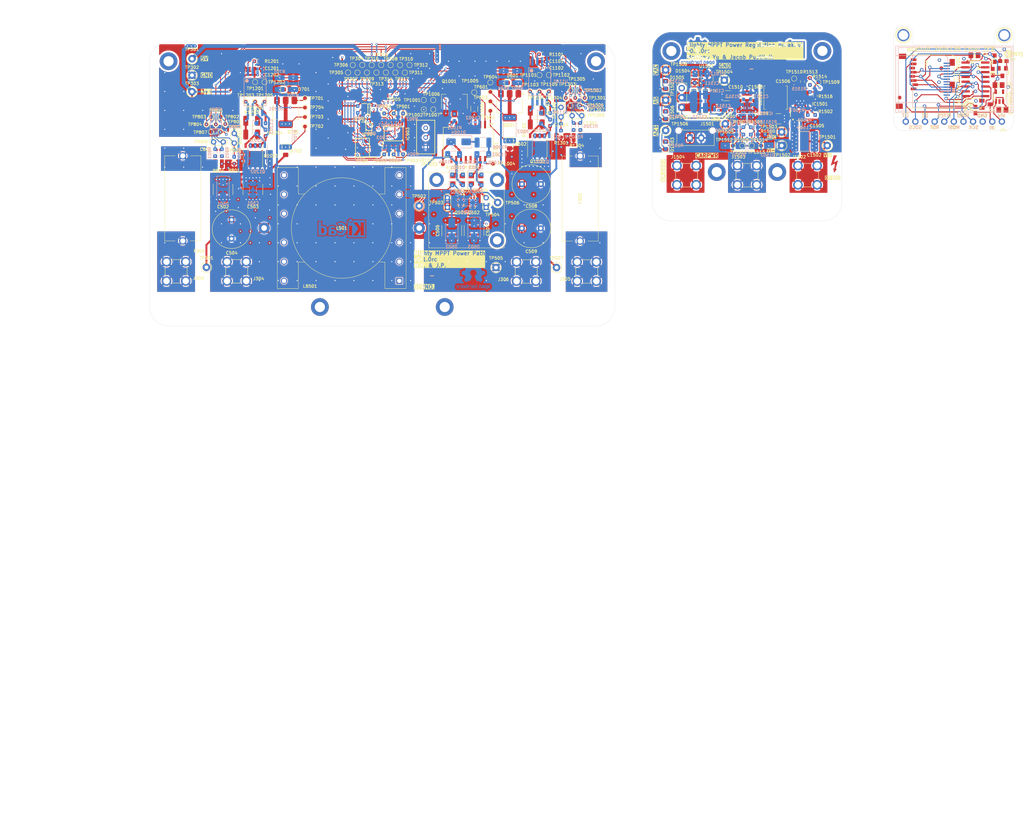
<source format=kicad_pcb>
(kicad_pcb (version 20240108) (generator "pcbnew") (generator_version "8.0")
  (title_block (title "Mighty MPPT") (date "2024-09-01") (rev "v0.1.0rc") (comment 1 "Matthew Yu") (comment 2 "Jacob Pustilnik") (comment 3 "Variant A (Roadkill)"))
  (layers (0 "F.Cu" mixed) (1 "In1.Cu" power) (2 "In2.Cu" power) (31 "B.Cu" mixed) (34 "B.Paste" user) (35 "F.Paste" user) (36 "B.SilkS" user "B.Silkscreen") (37 "F.SilkS" user "F.Silkscreen") (38 "B.Mask" user) (39 "F.Mask" user) (44 "Edge.Cuts" user))
  (net 0 "")
  (net 1 "GND")
  (net 2 "+3V3")
  (net 3 "/VI-")
  (net 4 "+5V")
  (net 5 "/power_converter/OUT-")
  (net 6 "/power_converter/Power Monitor Sink/I-")
  (net 7 "/power_converter/Power Monitor Source/IN+")
  (net 8 "/power_converter/Power Monitor Source/IN-")
  (net 9 "/power_converter/VSW")
  (net 10 "/power_converter/Gate Driver/VDDA")
  (net 11 "GNDPWR")
  (net 12 "/power_converter/Load Switch Source/VDDH")
  (net 13 "Net-(U1101-VDDM)")
  (net 14 "/power_converter/Load Switch Source/VSSS")
  (net 15 "Net-(U1201-VDDM)")
  (net 16 "/power_converter/Load Switch Sink/VDDH")
  (net 17 "/power_converter/Load Switch Sink/VSSS")
  (net 18 "/power_converter/Power Monitor Sink/IN+")
  (net 19 "/power_converter/Power Monitor Sink/IN-")
  (net 20 "Net-(D601-A)")
  (net 21 "Net-(D601-K)")
  (net 22 "/power_converter/Active Load Sink/V+")
  (net 23 "Net-(D602-K)")
  (net 24 "Net-(D701-A)")
  (net 25 "Net-(D701-K)")
  (net 26 "/power_converter/Active Load Source/V+")
  (net 27 "Net-(D702-K)")
  (net 28 "/power_converter/Gate Driver/VOB")
  (net 29 "Net-(D1001-A)")
  (net 30 "/power_converter/SWL")
  (net 31 "/power_converter/Gate Driver/VOA")
  (net 32 "Net-(D1003-A)")
  (net 33 "Net-(D1004-K)")
  (net 34 "/power_converter/SWH")
  (net 35 "Net-(D1101-A)")
  (net 36 "Net-(D1101-K)")
  (net 37 "Net-(D1201-K)")
  (net 38 "Net-(D1201-A)")
  (net 39 "/power_converter/~{MON_ALERT}")
  (net 40 "/power_converter/Power Monitor Source/VBUS")
  (net 41 "/power_converter/Power Monitor Sink/VBUS")
  (net 42 "/VI+")
  (net 43 "/power_converter/OUT+")
  (net 56 "Net-(Q601-D)")
  (net 57 "Net-(Q701-D)")
  (net 58 "/power_converter/Gate Driver/DISABLE")
  (net 59 "/power_converter/Gate Driver/CONV_EN")
  (net 60 "/AL_IN_EN")
  (net 61 "/LS_IN_EN")
  (net 62 "/MON_OUT_CS")
  (net 63 "/AL_OUT_EN")
  (net 64 "/PROT_DISABLE")
  (net 65 "/MON_ALERT")
  (net 66 "/MON_SPI_CIPO")
  (net 67 "/CONV_EN")
  (net 68 "/MON_SPI_COPI")
  (net 69 "/MON_SPI_CLK")
  (net 70 "/LS_OUT_EN")
  (net 71 "/CONV_DISABLE")
  (net 72 "/MON_IN_CS")
  (net 73 "/CONV_PWM")
  (net 74 "/power_converter/Load Switch Source/I-")
  (net 75 "/power_converter/Load Switch Sink/I+")
  (net 76 "/power_converter/AL_SNK_EN_BUF")
  (net 77 "/power_converter/AL_SRC_EN_BUF")
  (net 78 "Net-(R803-Pad2)")
  (net 79 "Net-(R804-Pad3)")
  (net 99 "Net-(U1101-PXFR)")
  (net 100 "/power_converter/Load Switch Source/VDRV")
  (net 101 "Net-(U1201-PXFR)")
  (net 102 "/power_converter/Load Switch Sink/VDRV")
  (net 103 "Net-(R1303-Pad2)")
  (net 104 "Net-(R1304-Pad3)")
  (net 105 "/power_converter/Gate Driver/CONV_PWM")
  (net 106 "/power_converter/Gate Driver/DT")
  (net 113 "/power_converter/LS_SNK_EN_BUF")
  (net 114 "/power_converter/LS_SRC_EN_BUF")
  (net 116 "/power_converter/Protection Logic/LS_SRC_EN_AND")
  (net 117 "/power_converter/Protection Logic/LS_SNK_EN_AND")
  (net 118 "/power_converter/Protection Logic/CONV_EN_AND")
  (net 120 "/power_converter/Protection Logic/AL_SNK_EN_OR")
  (net 121 "/power_converter/Protection Logic/AL_SRC_EN_OR")
  (net 122 "/power_converter/_IN+")
  (footprint "TestPoint:TestPoint_Pad_D1.0mm" (layer "F.Cu") (at 148.745 41.7165)
    (property "Reference" "TP1306")
    (property "Value" "TestPoint_Small")
  )
  (footprint "Adafruit 1.14-inch 240x135 Color TFT:MOUNTINGHOLE_2.5_PLATED" (layer "F.Cu") (at 260.903949 23.096051)
    (property "Reference" "U$10" (hide yes))
    (property "Value" "MOUNTINGHOLE2.5" (hide yes))
  )
  (footprint "MountingHole:MountingHole_2.2mm_M2_DIN965_Pad_TopBottom" (layer "F.Cu") (at 110.84508 61.36 90)
    (property "Reference" "H402" (hide yes))
    (property "Value" "MountingHole")
  )
  (footprint "TestPoint:TestPoint_Keystone_5000-5004_Miniature" (layer "F.Cu") (at 126.55 84.56)
    (property "Reference" "TP505")
    (property "Value" "TestPoint")
  )
  (footprint "footprints:ti_SN74LVC2G32_DCUR" (layer "F.Cu") (at 92.925 47.315)
    (property "Reference" "IC904")
    (property "Value" "SN74LVC2G32DCUR" (hide yes))
  )
  (footprint "TestPoint:TestPoint_Pad_D1.0mm" (layer "F.Cu") (at 76.06 44.76)
    (property "Reference" "TP703")
    (property "Value" "TestPoint_Small")
  )
  (footprint "footprints:caltest_ct3151" (layer "F.Cu") (at 134.54 85.61)
    (property "Reference" "J306")
    (property "Value" "CT3151")
  )
  (footprint "TestPoint:TestPoint_Keystone_5000-5004_Miniature" (layer "F.Cu") (at 46.2 33.7 180)
    (property "Reference" "TP302")
    (property "Value" "TestPoint")
  )
  (footprint "footprints:caltest_ct3151" (layer "F.Cu") (at 150.54 85.61)
    (property "Reference" "J305")
    (property "Value" "CT3151")
  )
  (footprint "Resistor_SMD:R_0603_1608Metric_Pad0.98x0.95mm_HandSolder" (layer "F.Cu") (at 207.58125 35.35625 -90)
    (property "Reference" "R1513")
    (property "Value" "100k")
  )
  (footprint "Resistor_SMD:R_0603_1608Metric_Pad0.98x0.95mm_HandSolder" (layer "F.Cu") (at 191.0125 49.4)
    (property "Reference" "R1508")
    (property "Value" "100k")
  )
  (footprint "TestPoint:TestPoint_Pad_D1.0mm" (layer "F.Cu") (at 189.15 52.35 90)
    (property "Reference" "TP1512")
    (property "Value" "TestPoint_Small")
  )
  (footprint "TestPoint:TestPoint_Pad_D1.0mm" (layer "F.Cu") (at 65.38 40.696977)
    (property "Reference" "TP1205")
    (property "Value" "TestPoint_Small")
  )
  (footprint "Capacitor_SMD:C_0603_1608Metric_Pad1.08x0.95mm_HandSolder" (layer "F.Cu") (at 140.85 46.275 -90)
    (property "Reference" "C1104")
    (property "Value" "1u")
  )
  (footprint "TestPoint:TestPoint_Pad_D1.0mm" (layer "F.Cu") (at 96.2 31 90)
    (property "Reference" "TP315")
    (property "Value" "TestPoint_Small")
  )
  (footprint "TestPoint:TestPoint_Pad_D1.0mm" (layer "F.Cu") (at 107.46 40.26)
    (property "Reference" "TP1001")
    (property "Value" "TestPoint_Small")
  )
  (footprint "MountingHole:MountingHole_2.2mm_M2_DIN965_Pad_TopBottom" (layer "F.Cu") (at 126.84508 61.36 90)
    (property "Reference" "H403" (hide yes))
    (property "Value" "MountingHole")
  )
  (footprint "MountingHole:MountingHole_2.7mm_M2.5_DIN965_Pad_TopBottom" (layer "F.Cu") (at 153 30)
    (property "Reference" "H102" (hide yes))
    (property "Value" "MountingHole")
  )
  (footprint "TestPoint:TestPoint_Pad_D1.0mm" (layer "F.Cu") (at 60.38 40.696977)
    (property "Reference" "TP1203")
    (property "Value" "TestPoint_Small")
  )
  (footprint "TestPoint:TestPoint_Pad_D1.0mm" (layer "F.Cu") (at 98.7 31)
    (property "Reference" "TP308")
    (property "Value" "TestPoint_Small")
  )
  (footprint "TestPoint:TestPoint_Pad_D1.0mm" (layer "F.Cu") (at 65.38 35.496977)
    (property "Reference" "TP1202")
    (property "Value" "TestPoint_Small")
  )
  (footprint "TestPoint:TestPoint_Pad_D1.0mm" (layer "F.Cu") (at 76.06 42.26)
    (property "Reference" "TP704")
    (property "Value" "TestPoint_Small")
  )
  (footprint "TestPoint:TestPoint_Pad_D1.0mm" (layer "F.Cu") (at 51.255 48.705)
    (property "Reference" "TP807")
    (property "Value" "TestPoint_Small")
  )
  (footprint "footprints:epc_EPC2059" (layer "F.Cu") (at 120.37508 67.36 -90)
    (property "Reference" "Q502")
    (property "Value" "EPC2059")
  )
  (footprint "TestPoint:TestPoint_Pad_D1.0mm" (layer "F.Cu") (at 102 54.6125 90)
    (property "Reference" "TP903")
    (property "Value" "TestPoint_Small")
  )
  (footprint "TestPoint:TestPoint_Pad_D1.0mm" (layer "F.Cu") (at 146.245 37.7165)
    (property "Reference" "TP1303")
    (property "Value" "TestPoint_Small")
  )
  (footprint "Package_TO_SOT_SMD:SOT-223-3_TabPin2" (layer "F.Cu") (at 70.96 43.51 -90)
    (property "Reference" "Q701")
    (property "Value" "Q_NMOS_GDS")
  )
  (footprint "TestPoint:TestPoint_Pad_D1.0mm" (layer "F.Cu") (at 55.005 46.62)
    (property "Reference" "TP801")
    (property "Value" "TestPoint_Small")
  )
  (footprint "Package_SO:PowerPAK_SO-8_Single" (layer "F.Cu") (at 137.47 52.37 -90)
    (property "Reference" "Q1102")
    (property "Value" "Q_NMOS_SGD")
  )
  (footprint "Adafruit 1.14-inch 240x135 Color TFT:1X11_ROUND" (layer "F.Cu") (at 247.568949 45.956051 180)
    (property "Reference" "JP1")
    (property "Value" "")
  )
  (footprint "Capacitor_SMD:C_2220_5750Metric_Pad1.97x5.40mm_HandSolder" (layer "F.Cu") (at 114.85008 74.7725 -90)
    (property "Reference" "C506")
    (property "Value" "1u")
  )
  (footprint "TestPoint:TestPoint_Pad_D1.0mm" (layer "F.Cu") (at 51.255 44.705)
    (property "Reference" "TP803")
    (property "Value" "TestPoint_Small")
  )
  (footprint "footprints:bourns_PV36W201C01B00" (layer "F.Cu") (at 107.96 52.71)
    (property "Reference" "VR1001")
    (property "Value" "PV36W104C01B00" (hide yes))
  )
  (footprint "TestPoint:TestPoint_Pad_D1.0mm" (layer "F.Cu") (at 109.96 42.76)
    (property "Reference" "TP1007")
    (property "Value" "TestPoint_Small")
  )
  (footprint "TestPoint:TestPoint_Pad_D1.0mm" (layer "F.Cu") (at 138.05 33.65 90)
    (property "Reference" "TP1101")
    (property "Value" "TestPoint_Small")
  )
  (footprint "LED_SMD:LED_0805_2012Metric_Pad1.15x1.40mm_HandSolder" (layer "F.Cu") (at 171.4 36.275 90)
    (property "Reference" "D1505")
    (property "Value" "RED")
  )
  (footprint "Capacitor_THT:C_Radial_D10.0mm_H16.0mm_P5.00mm" (layer "F.Cu") (at 133.38 74.21)
    (property "Reference" "C509")
    (property "Value" "18u")
  )
  (footprint "Adafruit 1.14-inch 240x135 Color TFT:ADAFRUIT_3.5MM" (layer "F.Cu") (at 253.029949 43.543051 90)
    (property "Reference" "U$4" (hide yes))
    (property "Value" "MICROSD" (hide yes))
  )
  (footprint "Capacitor_SMD:C_0402_1005Metric_Pad0.74x0.62mm_HandSolder" (layer "F.Cu") (at 53.21 53.4375 180)
    (property "Reference" "C801")
    (property "Value" "100n")
  )
  (footprint "TestPoint:TestPoint_Pad_D1.0mm" (layer "F.Cu") (at 52.505 46.705)
    (property "Reference" "TP805")
    (property "Value" "TestPoint_Small")
  )
  (footprint "" (layer "F.Cu") (at 235.122949 25.636051)
    (property "Reference" "@HOLE1" (hide yes))
    (property "Value" "")
  )
  (footprint "Package_TO_SOT_SMD:TSOT-23-6" (layer "F.Cu") (at 187.44375 42.00375 180)
    (property "Reference" "U1501")
    (property "Value" "AP63205WU")
  )
  (footprint "Capacitor_SMD:C_0402_1005Metric_Pad0.74x0.62mm_HandSolder" (layer "F.Cu") (at 139.3675 31.75)
    (property "Reference" "C1102")
    (property "Value" "100n")
  )
  (footprint "TestPoint:TestPoint_Pad_D1.0mm" (layer "F.Cu") (at 97.45 33 90)
    (property "Reference" "TP314")
    (property "Value" "TestPoint_Small")
  )
  (footprint "TestPoint:TestPoint_Pad_D1.0mm" (layer "F.Cu") (at 125.06 38.1)
    (property "Reference" "TP601")
    (property "Value" "TestPoint_Small")
  )
  (footprint "footprints:caltest_ct3151" (layer "F.Cu") (at 176.92 60.14)
    (property "Reference" "J1504")
    (property "Value" "CT3151")
  )
  (footprint "LED_SMD:LED_0805_2012Metric_Pad1.15x1.40mm_HandSolder" (layer "F.Cu") (at 70.96 53.735 -90)
    (property "Reference" "D702")
    (property "Value" "BLU")
  )
  (footprint "Resistor_SMD:R_0603_1608Metric_Pad0.98x0.95mm_HandSolder" (layer "F.Cu") (at 194.8125 49.4025 180)
    (property "Reference" "R1510")
    (property "Value" "100k")
  )
  (footprint "Capacitor_SMD:C_0402_1005Metric_Pad0.74x0.62mm_HandSolder" (layer "F.Cu") (at 205.28125 36.55625)
    (property "Reference" "C1506")
    (property "Value" "100n")
  )
  (footprint "Package_TO_SOT_SMD:SOT-223-3_TabPin2" (layer "F.Cu") (at 115.56 40.66 90)
    (property "Reference" "Q1001")
    (property "Value" "Q_NMOS_GDS")
  )
  (footprint "TestPoint:TestPoint_Pad_D1.0mm" (layer "F.Cu") (at 94.95 33 90)
    (property "Reference" "TP313")
    (property "Value" "TestPoint_Small")
  )
  (footprint "TestPoint:TestPoint_Pad_D1.0mm" (layer "F.Cu") (at 107.46 42.76)
    (property "Reference" "TP1002")
    (property "Value" "TestPoint_Small")
  )
  (footprint "TestPoint:TestPoint_Keystone_5000-5004_Miniature" (layer "F.Cu") (at 50.01 84.51)
    (property "Reference" "TP501")
    (property "Value" "TestPoint")
  )
  (footprint "footprints:caltest_ct3151" (layer "F.Cu") (at 192.9 60.14)
    (property "Reference" "J1503")
    (property "Value" "CT3151")
  )
  (footprint "TestPoint:TestPoint_2Pads_Pitch2.54mm_Drill0.8mm" (layer "F.Cu") (at 113.70008 66.11 -90)
    (property "Reference" "TP503")
    (property "Value" "TestPoint_2Pole")
  )
  (footprint "Capacitor_SMD:C_0603_1608Metric_Pad1.08x0.95mm_HandSolder" (layer "F.Cu") (at 63.58 31.946977)
    (property "Reference" "C1201")
    (property "Value" "1u")
  )
  (footprint "TestPoint:TestPoint_Keystone_5000-5004_Miniature" (layer "F.Cu") (at 142.55 84.56)
    (property "Reference" "TP507")
    (property "Value" "TestPoint")
  )
  (footprint "TestPoint:TestPoint_Keystone_5000-5004_Miniature" (layer "F.Cu") (at 171.4 40.3 90)
    (property "Reference" "TP1507")
    (property "Value" "TestPoint")
  )
  (footprint "TestPoint:TestPoint_Pad_D1.0mm" (layer "F.Cu") (at 92.45 33)
    (property "Reference" "TP309")
    (property "Value" "TestPoint_Small")
  )
  (footprint "" (layer "F.Cu") (at 260.903949 25.636051)
    (property "Reference" "@HOLE7" (hide yes))
    (property "Value" "")
  )
  (footprint "LED_SMD:LED_0805_2012Metric_Pad1.15x1.40mm_HandSolder" (layer "F.Cu") (at 171.395 52.275 90)
    (property "Reference" "D1503")
    (property "Value" "RED")
  )
  (footprint "Adafruit 1.14-inch 240x135 Color TFT:MICROSD" (layer "F.Cu") (at 247.568949 28.303051 -90)
    (property "Reference" "CN1")
    (property "Value" "")
  )
  (footprint "Resistor_SMD:R_0603_1608Metric_Pad0.98x0.95mm_HandSolder" (layer "F.Cu") (at 143.73 49.2505 90)
    (property "Reference" "R1301")
    (property "Value" "86.6k")
  )
  (footprint "TestPoint:TestPoint_Keystone_5000-5004_Miniature" (layer "F.Cu") (at 187.15 46.55)
    (property "Reference" "TP1505")
    (property "Value" "TestPoint")
  )
  (footprint "Inductor_SMD:L_Bourns_SRN6045TA" (layer "F.Cu") (at 200.45625 39.60625 -90)
    (property "Reference" "L1501")
    (property "Value" "68u")
  )
  (footprint "Capacitor_SMD:C_1206_3216Metric_Pad1.33x1.80mm_HandSolder" (layer "F.Cu") (at 187.86875 38.65375 180)
    (property "Reference" "C1510")
    (property "Value" "10u")
  )
  (footprint "TestPoint:TestPoint_2Pads_Pitch2.54mm_Drill0.8mm" (layer "F.Cu") (at 123.95008 66.11 -90)
    (property "Reference" "TP504")
    (property "Value" "TestPoint_2Pole")
  )
  (footprint "Capacitor_SMD:C_0603_1608Metric_Pad1.08x0.95mm_HandSolder" (layer "F.Cu") (at 138.805 30.1)
    (property "Reference" "C1101")
    (property "Value" "1u")
  )
  (footprint "Package_SO:PowerPAK_SO-8_Single" (layer "F.Cu") (at 62.28 54.98 -90)
    (property "Reference" "Q1201")
    (property "Value" "Q_NMOS_SGD")
  )
  (footprint "TestPoint:TestPoint_Pad_D1.0mm" (layer "F.Cu") (at 211.75625 35.53125 90)
    (property "Reference" "TP1509")
    (property "Value" "TestPoint_Small")
  )
  (footprint "Resistor_SMD:R_0805_2012Metric_Pad1.20x1.40mm_HandSolder" (layer "F.Cu") (at 115.14508 61.36 -90)
    (property "Reference" "R1002")
    (property "Value" "0")
  )
  (footprint "Resistor_SMD:R_0603_1608Metric_Pad0.98x0.95mm_HandSolder" (layer "F.Cu") (at 57.36 56.175 90)
    (property "Reference" "R801")
    (property "Value" "86.6k")
  )
  (footprint "TestPoint:TestPoint_Pad_D1.0mm" (layer "F.Cu") (at 103.7 31)
    (property "Reference" "TP312")
    (property "Value" "TestPoint_Small")
  )
  (footprint "TestPoint:TestPoint_Keystone_5000-5004_Miniature" (layer "F.Cu") (at 202.05 52.3 90)
    (property "Reference" "TP1502")
    (property "Value" "TestPoint")
  )
  (footprint "TestPoint:TestPoint_Pad_D1.0mm" (layer "F.Cu") (at 135.55 37.9925 90)
    (property "Reference" "TP1103")
    (property "Value" "TestPoint_Small")
  )
  (footprint "TestPoint:TestPoint_Pad_D1.0mm" (layer "F.Cu") (at 148.745 37.7165)
    (property "Reference" "TP1302")
    (property "Value" "TestPoint_Small")
  )
  (footprint "Capacitor_SMD:C_0402_1005Metric_Pad0.74x0.62mm_HandSolder" (layer "F.Cu") (at 147.95 46.488 180)
    (property "Reference" "C1301")
    (property "Value" "100n")
  )
  (footprint "TestPoint:TestPoint_Keystone_5000-5004_Miniature" (layer "F.Cu") (at 46.2 38.05)
    (property "Reference" "TP303")
    (property "Value" "TestPoint")
  )
  (footprint "TestPoint:TestPoint_Pad_D1.0mm" (layer "F.Cu") (at 97 54.6375 90)
    (property "Reference" "TP902")
    (property "Value" "TestPoint_Small")
  )
  (footprint "TestPoint:TestPoint_Pad_D1.0mm" (layer "F.Cu") (at 91.2 31)
    (property "Reference" "TP304")
    (property "Value" "TestPoint_Small")
  )
  (footprint "TestPoint:TestPoint_2Pads_Pitch2.54mm_Drill0.8mm" (layer "F.Cu") (at 146.68 44.388)
    (property "Reference" "TP1309")
    (property "Value" "TestPoint_2Pole")
  )
  (footprint "LED_SMD:LED_0805_2012Metric_Pad1.15x1.40mm_HandSolder" (layer "F.Cu") (at 171.4 44.275 90)
    (property "Reference" "D1506")
    (property "Value" "RED")
  )
  (footprint "" (layer "F.Cu") (at 236.011949 25.636051)
    (property "Reference" "@HOLE0" (hide yes))
    (property "Value" "")
  )
  (footprint "Capacitor_SMD:C_0603_1608Metric_Pad1.08x0.95mm_HandSolder" (layer "F.Cu") (at 65.64 48.97 -90)
    (property "Reference" "C1204")
    (property "Value" "1u")
  )
  (footprint "Capacitor_SMD:C_1206_3216Metric_Pad1.33x1.80mm_HandSolder" (layer "F.Cu") (at 120.81 42.58 90)
    (property "Reference" "C1001")
    (property "Value" "10u")
  )
  (footprint "footprints:caltest_ct3151" (layer "F.Cu") (at 208.9 60.14)
    (property "Reference" "J1502")
    (property "Value" "CT3151")
  )
  (footprint "TestPoint:TestPoint_Pad_D1.0mm" (layer "F.Cu") (at 140.55 37.9925 90)
    (property "Reference" "TP1105")
    (property "Value" "TestPoint_Small")
  )
  (footprint "Resistor_SMD:R_0603_1608Metric_Pad0.98x0.95mm_HandSolder" (layer "F.Cu") (at 210.93125 39.13375 -90)
    (property "Reference" "R1516")
    (property "Value" "10k")
  )
  (footprint "Resistor_SMD:R_0603_1608Metric_Pad0.98x0.95mm_HandSolder" (layer "F.Cu") (at 209.53125 35.35625 -90)
    (property "Reference" "R1514")
    (property "Value" "100k")
  )
  (footprint "TestPoint:TestPoint_Pad_D1.0mm" (layer "F.Cu") (at 87.45 33)
    (property "Reference" "TP305")
    (property "Value" "TestPoint_Small")
  )
  (footprint "TestPoint:TestPoint_Pad_D1.0mm" (layer "F.Cu") (at 53.755 44.705)
    (property "Reference" "TP802")
    (property "Value" "TestPoint_Small")
  )
  (footprint "TestPoint:TestPoint_Keystone_5000-5004_Miniature" (layer "F.Cu") (at 46.2 29.35)
    (property "Reference" "TP301")
    (property "Value" "TestPoint")
  )
  (footprint "TestPoint:TestPoint_Pad_D1.0mm" (layer "F.Cu") (at 125.06 35.61)
    (property "Reference" "TP604")
    (property "Value" "TestPoint_Small")
  )
  (footprint "MountingHole:MountingHole_2.7mm_M2.5_DIN965_Pad_TopBottom" (layer "F.Cu") (at 40 30)
    (property "Reference" "H101" (hide yes))
    (property "Value" "MountingHole")
  )
  (footprint "Adafruit 1.14-inch 240x135 Color TFT:SOIC16" (layer "F.Cu") (at 253.283949 34.780051 -90)
    (property "Reference" "U3")
    (property "Value" "74HC4050D")
  )
  (footprint "TestPoint:TestPoint_Pad_D1.0mm" (layer "F.Cu") (at 149.995 39.7165)
    (property "Reference" "TP1301")
    (property "Value" "TestPoint_Small")
  )
  (footprint "" (layer "F.Cu") (at 234.233949 25.636051)
    (property "Reference" "@HOLE2" (hide yes))
    (property "Value" "")
  )
  (footprint "TestPoint:TestPoint_Pad_D1.0mm" (layer "F.Cu") (at 112.51 57.21)
    (property "Reference" "TP1003")
    (property "Value" "TestPoint_Small")
  )
  (footprint "TestPoint:TestPoint_2Pads_Pitch2.54mm_Drill0.8mm" (layer "F.Cu") (at 51.91 51.3375)
    (property "Reference" "TP809")
    (property "Value" "TestPoint_2Pole")
  )
  (footprint "TestPoint:TestPoint_Pad_D1.0mm" (layer "F.Cu") (at 99.5 43.8 90)
    (property "Reference" "TP905")
    (property "Value" "TestPoint_Small")
  )
  (footprint "footprints:littelfuse_65600001009" (layer "F.Cu") (at 148.8 66.31 90)
    (property "Reference" "F302")
    (property "Value" "Fuse" (hide yes))
  )
  (footprint "Adafruit 1.14-inch 240x135 Color TFT:FIDUCIAL_1MM" (layer "F.Cu") (at 233.217949 39.606051)
    (property "Reference" "FID1" (hide yes))
    (property "Value" "FIDUCIAL_1MM" (hide yes))
  )
  (footprint "MountingHole:MountingHole_2.2mm_M2_DIN965_Pad_TopBottom" (layer "F.Cu") (at 126.84508 77.36 90)
    (property "Reference" "H401" (hide yes))
    (property "Value" "MountingHole")
  )
  (footprint "Resistor_SMD:R_0603_1608Metric_Pad0.98x0.95mm_HandSolder" (layer "F.Cu") (at 210.93125 43.29375 90)
    (property "Reference" "R1502")
    (property "Value" "10k")
  )
  (footprint "Resistor_SMD:R_Shunt_Vishay_WSKW0612" (layer "F.Cu") (at 147.95 49.588 90)
    (property "Reference" "R1304")
    (property "Value" "4m")
  )
  (footprint "Adafruit 1.14-inch 240x135 Color TFT:SOT23-WIDE" (layer "F.Cu") (at 260.395949 32.875051 180)
    (property "Reference" "Q1")
    (property "Value" "MMBT2222")
  )
  (footprint "Capacitor_SMD:C_2220_5750Metric_Pad1.97x5.40mm_HandSolder" (layer "F.Cu") (at 54.4 63.9 -90)
    (property "Reference" "C502")
    (property "Value" "1u")
  )
  (footprint "footprints:ferroxcube_PQ32_20_3C97_wire" (layer "F.Cu") (at 62.76 74.11)
    (property "Reference" "L501")
    (property "Value" "471u")
  )
  (footprint "TestPoint:TestPoint_Pad_D1.0mm" (layer "F.Cu") (at 62.88 40.696977)
    (property "Reference" "TP1204")
    (property "Value" "TestPoint_Small")
  )
  (footprint "Adafruit 1.14-inch 240x135 Color TFT:PCBFEAT-REV-040" (layer "F.Cu") (at 261.919949 28.049051)
    (property "Reference" "U$6" (hide yes))
    (property "Value" "" (hide yes))
  )
  (footprint "MountingHole:MountingHole_2.7mm_M2.5_DIN965_Pad_TopBottom" (layer "F.Cu") (at 212.828932 27.264466)
    (property "Reference" "H102" (hide yes))
    (property "Value" "MountingHole")
  )
  (footprint "Capacitor_SMD:C_1210_3225Metric_Pad1.33x2.70mm_HandSolder" (layer "F.Cu") (at 192.9 40 90)
    (property "Reference" "C1508")
    (property "Value" "22u")
  )
  (footprint "Resistor_SMD:R_1210_3225Metric_Pad1.30x2.65mm_HandSolder" (layer "F.Cu") (at 137.175 43.0585 180)
    (property "Reference" "R1103")
    (property "Value" "15")
  )
  (footprint "TestPoint:TestPoint_Pad_D1.0mm" (layer "F.Cu") (at 102.45 33)
    (property "Reference" "TP311")
    (property "Value" "TestPoint_Small")
  )
  (footprint "TestPoint:TestPoint_Pad_D1.0mm" (layer "F.Cu") (at 76.06 47.26)
    (property "Reference" "TP702")
    (property "Value" "TestPoint_Small")
  )
  (footprint "TestPoint:TestPoint_Pad_D1.0mm" (layer "F.Cu") (at 125.06 43.11)
    (property "Reference" "TP602")
    (property "Value" "TestPoint_Small")
  )
  (footprint "MountingHole:MountingHole_2.7mm_M2.5_DIN965_Pad_TopBottom" (layer "F.Cu") (at 113 95)
    (property "Reference" "H104" (hide yes))
    (property "Value" "MountingHole")
  )
  (footprint "Package_TO_SOT_SMD:SOT-223-3_TabPin2" (layer "F.Cu") (at 130.16 41.7485 -90)
    (property "Reference" "Q601")
    (property "Value" "Q_NMOS_GDS")
  )
  (footprint "TestPoint:TestPoint_Keystone_5000-5004_Miniature" (layer "F.Cu") (at 127 67.36 90)
    (property "Reference" "TP506")
    (property "Value" "TestPoint")
  )
  (footprint "Adafruit 1.14-inch 240x135 Color TFT:MOUNTINGHOLE_2.5_PLATED" (layer "F.Cu") (at 234.233949 23.096051)
    (property "Reference" "U$9" (hide yes))
    (property "Value" "MOUNTINGHOLE2.5" (hide yes))
  )
  (footprint "TestPoint:TestPoint_Pad_D1.0mm" (layer "F.Cu") (at 97 43.8 90)
    (property "Reference" "TP906")
    (property "Value" "TestPoint_Small")
  )
  (footprint "LED_SMD:LED_0805_2012Metric_Pad1.15x1.40mm_HandSolder" (layer "F.Cu") (at 130.16 52.025 -90)
    (property "Reference" "D602")
    (property "Value" "BLU")
  )
  (footprint "footprints:ti_SN74LVC1G04_DBVR" (layer "F.Cu") (at 93 42.7)
    (property "Reference" "IC902")
    (property "Value" "SN74LVC1G04DBVR" (hide yes))
  )
  (footprint "Capacitor_THT:C_Radial_D10.0mm_H16.0mm_P5.00mm" (layer "F.Cu") (at 56.66 71.91 -90)
    (property "Reference" "C504")
    (property "Value" "18u")
  )
  (footprint "Capacitor_SMD:C_2220_5750Metric_Pad1.97x5.40mm_HandSolder" (layer "F.Cu") (at 120.75008 74.7725 -90)
    (property "Reference" "C507")
    (property "Value" "2.2u")
  )
  (footprint "footprints:littelfuse_65600001009" (layer "F.Cu") (at 43.76 66.26 90)
    (property "Reference" "F301")
    (property "Value" "Fuse" (hide yes))
  )
  (footprint "Diode_SMD:D_SOD-123F" (layer "F.Cu") (at 71.86 37.46)
    (property "Reference" "D701")
    (property "Value" "Schottky")
  )
  (footprint "Inductor_SMD:L_Bourns_SRN6045TA" (layer "F.Cu") (at 181.40625 40.70625 180)
    (property "Reference" "L1502")
    (property "Value" "4.7u")
  )
  (footprint "TestPoint:TestPoint_Pad_D1.0mm" (layer "F.Cu") (at 125.76 57.11)
    (property "Reference" "TP1004")
    (property "Value" "TestPoint_Small")
  )
  (footprint "Connector_Molex:Molex_Micro-Fit_3.0_43650-0215_1x02_P3.00mm_Vertical" (layer "F.Cu") (at 177.8 50.285)
    (property "Reference" "J1501")
    (property "Value" "Conn_01x02")
  )
  (footprint "Adafruit 1.14-inch 240x135 Color TFT:0805-NO" (layer "F.Cu") (at 253.029949 28.430051)
    (property "Reference" "C3")
    (property "Value" "0.1uF")
  )
  (footprint "TestPoint:TestPoint_Pad_D1.0mm" (layer "F.Cu") (at 144.995 39.7165)
    (property "Reference" "TP1304")
    (property "Value" "TestPoint_Small")
  )
  (footprint "Adafruit 1.14-inch 240x135 Color TFT:FIDUCIAL_1MM" (layer "F.Cu") (at 244.266949 31.859051)
    (property "Reference" "FID2" (hide yes))
    (property "Value" "FIDUCIAL_1MM" (hide yes))
  )
  (footprint "Adafruit 1.14-inch 240x135 Color TFT:0805-NO" (layer "F.Cu") (at 259.379949 36.304051)
    (property "Reference" "C1")
    (property "Value" "10µF")
  )
  (footprint "footprints:ti_SN74HCS367_PWR" (layer "F.Cu") (at 99.5 49.2125 90)
    (property "Reference" "IC903")
    (property "Value" "SN74HCS367PWR" (hide yes))
  )
  (footprint "TestPoint:TestPoint_Pad_D1.0mm" (layer "F.Cu") (at 205.35625 34.58125 90)
    (property "Reference" "TP1510")
    (property "Value" "TestPoint_Small")
  )
  (footprint "footprints:ad_ADUM4221_1ARIZ" (layer "F.Cu") (at 119.21 51.41 -90)
    (property "Reference" "U1001")
    (property "Value" "ADUM4221-1ARIZ")
  )
  (footprint "Adafruit 1.14-inch 240x135 Color TFT:0603-NO" (layer "F.Cu") (at 260.649949 29.954051)
    (property "Reference" "R7")
    (property "Value" "1K")
  )
  (footprint "Package_TO_SOT_SMD:SOT-23-5" (layer "F.Cu") (at 182.38125 34.49625 90)
    (property "Reference" "U1502")
    (property "Value" "TLV75733PDBV")
  )
  (footprint "TestPoint:TestPoint_Pad_D1.0mm" (layer "F.Cu") (at 125.06 40.61)
    (property "Reference" "TP603")
    (property "Value" "TestPoint_Small")
  )
  (footprint "TestPoint:TestPoint_Pad_D1.0mm" (layer "F.Cu") (at 102 43.8 90)
    (property "Reference" "TP901")
    (property "Value" "TestPoint_Small")
  )
  (footprint "TestPoint:TestPoint_Pad_D1.0mm" (layer "F.Cu") (at 99.5 54.6375 90)
    (property "Reference" "TP904")
    (property "Value" "TestPoint_Small")
  )
  (footprint "footprints:epc_EPC2059" (layer "F.Cu") (at 117.27508 66.76 -90)
    (property "Reference" "Q501")
    (property "Value" "EPC2059")
  )
  (footprint "TestPoint:TestPoint_Pad_D1.0mm" (layer "F.Cu") (at 53.755 48.705)
    (property "Reference" "TP806")
    (property "Value" "TestPoint_Small")
  )
  (footprint "Adafruit 1.14-inch 240x135 Color TFT:0603-NO" (layer "F.Cu") (at 257.855949 32.875051 90)
    (property "Reference" "R5")
    (property "Value" "22")
  )
  (footprint "footprints:caltest_ct3151" (layer "F.Cu") (at 42 85.57)
    (property "Reference" "J303")
    (property "Value" "CT3151")
  )
  (footprint "Adafruit 1.14-inch 240x135 Color TFT:SOT23" (layer "F.Cu") (at 256.077949 41.384051 -90)
    (property "Reference" "IC5")
    (property "Value" "APX803")
  )
  (footprint "Capacitor_SMD:C_1210_3225Metric_Pad1.33x2.70mm_HandSolder" (layer "F.Cu") (at 201.21875 45.20625)
    (property "Reference" "C1509")
    (property "Value" "22u")
  )
  (footprint "Resistor_SMD:R_Shunt_Vishay_WSKW0612" (layer "F.Cu") (at 53.21 56.5375 90)
    (property "Reference" "R804")
    (property "Value" "4m")
  )
  (footprint "" (layer "F.Cu") (at 232.455949 25.636051)
    (property "Reference" "@HOLE4" (hide yes))
    (property "Value" "")
  )
  (footprint "Capacitor_SMD:C_2220_5750Metric_Pad1.97x5.40mm_HandSolder" (layer "F.Cu") (at 62.3 63.9 -90)
    (property "Reference" "C503")
    (property "Value" "2.2u")
  )
  (footprint "Resistor_SMD:R_1210_3225Metric_Pad1.30x2.65mm_HandSolder" (layer "F.Cu") (at 61.96 45.74 180)
    (property "Reference" "R1203")
    (property "Value" "15")
  )
  (footprint "TestPoint:TestPoint_Keystone_5000-5004_Miniature" (layer "F.Cu") (at 202.05 48.7)
    (property "Reference" "TP1503")
    (property "Value" "TestPoint")
  )
  (footprint "" (layer "F.Cu") (at 261.792949 25.636051)
    (property "Reference" "@HOLE6" (hide yes))
    (property "Value" "")
  )
  (footprint "TestPoint:TestPoint_Pad_D1.0mm" (layer "F.Cu") (at 191.65 52.35 90)
    (property "Reference" "TP1511")
    (property "Value" "TestPoint_Small")
  )
  (footprint "Adafruit 1.14-inch 240x135 Color TFT:0805-NO" (layer "F.Cu") (at 260.395949 42.781051 180)
    (property "Reference" "C2")
    (property "Value" "10µF")
  )
  (footprint "Resistor_SMD:R_0603_1608Metric_Pad0.98x0.95mm_HandSolder" (layer "F.Cu") (at 138.8225 28.15)
    (property "Reference" "R1101")
    (property "Value" "7.32k")
  )
  (footprint "TestPoint:TestPoint_Pad_D1.0mm" (layer "F.Cu") (at 76.06 39.76)
    (property "Reference" "TP701")
    (property "Value" "TestPoint_Small")
  )
  (footprint "TestPoint:TestPoint_Pad_D1.0mm" (layer "F.Cu") (at 93.7 31 90)
    (property "Reference" "TP316")
    (property "Value" "TestPoint_Small")
  )
  (footprint "Diode_SMD:D_SOD-123F" (layer "F.Cu") (at 179.05625 34.34625 90)
    (property "Reference" "D1504")
    (property "Value" "Schottky")
  )
  (footprint "TestPoint:TestPoint_Keystone_5000-5004_Miniature" (layer "F.Cu") (at 106.25 68.25 90)
    (property "Reference" "TP502")
    (property "Value" "TestPoint")
  )
  (footprint "Capacitor_SMD:C_1206_3216Metric_Pad1.33x1.80mm_HandSolder" (layer "F.Cu") (at 206.67125 46.58125 180)
    (property "Reference" "C1505")
    (property "Value" "100n")
  )
  (footprint "TestPoint:TestPoint_Pad_D1.0mm" (layer "F.Cu") (at 194.15 52.35 90)
    (property "Reference" "TP1513")
    (property "Value" "TestPoint_Small")
  )
  (footprint "TestPoint:TestPoint_Pad_D1.0mm" (layer "F.Cu") (at 88.7 31)
    (property "Reference" "TP306")
    (property "Value" "TestPoint_Small")
  )
  (footprint "TestPoint:TestPoint_Pad_D1.0mm" (layer "F.Cu") (at 140.55 33.65 90)
    (property "Reference" "TP1102")
    (property "Value" "TestPoint_Small")
  )
  (footprint "Diode_SMD:D_SOD-123F" (layer "F.Cu") (at 131.06 35.6985)
    (property "Reference" "D601")
    (property "Value" "Schottky")
  )
  (footprint "TestPoint:TestPoint_Pad_D1.0mm" (layer "F.Cu") (at 138.05 37.9925 90)
    (property "Reference" "TP1104")
    (property "Value" "TestPoint_Small")
  )
  (footprint "TestPoint:TestPoint_Pad_D1.0mm" (layer "F.Cu") (at 196.65 52.35 90)
    (property "Reference" "TP1514")
    (property "Value" "TestPoint_Small")
  )
  (footprint "" (layer "F.Cu") (at 260.014949 25.636051)
    (property "Reference" "@HOLE8" (hide yes))
    (property "Value" "")
  )
  (footprint "Resistor_SMD:R_1210_3225Metric_Pad1.30x2.65mm_HandSolder" (layer "F.Cu") (at 61.96 49.39 180)
    (property "Reference" "R1202")
    (property "Value" "15")
  )
  (footprint "TestPoint:TestPoint_Pad_D1.0mm" (layer "F.Cu") (at 147.495 39.7165)
    (property "Reference" "TP1305")
    (property "Value" "TestPoint_Small")
  )
  (footprint "" (layer "F.Cu") (at 259.125949 25.636051)
    (property "Reference" "@HOLE9" (hide yes))
    (property "Value" "")
  )
  (footprint "Capacitor_SMD:C_2220_5750Metric_Pad1.97x5.40mm_HandSolder" (layer "F.Cu") (at 208.08125 51.18125 180)
    (property "Reference" "C1502")
    (property "Value" "2.2u")
  )
  (footprint "MountingHole:MountingHole_2.7mm_M2.5_DIN965_Pad_TopBottom" (layer "F.Cu") (at 200.9 59.3)
    (property "Reference" "H104" (hide yes))
    (property "Value" "MountingHole")
  )
  (footprint "MountingHole:MountingHole_2.7mm_M2.5_DIN965_Pad_TopBottom" (layer "F.Cu") (at 172.9 27.3)
    (property "Reference" "H101" (hide yes))
    (property "Value" "MountingHole")
  )
  (footprint "TestPoint:TestPoint_Pad_D1.0mm" (layer "F.Cu") (at 120.8 38.25)
    (property "Reference" "TP1005")
    (property "Value" "TestPoint_Small")
  )
  (footprint "Connector_PinSocket_2.54mm:PinSocket_1x03_P2.54mm_Vertical" (layer "F.Cu") (at 175.63125 42.17875 180)
    (property "Reference" "JP1501")
    (property "Value" "Jumper_3_Bridged12")
  )
  (footprint "MountingHole:MountingHole_2.7mm_M2.5_DIN965_Pad_TopBottom" (layer "F.Cu") (at 80 95)
    (property "Reference" "H103" (hide yes))
    (property "Value" "MountingHole")
  )
  (footprint "TestPoint:TestPoint_Keystone_5000-5004_Miniature" (layer "F.Cu") (at 186.9 35)
    (property "Reference" "TP1504")
    (property "Value" "TestPoint")
  )
  (footprint "TestPoint:TestPoint_Pad_D1.0mm" (layer "F.Cu") (at 89.95 33)
    (property "Reference" "TP307")
    (property "Value" "TestPoint_Small")
  )
  (footprint "Adafruit 1.14-inch 240x135 Color TFT:SOT23-5" (layer "F.Cu") (at 259.633949 39.352051)
    (property "Reference" "U2")
    (property "Value" "MIC5225-3.3")
  )
  (footprint "Resistor_SMD:R_0805_2012Metric_Pad1.20x1.40mm_HandSolder" (layer "F.Cu") (at 120.04508 61.36 -90)
    (property "Reference" "R1004")
    (property "Value" "0")
  )
  (footprint "TestPoint:TestPoint_Pad_D1.0mm" (layer "F.Cu") (at 50.005 46.705)
    (property "Reference" "TP804")
    (property "Value" "TestPoint_Small")
  )
  (footprint "TestPoint:TestPoint_Pad_D1.0mm" (layer "F.Cu") (at 99.95 33 90)
    (property "Reference" "TP317")
    (property "Value" "TestPoint_Small")
  )
  (footprint "TestPoint:TestPoint_Pad_D1.0mm" (layer "F.Cu") (at 109.96 40.26)
    (property "Reference" "TP1006")
    (property "Value" "TestPoint_Small")
  )
  (footprint "Resistor_SMD:R_0603_1608Metric_Pad0.98x0.95mm_HandSolder" (layer "F.Cu") (at 63.5975 29.996977)
    (property "Reference" "R1201")
    (property "Value" "7.32k")
  )
  (footprint "TestPoint:TestPoint_Keystone_5000-5004_Miniature" (layer "F.Cu") (at 171.4 48.3)
    (property "Reference" "TP1506")
    (property "Value" "TestPoint")
  )
  (footprint "TestPoint:TestPoint_Pad_D1.0mm" (layer "F.Cu") (at 146.245 41.7165)
    (property "Reference" "TP1307")
    (property "Value" "TestPoint_Small")
  )
  (footprint "footprints:caltest_ct3151" (layer "F.Cu") (at 58 85.57)
    (property "Reference" "J304")
    (property "Value" "CT3151")
  )
  (footprint "" (layer "F.Cu") (at 262.681949 25.636051)
    (property "Reference" "@HOLE5" (hide yes))
    (property "Value" "")
  )
  (footprint "footprints:ti_SN74LVC08A_PWR" (layer "F.Cu") (at 91.262 52.85 180)
    (property "Reference" "IC901")
    (property "Value" "SN74LVC08APWR" (hide yes))
  )
  (footprint "Resistor_SMD:R_0805_2012Metric_Pad1.20x1.40mm_HandSolder" (layer "F.Cu") (at 122.54508 61.36 -90)
    (property "Reference" "R1005")
    (property "Value" "0")
  )
  (footprint "Resistor_SMD:R_0603_1608Metric_Pad0.98x0.95mm_HandSolder" (layer "F.Cu") (at 191.0125 47.45)
    (property "Reference" "R1503")
    (property "Value" "100k")
  )
  (footprint "Resistor_SMD:R_1210_3225Metric_Pad1.30x2.65mm_HandSolder" (layer "F.Cu") (at 137.175 46.7085 180)
    (property "Reference" "R1102")
    (property "Value" "15")
  )
  (footprint "TestPoint:TestPoint_Keystone_5000-5004_Miniature" (layer "F.Cu") (at 214.1 52.3 90)
    (property "Reference" "TP1501")
    (property "Value" "TestPoint")
  )
  (footprint "footprints:ferroxcube_CPV-PQ32_20-1S-12P-Z" (layer "F.Cu") (at 101 88.08 90)
    (property "Reference" "LB501")
    (property "Value" "CPV-PQ32/20-1S-12PD-Z" (hide yes))
  )
  (footprint "" (layer "F.Cu") (at 233.344949 25.636051)
    (property "Reference" "@HOLE3" (hide yes))
    (property "Value" "")
  )
  (footprint "TestPoint:TestPoint_Keystone_5000-5004_Miniature" (layer "F.Cu") (at 171.4 32.3)
    (property "Reference" "TP1508")
    (property "Value" "TestPoint")
  )
  (footprint "Resistor_SMD:R_0603_1608Metric_Pad0.98x0.95mm_HandSolder" (layer "F.Cu") (at 194.8125 47.45 180)
    (property "Reference" "R1505")
    (property "Value" "100k")
  )
  (footprint "Symbol:Symbol_HighVoltage_NoTriangle_2x5mm_Copper" (layer "F.Cu") (at 216.247385 57.3)
    (property "Reference" "REF**" (hide yes))
    (property "Value" "Symbol_HighVoltage_NoTriangle_2x5mm_Copper" (hide yes))
  )
  (footprint "TestPoint:TestPoint_Pad_D1.0mm" (layer "F.Cu") (at 62.88 35.496977)
    (property "Reference" "TP1201")
    (property "Value" "TestPoint_Small")
  )
  (footprint "Resistor_SMD:R_0805_2012Metric_Pad1.20x1.40mm_HandSolder" (layer "F.Cu") (at 117.64508 61.36 -90)
    (property "Reference" "R1003")
    (property "Value" "0")
  )
  (footprint "MountingHole:MountingHole_2.7mm_M2.5_DIN965_Pad_TopBottom" (layer "F.Cu") (at 184.9 59.3)
    (property "Reference" "H103" (hide yes))
    (property "Value" "MountingHole")
  )
  (footprint "Capacitor_THT:C_Radial_D10.0mm_H16.0mm_P5.00mm" (layer "F.Cu") (at 133.4 62.5)
    (property "Reference" "C508")
    (property "Value" "18u")
  )
  (footprint "TestPoint:TestPoint_2Pads_Pitch2.54mm_Drill0.8mm" (layer "F.Cu") (at 143.73 44.738 90)
    (property "Reference" "TP1308")
    (property "Value" "TestPoint_2Pole")
  )
  (footprint "Adafruit 1.14-inch 240x135 Color TFT:0603-NO" (layer "F.Cu") (at 253.283949 42.908051 -90)
    (property "Reference" "R2")
    (property "Value" "10K")
  )
  (footprint "TestPoint:TestPoint_2Pads_Pitch2.54mm_Drill0.8mm" (layer "F.Cu") (at 57.36 51.6375 90)
    (property "Reference" "TP808")
    (property "Value" "TestPoint_2Pole")
  )
  (footprint "footprints:ti_LMR38010_SDDAR" (layer "F.Cu") (at 206.95625 41.21825 90)
    (property "Reference" "IC1501")
    (property "Value" "LMR38010SDDAR" (hide yes))
  )
  (footprint "Adafruit 1.14-inch 240x135 Color TFT:0603-NO" (layer "F.Cu") (at 258.363949 29.319051 90)
    (property "Reference" "R8")
    (property "Value" "10K")
  )
  (footprint "TestPoint:TestPoint_Pad_D1.0mm" (layer "F.Cu") (at 101.2 31)
    (property "Reference" "TP310")
    (property "Value" "TestPoint_Small")
  )
  (footprint "Capacitor_SMD:C_0402_1005Metric_Pad0.74x0.62mm_HandSolder" (layer "F.Cu") (at 64.1425 33.596977)
    (property "Reference" "C1202")
    (property "Value" "100n")
  )
  (footprint "NetTie:NetTie-2_SMD_Pad2.0mm" (layer "B.Cu") (at 205.45 44.95 -90)
    (property "Reference" "NT1501" (hide yes))
    (property "Value" "NetTie_2" (hide yes))
  )
  (footprint "Package_SO:PowerPAK_SO-8_Single" (layer "B.Cu") (at 138.735 52.37 -90)
    (property "Reference" "Q1101")
    (property "Value" "Q_NMOS_SGD")
  )
  (footprint "Resistor_SMD:R_1210_3225Metric_Pad1.30x2.65mm_HandSolder" (layer "B.Cu") (at 128.56 34.1385 90)
    (property "Reference" "R601")
    (property "Value" "15")
  )
  (footprint "NetTie:NetTie-3_SMD_Pad2.0mm" (layer "B.Cu") (at 107.25 65)
    (property "Reference" "NT501" (hide yes))
    (property "Value" "NetTie_3_Tee" (hide yes))
  )
  (footprint "Resistor_SMD:R_0603_1608Metric_Pad0.98x0.95mm_HandSolder" (layer "B.Cu") (at 97 44.7125 -90)
    (property "Reference" "R907")
    (property "Value" "100k")
  )
  (footprint "NetTie:NetTie-2_SMD_Pad0.5mm" (layer "B.Cu") (at 127.85 37.35 -90)
    (property "Reference" "NT601" (hide yes))
    (property "Value" "NetTie_2" (hide yes))
  )
  (footprint "Resistor_SMD:R_1210_3225Metric_Pad1.30x2.65mm_HandSolder" (layer "B.Cu") (at 69.36 35.91 90)
    (property "Reference" "R701")
    (property "Value" "15")
  )
  (footprint "Capacitor_SMD:C_0603_1608Metric_Pad1.08x0.95mm_HandSolder" (layer "B.Cu") (at 187.2 49.4)
    (property "Reference" "C1501")
    (property "Value" "1u")
  )
  (footprint "NetTie:NetTie-2_SMD_Pad0.5mm" (layer "B.Cu") (at 110.25 55 -90)
    (property "Reference" "NT1001" (hide yes))
    (property "Value" "NetTie_2" (hide yes))
  )
  (footprint "Capacitor_SMD:C_1206_3216Metric_Pad1.33x1.80mm_HandSolder" (layer "B.Cu") (at 180.71875 33.30625)
    (property "Reference" "C1512")
    (property "Value" "10u")
  )
  (footprint "Capacitor_SMD:C_0402_1005Metric_Pad0.74x0.62mm_HandSolder" (layer "B.Cu") (at 120.465 46.11 180)
    (property "Reference" "C1002")
    (property "Value" "100n")
  )
  (footprint "Diode_SMD:D_SMA" (layer "B.Cu") (at 189.15 52.35 180)
    (property "Reference" "D1501")
    (property "Value" "SMAJ15CA")
  )
  (footprint "Resistor_SMD:R_0603_1608Metric_Pad0.98x0.95mm_HandSolder" (layer "B.Cu") (at 210.93125 45.11875 90)
    (property "Reference" "R1501")
    (property "Value" "100k")
  )
  (footprint "footprints:ti_TPS2121_RUXR" (layer "B.Cu") (at 192.9 43.8 180)
    (property "Reference" "IC1502")
    (property "Value" "TPS2121" (hide yes))
  )
  (footprint "Capacitor_SMD:C_0402_1005Metric_Pad0.74x0.62mm_HandSolder" (layer "B.Cu") (at 184.85625 42.95375 180)
    (property "Reference" "C1513")
    (property "Value" "100n")
  )
  (footprint "Capacitor_SMD:C_0603_1608Metric_Pad1.08x0.95mm_HandSolder" (layer "B.Cu") (at 179.91875 35.70625)
    (property "Reference" "C1511")
    (property "Value" "1u")
  )
  (footprint "Resistor_SMD:R_0603_1608Metric_Pad0.98x0.95mm_HandSolder" (layer "B.Cu") (at 143.73 47.4255 90)
    (property "Reference" "R1302")
    (property "Value" "100k")
  )
  (footprint "NetTie:NetTie-2_SMD_Pad0.5mm" (layer "B.Cu") (at 57.35 47.5 90)
    (property "Reference" "NT801" (hide yes))
    (property "Value" "NetTie_2" (hide yes))
  )
  (footprint "Resistor_SMD:R_0603_1608Metric_Pad0.98x0.95mm_HandSolder" (layer "B.Cu") (at 171.395 52.275 90)
    (property "Reference" "R1517")
    (property "Value" "10k")
  )
  (footprint "Resistor_SMD:R_0603_1608Metric_Pad0.98x0.95mm_HandSolder" (layer "B.Cu") (at 52.31 54.175 -90)
    (property "Reference" "R803")
    (property "Value" "15")
  )
  (footprint "Diode_SMD:D_SOD-123F" (layer "B.Cu") (at 121.29508 62.76)
    (property "Reference" "D1005")
    (property "Value" "Zener")
  )
  (footprint "Resistor_SMD:R_0603_1608Metric_Pad0.98x0.95mm_HandSolder" (layer "B.Cu") (at 208.98125 43.29375 90)
    (property "Reference" "R1507")
    (property "Value" "64.9k")
  )
  (footprint "Resistor_SMD:R_0603_1608Metric_Pad0.98x0.95mm_HandSolder" (layer "B.Cu") (at 171.4 44.275 90)
    (property "Reference" "R1519")
    (property "Value" "3.3k")
  )
  (footprint "footprints:ti_TPS3050_DWZ" (layer "B.Cu") (at 138.105 35.391977 -90)
    (property "Reference" "U1101")
    (property "Value" "TPSI3050")
  )
  (footprint "Resistor_SMD:R_0603_1608Metric_Pad0.98x0.95mm_HandSolder" (layer "B.Cu") (at 191.0125 49.4 180)
    (property "Reference" "R1509")
    (property "Value" "17.4k")
  )
  (footprint "Symbol:KiCad-Logo_5mm_Copper" (layer "B.Cu") (at 85.765698 74.627938 180)
    (property "Reference" "REF**" (hide yes))
    (property "Value" "KiCad-Logo_5mm_Copper" (hide yes))
  )
  (footprint "Capacitor_SMD:C_0402_1005Metric_Pad0.74x0.62mm_HandSolder" (layer "B.Cu") (at 116.7425 56.76 180)
    (property "Reference" "C1006")
    (property "Value" "100n")
  )
  (footprint "Capacitor_SMD:C_0402_1005Metric_Pad0.74x0.62mm_HandSolder" (layer "B.Cu") (at 55.265 48.755 -90)
    (property "Reference" "C802")
    (property "Value" "100n")
  )
  (footprint "Capacitor_SMD:C_0603_1608Metric_Pad1.08x0.95mm_HandSolder" (layer "B.Cu") (at 140.85 44.55 -90)
    (property "Reference" "C1103")
    (property "Value" "1u")
  )
  (footprint "footprints:ti_TPS3050_DWZ" (layer "B.Cu") (at 62.88 38.096977 -90)
    (property "Reference" "U1201")
    (property "Value" "TPSI3050")
  )
  (footprint "Resistor_SMD:R_2512_6332Metric_Pad1.40x3.35mm_HandSolder" (layer "B.Cu") (at 130.16 47.96 90)
    (property "Reference" "R603")
    (property "Value" "10k")
  )
  (footprint "Capacitor_SMD:C_0603_1608Metric_Pad1.08x0.95mm_HandSolder" (layer "B.Cu") (at 197.7 48.4875 90)
    (property "Reference" "C1504")
    (property "Value" "1u")
  )
  (footprint "Diode_SMD:D_SOD-123F" (layer "B.Cu") (at 138.475 45.1125 -90)
    (property "Reference" "D1101")
    (property "Value" "Schottky")
  )
  (footprint "Resistor_SMD:R_1210_3225Metric_Pad1.30x2.65mm_HandSolder" (layer "B.Cu") (at 72.96 35.91 90)
    (property "Reference" "R702")
    (property "Value" "15")
  )
  (footprint "Resistor_SMD:R_0603_1608Metric_Pad0.98x0.95mm_HandSolder" (layer "B.Cu") (at 97 53.725 90)
    (property "Reference" "R903")
    (property "Value" "100k")
  )
  (footprint "Resistor_SMD:R_0603_1608Metric_Pad0.98x0.95mm_HandSolder" (layer "B.Cu") (at 147.05 47.238 -90)
    (property "Reference" "R1303")
    (property "Value" "15")
  )
  (footprint "Capacitor_SMD:C_1210_3225Metric_Pad1.33x2.70mm_HandSolder" (layer "B.Cu") (at 180.36875 42.35625)
    (property "Reference" "C1515")
    (property "Value" "22u")
  )
  (footprint "NetTie:NetTie-2_SMD_Pad0.5mm" (layer "B.Cu") (at 68.66 39.1 -90)
    (property "Reference" "NT701" (hide yes))
    (property "Value" "NetTie_2" (hide yes))
  )
  (footprint "Capacitor_SMD:C_2220_5750Metric_Pad1.97x5.40mm_HandSolder" (layer "B.Cu") (at 208.08125 51.18125 180)
    (property "Reference" "C1503")
    (property "Value" "2.2u")
  )
  (footprint "Symbol:OSHW-Logo2_9.8x8mm_Copper" (layer "B.Cu") (at 120.56 86.61 180)
    (property "Reference" "REF**" (hide yes))
    (property "Value" "OSHW-Logo2_9.8x8mm_Copper" (hide yes))
  )
  (footprint "Diode_SMD:D_SOD-123F" (layer "B.Cu") (at 121.29508 59.96)
    (property "Reference" "D1003")
    (property "Value" "Schottky")
  )
  (footprint "Capacitor_SMD:C_1206_3216Metric_Pad1.33x1.80mm_HandSolder" (layer "B.Cu") (at 123.0725 54.66 180)
    (property "Reference" "C1003")
    (property "Value" "10u")
  )
  (footprint "Resistor_SMD:R_0603_1608Metric_Pad0.98x0.95mm_HandSolder" (layer "B.Cu") (at 89.988 42.75 -90)
    (property "Reference" "R901")
    (property "Value" "100k")
  )
  (footprint "Diode_SMD:D_SMA" (layer "B.Cu") (at 54.4 63.9 -90)
    (property "Reference" "D501")
    (property "Value" "150")
  )
  (footprint "Capacitor_SMD:C_1206_3216Metric_Pad1.33x1.80mm_HandSolder" (layer "B.Cu") (at 115.3475 54.66 180)
    (property "Reference" "C1004")
    (property "Value" "10u")
  )
  (footprint "Diode_SMD:D_SOD-123F" (layer "B.Cu") (at 116.39508 62.76)
    (property "Reference" "D1002")
    (property "Value" "Zener")
  )
  (footprint "Resistor_SMD:R_0603_1608Metric_Pad0.98x0.95mm_HandSolder" (layer "B.Cu") (at 102 44.7125 90)
    (property "Reference" "R902")
    (property "Value" "100k")
  )
  (footprint "Capacitor_SMD:C_0402_1005Metric_Pad0.74x0.62mm_HandSolder" (layer "B.Cu") (at 123.0925 56.76 180)
    (property "Reference" "C1005")
    (property "Value" "100n")
  )
  (footprint "Resistor_SMD:R_0603_1608Metric_Pad0.98x0.95mm_HandSolder" (layer "B.Cu") (at 115.56 44.8725 90)
    (property "Reference" "R1001")
    (property "Value" "100k")
  )
  (footprint "Capacitor_SMD:C_0402_1005Metric_Pad0.74x0.62mm_HandSolder" (layer "B.Cu") (at 93.325 47.3325 -90)
    (property "Reference" "C904")
    (property "Value" "100n")
  )
  (footprint "Capacitor_SMD:C_0402_1005Metric_Pad0.74x0.62mm_HandSolder" (layer "B.Cu") (at 150.245 41.799 -90)
    (property "Reference" "C1302")
    (property "Value" "100n")
  )
  (footprint "Resistor_SMD:R_0603_1608Metric_Pad0.98x0.95mm_HandSolder" (layer "B.Cu") (at 194.8125 47.45)
    (property "Reference" "R1506")
    (property "Value" "7.68k")
  )
  (footprint "Capacitor_SMD:C_1206_3216Metric_Pad1.33x1.80mm_HandSolder" (layer "B.Cu") (at 62.3 63.9 -90)
    (property "Reference" "C501")
    (property "Value" "100n")
  )
  (footprint "Diode_SMD:D_SMA" (layer "B.Cu") (at 116.66 51.31 180)
    (property "Reference" "D1004")
    (property "Value" "0.62V")
  )
  (footprint "Diode_SMD:D_SMA" (layer "B.Cu") (at 120.76 74.76 -90)
    (property "Reference" "D503")
    (property "Value" "150")
  )
  (footprint "Resistor_SMD:R_0603_1608Metric_Pad0.98x0.95mm_HandSolder" (layer "B.Cu") (at 191.0125 47.45 180)
    (property "Reference" "R1504")
    (property "Value" "7.68k")
  )
  (footprint "Resistor_SMD:R_0603_1608Metric_Pad0.98x0.95mm_HandSolder" (layer "B.Cu") (at 99.5 53.725 90)
    (property "Reference" "R905")
    (property "Value" "100k")
  )
  (footprint "Resistor_SMD:R_1210_3225Metric_Pad1.30x2.65mm_HandSolder" (layer "B.Cu") (at 132.16 34.1385 90)
    (property "Reference" "R602")
    (property "Value" "15")
  )
  (footprint "Capacitor_SMD:C_1210_3225Metric_Pad1.33x2.70mm_HandSolder" (layer "B.Cu") (at 180.36875 38.65625)
    (property "Reference" "C1514")
    (property "Value" "22u")
  )
  (footprint "Symbol:OSHW-Logo2_9.8x8mm_Copper" (layer "B.Cu") (at 179.9 27.3 180)
    (property "Reference" "REF**" (hide yes))
    (property "Value" "OSHW-Logo2_9.8x8mm_Copper" (hide yes))
  )
  (footprint "footprints:ti_INA229_AIDGSR" (layer "B.Cu") (at 52.505 46.705 -90)
    (property "Reference" "IC801")
    (property "Value" "INA229AIDGSR" (hide yes))
  )
  (footprint "Diode_SMD:D_SMA" (layer "B.Cu") (at 196.65 52.35)
    (property "Reference" "D1502")
    (property "Value" "SMAJ15CA")
  )
  (footprint "Resistor_SMD:R_1210_3225Metric_Pad1.30x2.65mm_HandSolder" (layer "B.Cu") (at 123.11 51.51)
    (property "Reference" "R1006")
    (property "Value" "1.5")
  )
  (footprint "Capacitor_SMD:C_0603_1608Metric_Pad1.08x0.95mm_HandSolder" (layer "B.Cu") (at 65.64 47.245 -90)
    (property "Reference" "C1203")
    (property "Value" "1u")
  )
  (footprint "Resistor_SMD:R_0603_1608Metric_Pad0.98x0.95mm_HandSolder" (layer "B.Cu") (at 57.36 54.35 90)
    (property "Reference" "R802")
    (property "Value" "100k")
  )
  (footprint "Diode_SMD:D_SOD-123F" (layer "B.Cu") (at 63.245 47.81 -90)
    (property "Reference" "D1201")
    (property "Value" "Schottky")
  )
  (footprint "Symbol:KiCad-Logo_5mm_Copper" (layer "B.Cu") (at 201.9 27.3 180)
    (property "Reference" "REF**" (hide yes))
    (property "Value" "KiCad-Logo_5mm_Copper" (hide yes))
  )
  (footprint "Resistor_SMD:R_2512_6332Metric_Pad1.40x3.35mm_HandSolder" (layer "B.Cu") (at 70.96 49.66 90)
    (property "Reference" "R703")
    (property "Value" "10k")
  )
  (footprint "Capacitor_SMD:C_1206_3216Metric_Pad1.33x1.80mm_HandSolder" (layer "B.Cu") (at 118.82508 67.36 180)
    (property "Reference" "C505")
    (property "Value" "100n")
  )
  (footprint "NetTie:NetTie-2_SMD_Pad0.5mm" (layer "B.Cu") (at 142.5 40.5 90)
    (property "Reference" "NT1301" (hide yes))
    (property "Value" "NetTie_2" (hide yes))
  )
  (footprint "Diode_SMD:D_SMA" (layer "B.Cu") (at 114.86 74.76 90)
    (property "Reference" "D502")
    (property "Value" "SMAJ150CA")
  )
  (footprint "Resistor_SMD:R_0603_1608Metric_Pad0.98x0.95mm_HandSolder" (layer "B.Cu") (at 54.11 54.175 -90)
    (property "Reference" "R805")
    (property "Value" "15")
  )
  (footprint "Resistor_SMD:R_0603_1608Metric_Pad0.98x0.95mm_HandSolder" (layer "B.Cu") (at 171.405 36.275 90)
    (property "Reference" "R1518")
    (property "Value" "3.3k")
  )
  (footprint "Capacitor_SMD:C_0402_1005Metric_Pad0.74x0.62mm_HandSolder" (layer "B.Cu") (at 93.7195 41.725 180)
    (property "Reference" "C902")
    (property "Value" "100n")
  )
  (footprint "Resistor_SMD:R_0603_1608Metric_Pad0.98x0.95mm_HandSolder" (layer "B.Cu") (at 191.9 39.2 90)
    (property "Reference" "R1512")
    (property "Value" "64.9k")
  )
  (footprint "Resistor_SMD:R_0603_1608Metric_Pad0.98x0.95mm_HandSolder" (layer "B.Cu") (at 148.85 47.238 -90)
    (property "Reference" "R1305")
    (property "Value" "15")
  )
  (footprint "Resistor_SMD:R_0603_1608Metric_Pad0.98x0.95mm_HandSolder" (layer "B.Cu") (at 99.5 44.7125 -90)
    (property "Reference" "R906")
    (property "Value" "100k")
  )
  (footprint "footprints:ti_INA229_AIDGSR" (layer "B.Cu") (at 147.495 39.7165 -90)
    (property "Reference" "IC1301")
    (property "Value" "INA229AIDGSR" (hide yes))
  )
  (footprint "Package_SO:PowerPAK_SO-8_Single" (layer "B.Cu") (at 63.545 54.98 -90)
    (property "Reference" "Q1202")
    (property "Value" "Q_NMOS_SGD")
  )
  (footprint "Resistor_SMD:R_0603_1608Metric_Pad0.98x0.95mm_HandSolder" (layer "B.Cu") (at 194.8125 49.4025)
    (property "Reference" "R1511")
    (property "Value" "14k")
  )
  (footprint "Capacitor_SMD:C_0402_1005Metric_Pad0.74x0.62mm_HandSolder" (layer "B.Cu") (at 97.45 48.43 -90)
    (property "Reference" "C903")
    (property "Value" "100n")
  )
  (footprint "Capacitor_SMD:C_0402_1005Metric_Pad0.74x0.62mm_HandSolder" (layer "B.Cu") (at 90.4795 54.9)
    (property "Reference" "C901")
    (property "Value" "100n")
  )
  (footprint "Diode_SMD:D_SOD-123F" (layer "B.Cu") (at 116.39508 59.96)
    (property "Reference" "D1001")
    (property "Value" "Schottky")
  )
  (footprint "Resistor_SMD:R_0603_1608Metric_Pad0.98x0.95mm_HandSolder" (layer "B.Cu") (at 209.53125 37.18375 -90)
    (property "Reference" "R1515")
    (property "Value" "10k")
  )
  (footprint "Capacitor_SMD:C_0603_1608Metric_Pad1.08x0.95mm_HandSolder" (layer "B.Cu") (at 193.9 39.2 90)
    (property "Reference" "C1507")
    (property "Value" "1u")
  )
  (footprint "Resistor_SMD:R_0603_1608Metric_Pad0.98x0.95mm_HandSolder" (layer "B.Cu") (at 102 53.7 -90)
    (property "Reference" "R904")
    (property "Value" "100k")
  )
  (footprint "Adafruit 1.14-inch 240x135 Color TFT:TFT_1.14IN_240X135_WRAPUNDER" (layer "B.Cu") (at 232.201949 34.780051 90)
    (property "Reference" "DISP1" (hide yes))
    (property "Value" "DISP_LCD_GENERIC_SPI_1.14IN_240X135_WRAPUNDER" (hide yes))
  )
  (gr_line (start 54.9 48.7) (end 55.7 48.7) (stroke (width 0.1)) (layer "F.SilkS"))
  (gr_line (start 147.8 36.8) (end 147.5 37.1) (stroke (width 0.1)) (layer "F.SilkS"))
  (gr_line (start 52.5 45.1) (end 52.5 43.9) (stroke (width 0.1)) (layer "F.SilkS"))
  (gr_line (start 147.5 37.1) (end 147.5 38.2) (stroke (width 0.1)) (layer "F.SilkS"))
  (gr_line (start 147.8 35.6) (end 147.8 36.8) (stroke (width 0.1)) (layer "F.SilkS"))
  (gr_rect (start 108.75758 59.36) (end 128.75758 79.36) (stroke (width 0.1)) (fill none) (layer "F.SilkS"))
  (gr_line (start 150.3 42.9) (end 147.8 42.9) (stroke (width 0.1)) (layer "F.SilkS"))
  (gr_line (start 55.7 48.7) (end 56.1 48.2) (stroke (width 0.1)) (layer "F.SilkS"))
  (gr_line (start 147.8 42.9) (end 147.3 42.5) (stroke (width 0.1)) (layer "F.SilkS"))
  (gr_line (start 40 25) (end 153 25) (stroke (width 0.05)) (layer "Edge.Cuts"))
  (gr_arc (start 40 100) (mid 36.464466 98.535534) (end 35 95) (stroke (width 0.05)) (layer "Edge.Cuts"))
  (gr_line (start 236.773949 23.096051) (end 236.773949 25.636051) (stroke (width 0.05)) (layer "Edge.Cuts"))
  (gr_arc (start 234.233949 20.556051) (mid 236.030001 21.3) (end 236.773948 23.096052) (stroke (width 0.05)) (layer "Edge.Cuts"))
  (gr_arc (start 35 30) (mid 36.464466 26.464466) (end 40 25) (stroke (width 0.05)) (layer "Edge.Cuts"))
  (gr_line (start 167.9 67.3) (end 167.9 27.3) (stroke (width 0.05)) (layer "Edge.Cuts"))
  (gr_arc (start 212.9 22.3) (mid 216.435534 23.764466) (end 217.9 27.3) (stroke (width 0.05)) (layer "Edge.Cuts"))
  (gr_line (start 217.9 27.3) (end 217.9 67.3) (stroke (width 0.05)) (layer "Edge.Cuts"))
  (gr_arc (start 172.9 72.3) (mid 169.364466 70.835534) (end 167.9 67.3) (stroke (width 0.05)) (layer "Edge.Cuts"))
  (gr_line (start 258.363949 23.096051) (end 258.363949 25.636051) (stroke (width 0.05)) (layer "Edge.Cuts"))
  (gr_arc (start 258.363949 23.096051) (mid 259.107898 21.3) (end 260.903949 20.556051) (stroke (width 0.05)) (layer "Edge.Cuts"))
  (gr_line (start 234.233949 48.369051) (end 260.903949 48.369051) (stroke (width 0.05)) (layer "Edge.Cuts"))
  (gr_line (start 263.443949 45.829051) (end 263.443949 23.096051) (stroke (width 0.05)) (layer "Edge.Cuts"))
  (gr_line (start 212.9 72.3) (end 172.9 72.3) (stroke (width 0.05)) (layer "Edge.Cuts"))
  (gr_arc (start 234.233949 48.369051) (mid 232.437898 47.625102) (end 231.693949 45.829051) (stroke (width 0.05)) (layer "Edge.Cuts"))
  (gr_line (start 172.9 22.3) (end 212.9 22.3) (stroke (width 0.05)) (layer "Edge.Cuts"))
  (gr_line (start 258.363949 25.636051) (end 236.773949 25.636051) (stroke (width 0.05)) (layer "Edge.Cuts"))
  (gr_arc (start 158 95) (mid 156.535534 98.535534) (end 153 100) (stroke (width 0.05)) (layer "Edge.Cuts"))
  (gr_line (start 231.693949 45.829051) (end 231.693949 23.096051) (stroke (width 0.05)) (layer "Edge.Cuts"))
  (gr_arc (start 153 25) (mid 156.535534 26.464466) (end 158 30) (stroke (width 0.05)) (layer "Edge.Cuts"))
  (gr_arc (start 167.9 27.3) (mid 169.364466 23.764466) (end 172.9 22.3) (stroke (width 0.05)) (layer "Edge.Cuts"))
  (gr_arc (start 263.443949 45.829051) (mid 262.7 47.625102) (end 260.903949 48.369051) (stroke (width 0.05)) (layer "Edge.Cuts"))
  (gr_arc (start 217.9 67.3) (mid 216.435534 70.835534) (end 212.9 72.3) (stroke (width 0.05)) (layer "Edge.Cuts"))
  (gr_line (start 40 100) (end 153 100) (stroke (width 0.05)) (layer "Edge.Cuts"))
  (gr_arc (start 260.903949 20.556051) (mid 262.7 21.3) (end 263.443949 23.096051) (stroke (width 0.05)) (layer "Edge.Cuts"))
  (gr_line (start 158 30) (end 158 95) (stroke (width 0.05)) (layer "Edge.Cuts"))
  (gr_line (start 35 30) (end 35 95) (stroke (width 0.05)) (layer "Edge.Cuts"))
  (gr_arc (start 231.693949 23.096051) (mid 232.437898 21.3) (end 234.233949 20.556051) (stroke (width 0.05)) (layer "Edge.Cuts"))
  (gr_text "SERNO." (at 189.15 35.55 0) (layer "F.Cu" knockout) (effects (font (size 1 1) (thickness 0.2) (bold yes)) (justify left bottom)))
  (gr_text "GND" (at 255.061949 44.432051 0) (layer "B.SilkS") (effects (font (size 0.87376 0.87376) (thickness 0.14224)) (justify mirror)))
  (gr_text "LIT" (at 234.741949 44.432051 0) (layer "B.SilkS") (effects (font (size 0.87376 0.87376) (thickness 0.14224)) (justify mirror)))
  (gr_text "SDCS" (at 237.408949 47.480051 0) (layer "B.SilkS") (effects (font (size 0.87376 0.87376) (thickness 0.14224)) (justify mirror)))
  (gr_text "MOSI" (at 247.568949 47.480051 0) (layer "B.SilkS") (effects (font (size 0.87376 0.87376) (thickness 0.14224)) (justify mirror)))
  (gr_text "SCK" (at 252.775949 47.480051 0) (layer "B.SilkS") (effects (font (size 0.87376 0.87376) (thickness 0.14224)) (justify mirror)))
  (gr_text "RST" (at 242.488949 47.480051 0) (layer "B.SilkS") (effects (font (size 0.87376 0.87376) (thickness 0.14224)) (justify mirror)))
  (gr_text "DC" (at 239.948949 44.432051 0) (layer "B.SilkS") (effects (font (size 0.87376 0.87376) (thickness 0.14224)) (justify mirror)))
  (gr_text "-" (at 194.05 32 0) (layer "B.SilkS") (effects (font (size 1 1) (thickness 0.2) (bold yes)) (justify mirror)))
  (gr_text "-" (at 109.626668 86.71 0) (layer "B.SilkS") (effects (font (size 1 1) (thickness 0.2) (bold yes)) (justify mirror)))
  (gr_text "3V" (at 257.601949 47.607051 0) (layer "B.SilkS") (effects (font (size 0.76454 0.76454) (thickness 0.12446)) (justify mirror)))
  (gr_text "Vin" (at 260.141949 44.432051 0) (layer "B.SilkS") (effects (font (size 0.87376 0.87376) (thickness 0.14224)) (justify mirror)))
  (gr_text "TFTCS" (at 245.028949 44.432051 0) (layer "B.SilkS") (effects (font (size 0.87376 0.87376) (thickness 0.14224)) (justify mirror)))
  (gr_text "MISO" (at 249.981949 44.432051 0) (layer "B.SilkS") (effects (font (size 0.87376 0.87376) (thickness 0.14224)) (justify mirror)))
  (gr_text "Vin" (at 260.268949 44.305051 0) (layer "F.SilkS") (effects (font (size 0.8636 0.8636) (thickness 0.1524))))
  (gr_text "TFTCS" (at 245.028949 44.178051 0) (layer "F.SilkS") (effects (font (size 0.8636 0.8636) (thickness 0.1524))))
  (gr_text "12L" (at 183.4 45.8 0) (layer "F.SilkS" knockout) (effects (font (size 0.8 0.8) (thickness 0.15) (bold yes)) (justify left bottom)))
  (gr_text "GND" (at 185.4 31.8 0) (layer "F.SilkS" knockout) (effects (font (size 1 1) (thickness 0.2) (bold yes)) (justify left bottom)))
  (gr_text "CARPWR" (at 170.15 55.8 -90) (layer "F.SilkS" knockout) (effects (font (size 1 1) (thickness 0.2) (bold yes)) (justify left bottom)))
  (gr_text "12C" (at 198.15 50.55 0) (layer "F.SilkS" knockout) (effects (font (size 0.8 0.8) (thickness 0.15) (bold yes)) (justify left bottom)))
  (gr_text "Mighty MPPT Power Path \nv0.1.0rc\nM.Y. & J.P." (at 104.81 82.41 0) (layer "F.SilkS" knockout) (effects (font (size 1 1) (thickness 0.2) (bold yes)) (justify left)))
  (gr_text "SERNO." (at 104.726668 90.26 0) (layer "F.SilkS" knockout) (effects (font (size 1 1) (thickness 0.2) (bold yes)) (justify left bottom)))
  (gr_text "CARPWR" (at 179.15 55.55 0) (layer "F.SilkS" knockout) (effects (font (size 1 1) (thickness 0.2) (bold yes)) (justify left bottom)))
  (gr_text "3V3" (at 168.15 30.8 -90) (layer "F.SilkS" knockout) (effects (font (size 1 1) (thickness 0.2) (bold yes)) (justify left bottom)))
  (gr_text "adafruit 240x135 Color TFT" (at 246.552949 26.779051 0) (layer "F.SilkS") (effects (font (size 1.0922 1.0922) (thickness 0.1778))))
  (gr_text "LIT" (at 234.868949 44.178051 0) (layer "F.SilkS") (effects (font (size 0.8636 0.8636) (thickness 0.1524))))
  (gr_text "12V" (at 168.15 46.8 270) (layer "F.SilkS" knockout) (effects (font (size 1 1) (thickness 0.2) (bold yes)) (justify left bottom)))
  (gr_text "SCK" (at 252.775949 47.480051 0) (layer "F.SilkS") (effects (font (size 0.8636 0.8636) (thickness 0.1524))))
  (gr_text "MISO" (at 250.108949 44.178051 0) (layer "F.SilkS") (effects (font (size 0.8636 0.8636) (thickness 0.1524))))
  (gr_text "0-80V" (at 213.4 61.3 0) (layer "F.SilkS" knockout) (effects (font (size 0.8 0.8) (thickness 0.15) (bold yes)) (justify left bottom)))
  (gr_text "GND\n" (at 48.4 34.3 0) (layer "F.SilkS" knockout) (effects (font (size 1 1) (thickness 0.2) (bold yes)) (justify left bottom)))
  (gr_text "-" (at 109.626668 86.71 0) (layer "F.SilkS") (effects (font (size 1 1) (thickness 0.2) (bold yes))))
  (gr_text "3V" (at 257.855949 47.607051 0) (layer "F.SilkS") (effects (font (size 0.8636 0.8636) (thickness 0.1524))))
  (gr_text "SDCS" (at 237.408949 47.480051 0) (layer "F.SilkS") (effects (font (size 0.8636 0.8636) (thickness 0.1524))))
  (gr_text "ST7789 1.14\"" (at 263.062949 44.305051 90) (layer "F.SilkS") (effects (font (size 0.87376 0.87376) (thickness 0.14224)) (justify left bottom)))
  (gr_text "-" (at 194.05 32 0) (layer "F.SilkS") (effects (font (size 1 1) (thickness 0.2) (bold yes))))
  (gr_text "GND" (at 255.188949 44.178051 0) (layer "F.SilkS") (effects (font (size 0.8636 0.8636) (thickness 0.1524))))
  (gr_text "VI-\n" (at 198.15 54.05 0) (layer "F.SilkS" knockout) (effects (font (size 0.8 0.8) (thickness 0.15) (bold yes)) (justify left bottom)))
  (gr_text "DC" (at 239.948949 44.178051 0) (layer "F.SilkS") (effects (font (size 0.8636 0.8636) (thickness 0.1524))))
  (gr_text "Mighty MPPT Power Regulation Breakout \nv0.1.0rc\nMatthew Yu & Jacob Pustilnik" (at 176.9 27.3 0) (layer "F.SilkS" knockout) (effects (font (size 1 1) (thickness 0.2) (bold yes)) (justify left)))
  (gr_text "MOSI" (at 247.568949 47.480051 0) (layer "F.SilkS") (effects (font (size 0.8636 0.8636) (thickness 0.1524))))
  (gr_text "VI+\n" (at 213.15 55.3 0) (layer "F.SilkS" knockout) (effects (font (size 0.8 0.8) (thickness 0.15) (bold yes)) (justify left bottom)))
  (gr_text "5V" (at 48.4 29.9 0) (layer "F.SilkS" knockout) (effects (font (size 1 1) (thickness 0.2) (bold yes)) (justify left bottom)))
  (gr_text "RST" (at 242.488949 47.480051 0) (layer "F.SilkS") (effects (font (size 0.8636 0.8636) (thickness 0.1524))))
  (gr_text "3V3" (at 48.5 38.6 0) (layer "F.SilkS" knockout) (effects (font (size 1 1) (thickness 0.2) (bold yes)) (justify left bottom)))
  (gr_text "Vin/Vlogic:3-5VDC" (at 248.711949 35.034051 90) (layer "F.SilkS") (effects (font (size 0.87376 0.87376) (thickness 0.14224))))
  (gr_text "5V" (at 168.15 39.3 270) (layer "F.SilkS" knockout) (effects (font (size 1 1) (thickness 0.2) (bold yes)) (justify left bottom)))
  (segment (start 250.683949 35.415051) (end 251.505949 35.415051) (width 0.254) (layer "F.Cu") (net 0))
  (segment (start 253.664949 35.796051) (end 253.410949 35.796051) (width 0.254) (layer "F.Cu") (net 0))
  (segment (start 244.266949 37.574051) (end 241.726949 35.034051) (width 0.254) (layer "F.Cu") (net 0))
  (segment (start 254.426949 31.605051) (end 255.883949 31.605051) (width 0.254) (layer "F.Cu") (net 0))
  (segment (start 194.9125 48.4625) (end 193.9 47.45) (width 0.25) (layer "F.Cu") (net 0))
  (segment (start 255.061949 29.192051) (end 254.426949 29.827051) (width 0.254) (layer "F.Cu") (net 0))
  (segment (start 241.726949 35.034051) (end 239.948949 35.034051) (width 0.254) (layer "F.Cu") (net 0))
  (segment (start 251.505949 42.400051) (end 240.329949 42.400051) (width 0.254) (layer "F.Cu") (net 0))
  (segment (start 259.799949 28.518051) (end 259.887949 28.430051) (width 0.254) (layer "F.Cu") (net 0))
  (segment (start 206.97125 42.84275) (end 209.56775 42.84275) (width 0.25) (layer "F.Cu") (net 0))
  (segment (start 252.079949 28.430051) (end 252.079949 29.827051) (width 0.254) (layer "F.Cu") (net 0))
  (segment (start 250.683949 32.875051) (end 249.600949 32.875051) (width 0.254) (layer "F.Cu") (net 0))
  (segment (start 188.58125 42.00375) (end 187.918751 42.00375) (width 0.25) (layer "F.Cu") (net 0))
  (segment (start 239.059949 38.844051) (end 237.535949 40.368051) (width 0.254) (layer "F.Cu") (net 0))
  (segment (start 258.429949 36.304051) (end 258.429949 35.349051) (width 0.254) (layer "F.Cu") (net 0))
  (segment (start 260.583949 41.064051) (end 261.411949 41.892051) (width 0.254) (layer "F.Cu") (net 0))
  (segment (start 254.045949 36.177051) (end 253.664949 35.796051) (width 0.254) (layer "F.Cu") (net 0))
  (segment (start 257.943949 28.049051) (end 257.093949 28.049051) (width 0.254) (layer "F.Cu") (net 0))
  (segment (start 255.696949 28.049051) (end 255.061949 28.684051) (width 0.254) (layer "F.Cu") (net 0))
  (segment (start 234.995949 31.732051) (end 234.995949 41.892051) (width 0.254) (layer "F.Cu") (net 0))
  (segment (start 257.347949 39.860051) (end 257.347949 37.066051) (width 0.254) (layer "F.Cu") (net 0))
  (segment (start 238.790949 34.003051) (end 236.528949 34.003051) (width 0.254) (layer "F.Cu") (net 0))
  (segment (start 191.1125 50.3875) (end 191.1125 48.2625) (width 0.25) (layer "F.Cu") (net 0))
  (segment (start 258.617949 40.718151) (end 258.683949 40.652151) (width 0.254) (layer "F.Cu") (net 0))
  (segment (start 206.32125 38.50625) (end 206.32125 37.02875) (width 0.6) (layer "F.Cu") (net 0))
  (segment (start 248.965949 43.416051) (end 248.965949 43.670051) (width 0.254) (layer "F.Cu") (net 0))
  (segment (start 248.965949 36.685051) (end 248.076949 37.574051) (width 0.254) (layer "F.Cu") (net 0))
  (segment (start 253.283949 42.058051) (end 253.559949 42.334051) (width 0.254) (layer "F.Cu") (net 0))
  (segment (start 256.966949 36.685051) (end 255.883949 36.685051) (width 0.254) (layer "F.Cu") (net 0))
  (segment (start 207.04375 36.26875) (end 207.58125 36.26875) (width 0.25) (layer "F.Cu") (net 0))
  (segment (start 258.109949 43.797051) (end 258.109949 42.146051) (width 0.254) (layer "F.Cu") (net 0))
  (segment (start 248.902449 37.955051) (end 248.775449 38.082051) (width 0.254) (layer "F.Cu") (net 0))
  (segment (start 238.396949 32.903051) (end 236.928949 32.903051) (width 0.254) (layer "F.Cu") (net 0))
  (segment (start 243.885949 41.892051) (end 250.743949 41.892051) (width 0.254) (layer "F.Cu") (net 0))
  (segment (start 252.775949 34.018051) (end 253.410949 34.018051) (width 0.254) (layer "F.Cu") (net 0))
  (segment (start 248.737049 35.923051) (end 249.029449 35.630651) (width 0.254) (layer "F.Cu") (net 0))
  (segment (start 239.440949 34.018051) (end 238.805949 34.018051) (width 0.254) (layer "F.Cu") (net 0))
  (segment (start 239.059949 32.240051) (end 238.396949 32.903051) (width 0.254) (layer "F.Cu") (net 0))
  (segment (start 187.918751 42.00375) (end 187.45 42.472501) (width 0.25) (layer "F.Cu") (net 0))
  (segment (start 236.997949 35.034051) (end 236.928949 35.103051) (width 0.254) (layer "F.Cu") (net 0))
  (segment (start 258.744949 39.606051) (end 258.744949 40.591151) (width 0.254) (layer "F.Cu") (net 0))
  (segment (start 184.77875 42.00375) (end 184.775 42) (width 0.7) (layer "F.Cu") (net 0))
  (segment (start 254.807949 35.415051) (end 253.410949 34.018051) (width 0.254) (layer "F.Cu") (net 0))
  (segment (start 258.744949 40.591151) (end 258.683949 40.652151) (width 0.254) (layer "F.Cu") (net 0))
  (segment (start 254.426949 31.605051) (end 253.728449 30.906551) (width 0.254) (layer "F.Cu") (net 0))
  (segment (start 191.925 49.625) (end 191.65 49.9) (width 0.25) (layer "F.Cu") (net 0))
  (segment (start 248.838949 31.605051) (end 247.060949 33.383051) (width 0.254) (layer "F.Cu") (net 0))
  (segment (start 251.466949 41.169051) (end 252.394949 41.169051) (width 0.254) (layer "F.Cu") (net 0))
  (segment (start 194.9 43.45) (end 195.15 43.2) (width 0.5) (layer "F.Cu") (net 0))
  (segment (start 257.093949 28.049051) (end 255.696949 28.049051) (width 0.254) (layer "F.Cu") (net 0))
  (segment (start 209.56775 42.84275) (end 210.93125 44.20625) (width 0.25) (layer "F.Cu") (net 0))
  (segment (start 250.683949 36.685051) (end 248.965949 36.685051) (width 0.254) (layer "F.Cu") (net 0))
  (segment (start 257.894949 32.025051) (end 257.855949 32.025051) (width 0.254) (layer "F.Cu") (net 0))
  (segment (start 253.559949 42.334051) (end 254.977949 42.334051) (width 0.254) (layer "F.Cu") (net 0))
  (segment (start 239.948949 35.034051) (end 236.997949 35.034051) (width 0.254) (layer "F.Cu") (net 0))
  (segment (start 251.191949 29.827051) (end 252.079949 29.827051) (width 0.254) (layer "F.Cu") (net 0))
  (segment (start 241.218949 31.605051) (end 241.218949 33.764051) (width 0.254) (layer "F.Cu") (net 0))
  (segment (start 177.85875 42.17875) (end 179.33125 40.70625) (width 2) (layer "F.Cu") (net 0))
  (segment (start 189.15 52.35) (end 191.1125 50.3875) (width 0.25) (layer "F.Cu") (net 0))
  (segment (start 257.474949 29.827051) (end 257.474949 31.605051) (width 0.254) (layer "F.Cu") (net 0))
  (segment (start 258.521049 38.051951) (end 257.982949 38.590051) (width 0.254) (layer "F.Cu") (net 0))
  (segment (start 249.600949 32.875051) (end 249.029449 33.446551) (width 0.254) (layer "F.Cu") (net 0))
  (segment (start 252.119549 33.531451) (end 252.119549 31.372451) (width 0.254) (layer "F.Cu") (net 0))
  (segment (start 249.198549 38.738451) (end 248.584949 39.352051) (width 0.254) (layer "F.Cu") (net 0))
  (segment (start 205.35625 34.58125) (end 207.04375 36.26875) (width 0.25) (layer "F.Cu") (net 0))
  (segment (start 261.499949 29.954051) (end 261.499949 31.721051) (width 0.254) (layer "F.Cu") (net 0))
  (segment (start 254.680949 37.955051) (end 255.883949 37.955051) (width 0.254) (layer "F.Cu") (net 0))
  (segment (start 187.45 42.472501) (end 187.45 44.1) (width 0.25) (layer "F.Cu") (net 0))
  (segment (start 208.86125 38.50625) (end 209.12125 38.50625) (width 0.25) (layer "F.Cu") (net 0))
  (segment (start 243.504949 41.511051) (end 243.885949 41.892051) (width 0.254) (layer "F.Cu") (net 0))
  (segment (start 247.060949 33.383051) (end 244.266949 33.383051) (width 0.254) (layer "F.Cu") (net 0))
  (segment (start 260.583949 40.652151) (end 260.583949 39.606051) (width 0.254) (layer "F.Cu") (net 0))
  (segment (start 191.65 49.9) (end 191.65 52.35) (width 0.25) (layer "F.Cu") (net 0))
  (segment (start 256.077949 41.511051) (end 256.077949 40.495051) (width 0.254) (layer "F.Cu") (net 0))
  (segment (start 209.53125 38.09625) (end 210.80625 38.09625) (width 0.25) (layer "F.Cu") (net 0))
  (segment (start 255.254949 42.334051) (end 256.077949 41.511051) (width 0.254) (layer "F.Cu") (net 0))
  (segment (start 187.45 44.1) (end 186.5 45.05) (width 0.25) (layer "F.Cu") (net 0))
  (segment (start 249.029449 33.446551) (end 249.029449 35.630651) (width 0.254) (layer "F.Cu") (net 0))
  (segment (start 254.807949 35.415051) (end 255.883949 35.415051) (width 0.254) (layer "F.Cu") (net 0))
  (segment (start 261.411949 42.715051) (end 261.345949 42.781051) (width 0.254) (layer "F.Cu") (net 0))
  (segment (start 207.59125 38.50625) (end 207.59125 36.27875) (width 0.25) (layer "F.Cu") (net 0))
  (segment (start 257.855949 33.725051) (end 260.245949 33.725051) (width 0.254) (layer "F.Cu") (net 0))
  (segment (start 234.995949 41.892051) (end 236.519949 43.416051) (width 0.254) (layer "F.Cu") (net 0))
  (segment (start 255.883949 39.225051) (end 252.775949 39.225051) (width 0.254) (layer "F.Cu") (net 0))
  (segment (start 250.553449 40.304551) (end 249.981949 40.876051) (width 0.254) (layer "F.Cu") (net 0))
  (segment (start 258.363949 30.169051) (end 259.584949 30.169051) (width 0.254) (layer "F.Cu") (net 0))
  (segment (start 250.683949 37.955051) (end 250.010349 37.955051) (width 0.254) (layer "F.Cu") (net 0))
  (segment (start 186.5 45.05) (end 174.05 45.05) (width 0.25) (layer "F.Cu") (net 0))
  (segment (start 251.505949 34.145051) (end 252.119549 33.531451) (width 0.254) (layer "F.Cu") (net 0))
  (segment (start 236.024949 30.703051) (end 236.928949 30.703051) (width 0.254) (layer "F.Cu") (net 0))
  (segment (start 257.177949 41.384051) (end 257.177949 43.543051) (width 0.254) (layer "F.Cu") (net 0))
  (segment (start 253.498949 43.543051) (end 257.177949 43.543051) (width 0.254) (layer "F.Cu") (net 0))
  (segment (start 254.426949 29.827051) (end 252.079949 29.827051) (width 0.254) (layer "F.Cu") (net 0))
  (segment (start 258.109949 42.146051) (end 258.617949 41.638051) (width 0.254) (layer "F.Cu") (net 0))
  (segment (start 175.63125 42.17875) (end 177.85875 42.17875) (width 2) (layer "F.Cu") (net 0))
  (segment (start 250.683949 34.145051) (end 251.505949 34.145051) (width 0.254) (layer "F.Cu") (net 0))
  (segment (start 209.12125 38.50625) (end 209.53125 38.09625) (width 0.25) (layer "F.Cu") (net 0))
  (segment (start 261.499949 31.721051) (end 261.345949 31.875051) (width 0.254) (layer "F.Cu") (net 0))
  (segment (start 256.966949 40.241051) (end 257.347949 39.860051) (width 0.254) (layer "F.Cu") (net 0))
  (segment (start 255.254949 42.334051) (end 254.977949 42.334051) (width 0.254) (layer "F.Cu") (net 0))
  (segment (start 192.225 43.45) (end 190.95 43.45) (width 0.5) (layer "F.Cu") (net 0))
  (segment (start 258.521049 38.051951) (end 258.683949 38.051951) (width 0.254) (layer "F.Cu") (net 0))
  (segment (start 243.250949 38.844051) (end 245.282949 40.876051) (width 0.254) (layer "F.Cu") (net 0))
  (segment (start 206.32125 37.02875) (end 205.84875 36.55625) (width 0.6) (layer "F.Cu") (net 0))
  (segment (start 252.521949 36.431051) (end 251.505949 35.415051) (width 0.254) (layer "F.Cu") (net 0))
  (segment (start 260.583949 40.652151) (end 260.583949 41.064051) (width 0.254) (layer "F.Cu") (net 0))
  (segment (start 253.498949 43.543051) (end 253.283949 43.758051) (width 0.254) (layer "F.Cu") (net 0))
  (segment (start 249.226949 38.738451) (end 249.198549 38.738451) (width 0.254) (layer "F.Cu") (net 0))
  (segment (start 242.133949 36.203051) (end 237.328949 36.203051) (width 0.254) (layer "F.Cu") (net 0))
  (segment (start 236.519949 43.416051) (end 248.965949 43.416051) (width 0.254) (layer "F.Cu") (net 0))
  (segment (start 249.981949 40.876051) (end 245.282949 40.876051) (width 0.254) (layer "F.Cu") (net 0))
  (segment (start 257.943949 28.049051) (end 258.363949 28.469051) (width 0.254) (layer "F.Cu") (net 0))
  (segment (start 250.683949 31.605051) (end 248.838949 31.605051) (width 0.254) (layer "F.Cu") (net 0))
  (segment (start 254.045949 36.177051) (end 254.045949 37.320051) (width 0.254) (layer "F.Cu") (net 0))
  (segment (start 258.109949 43.797051) (end 260.268949 45.956051) (width 0.254) (layer "F.Cu") (net 0))
  (segment (start 258.744949 39.606051) (end 260.583949 39.606051) (width 0.254) (layer "F.Cu") (net 0))
  (segment (start 250.870949 39.987051) (end 250.553449 40.304551) (width 0.254) (layer "F.Cu") (net 0))
  (segment (start 174.05 45.05) (end 171.4 47.7) (width 0.25) (layer "F.Cu") (net 0))
  (segment (start 258.429949 35.349051) (end 259.125949 34.653051) (width 0.254) (layer "F.Cu") (net 0))
  (segment (start 207.58125 34.44375) (end 209.53125 34.44375) (width 0.25) (layer "F.Cu") (net 0))
  (segment (start 248.711949 39.352051) (end 248.584949 39.352051) (width 0.254) (layer "F.Cu") (net 0))
  (segment (start 250.010349 37.955051) (end 249.226949 38.738451) (width 0.254) (layer "F.Cu") (net 0))
  (segment (start 258.617949 41.638051) (end 258.617949 40.718151) (width 0.254) (layer "F.Cu") (net 0))
  (segment (start 257.982949 41.384051) (end 257.177949 41.384051) (width 0.254) (layer "F.Cu") (net 0))
  (segment (start 257.728949 45.956051) (end 257.177949 45.405051) (width 0.254) (layer "F.Cu") (net 0))
  (segment (start 240.329949 42.400051) (end 239.821949 41.892051) (width 0.254) (layer "F.Cu") (net 0))
  (segment (start 244.012949 38.082051) (end 242.133949 36.203051) (width 0.254) (layer "F.Cu") (net 0))
  (segment (start 211.75625 35.53125) (end 210.93125 36.35625) (width 0.25) (layer "F.Cu") (net 0))
  (segment (start 260.245949 33.725051) (end 260.395949 33.875051) (width 0.254) (layer "F.Cu") (net 0))
  (segment (start 241.465024 28.430051) (end 240.075949 29.819126) (width 0.254) (layer "F.Cu") (net 0))
  (segment (start 237.535949 40.368051) (end 237.535949 40.622051) (width 0.254) (layer "F.Cu") (net 0))
  (segment (start 256.077949 29.319051) (end 256.966949 29.319051) (width 0.254) (layer "F.Cu") (net 0))
  (segment (start 252.394949 41.169051) (end 253.283949 42.058051) (width 0.254) (layer "F.Cu") (net 0))
  (segment (start 258.683949 38.051951) (end 258.429949 37.797951) (width 0.254) (layer "F.Cu") (net 0))
  (segment (start 186.30625 42.95375) (end 185.42375 42.95375) (width 0.7) (layer "F.Cu") (net 0))
  (segment (start 248.775449 38.082051) (end 244.012949 38.082051) (width 0.254) (layer "F.Cu") (net 0))
  (segment (start 259.584949 30.169051) (end 259.799949 29.954051) (width 0.254) (layer "F.Cu") (net 0))
  (segment (start 184.775 42) (end 184.3 42) (width 0.7) (layer "F.Cu") (net 0))
  (segment (start 191.1125 48.2625) (end 191.925 47.45) (width 0.25) (layer "F.Cu") (net 0))
  (segment (start 252.775949 39.225051) (end 252.013949 39.987051) (width 0.254) (layer "F.Cu") (net 0))
  (segment (start 248.076949 37.574051) (end 244.266949 37.574051) (width 0.254) (layer "F.Cu") (net 0))
  (segment (start 240.075949 33.383051) (end 239.440949 34.018051) (width 0.254) (layer "F.Cu") (net 0))
  (segment (start 259.799949 29.954051) (end 259.799949 28.518051) (width 0.254) (layer "F.Cu") (net 0))
  (segment (start 252.013949 39.987051) (end 250.870949 39.987051) (width 0.254) (layer "F.Cu") (net 0))
  (segment (start 250.743949 41.892051) (end 251.466949 41.169051) (width 0.254) (layer "F.Cu") (net 0))
  (segment (start 196.65 52.35) (end 194.9125 50.6125) (width 0.25) (layer "F.Cu") (net 0))
  (segment (start 255.061949 28.684051) (end 255.061949 29.192051) (width 0.254) (layer "F.Cu") (net 0))
  (segment (start 241.218949 33.764051) (end 239.948949 35.034051) (width 0.254) (layer "F.Cu") (net 0))
  (segment (start 194.15 52.35) (end 194.15 49.6525) (width 0.25) (layer "F.Cu") (net 0))
  (segment (start 252.079949 28.430051) (end 241.465024 28.430051) (width 0.254) (layer "F.Cu") (net 0))
  (segment (start 210.93125 36.35625) (end 210.93125 38.22125) (width 0.25) (layer "F.Cu") (net 0))
  (segment (start 240.075949 29.819126) (end 240.075949 33.383051) (width 0.254) (layer "F.Cu") (net 0))
  (segment (start 252.521949 36.431051) (end 252.521949 36.685051) (width 0.254) (layer "F.Cu") (net 0))
  (segment (start 254.045949 37.320051) (end 254.680949 37.955051) (width 0.254) (layer "F.Cu") (net 0))
  (segment (start 257.347949 37.066051) (end 256.966949 36.685051) (width 0.254) (layer "F.Cu") (net 0))
  (segment (start 243.631949 34.018051) (end 244.266949 33.383051) (width 0.254) (layer "F.Cu") (net 0))
  (segment (start 256.077949 40.495051) (end 256.331949 40.241051) (width 0.254) (layer "F.Cu") (net 0))
  (segment (start 257.177949 43.543051) (end 257.177949 45.405051) (width 0.254) (layer "F.Cu") (net 0))
  (segment (start 206.32125 43.49275) (end 206.97125 42.84275) (width 0.25) (layer "F.Cu") (net 0))
  (segment (start 257.982949 38.590051) (end 257.982949 41.384051) (width 0.254) (layer "F.Cu") (net 0))
  (segment (start 257.474949 31.605051) (end 257.894949 32.025051) (width 0.254) (layer "F.Cu") (net 0))
  (segment (start 256.331949 40.241051) (end 256.966949 40.241051) (width 0.254) (layer "F.Cu") (net 0))
  (segment (start 258.429949 37.797951) (end 258.429949 36.304051) (width 0.254) (layer "F.Cu") (net 0))
  (segment (start 261.411949 41.892051) (end 261.411949 42.715051) (width 0.254) (layer "F.Cu") (net 0))
  (segment (start 254.045949 32.875051) (end 255.883949 32.875051) (width 0.254) (layer "F.Cu") (net 0))
  (segment (start 186.30625 42.00375) (end 184.77875 42.00375) (width 0.7) (layer "F.Cu") (net 0))
  (segment (start 234.995949 31.732051) (end 236.024949 30.703051) (width 0.254) (layer "F.Cu") (net 0))
  (segment (start 192.225 43.45) (end 193.6 43.45) (width 0.5) (layer "F.Cu") (net 0))
  (segment (start 243.250949 38.844051) (end 239.059949 38.844051) (width 0.254) (layer "F.Cu") (net 0))
  (segment (start 190.95 43.45) (end 190.7 43.2) (width 0.5) (layer "F.Cu") (net 0))
  (segment (start 251.191949 29.827051) (end 250.683949 30.335051) (width 0.254) (layer "F.Cu") (net 0))
  (segment (start 193.6 43.45) (end 194.9 43.45) (width 0.5) (layer "F.Cu") (net 0))
  (segment (start 256.966949 29.319051) (end 257.474949 29.827051) (width 0.254) (layer "F.Cu") (net 0))
  (segment (start 194.9125 50.6125) (end 194.9125 48.4625) (width 0.25) (layer "F.Cu") (net 0))
  (segment (start 252.119549 31.372451) (end 252.521949 30.970051) (width 0.254) (layer "F.Cu") (net 0))
  (segment (start 238.805949 34.018051) (end 238.790949 34.003051) (width 0.254) (layer "F.Cu") (net 0))
  (via (at 171.395 51.25) (size 0.6) (drill 0.3) (layers "F.Cu" "B.Cu") (net 0))
  (via (at 195.125 44.4) (size 0.6) (drill 0.3) (layers "F.Cu" "B.Cu") (net 0))
  (via (at 171.4 35.25) (size 0.6) (drill 0.3) (layers "F.Cu" "B.Cu") (net 0))
  (via (at 252.521949 36.685051) (size 0.9064) (drill 0.5) (layers "F.Cu" "B.Cu") (net 0))
  (via (at 194.45 42.65) (size 0.6) (drill 0.3) (layers "F.Cu" "B.Cu") (net 0))
  (via (at 194.35 43.45) (size 0.45) (drill 0.2) (layers "F.Cu" "B.Cu") (net 0))
  (via (at 243.631949 34.018051) (size 0.9064) (drill 0.5) (layers "F.Cu" "B.Cu") (net 0))
  (via (at 257.093949 28.049051) (size 0.9064) (drill 0.5) (layers "F.Cu" "B.Cu") (net 0))
  (via (at 185.42375 42.95375) (size 0.6) (drill 0.3) (layers "F.Cu" "B.Cu") (net 0))
  (via (at 191.5 43.45) (size 0.45) (drill 0.2) (layers "F.Cu" "B.Cu") (net 0))
  (via (at 241.218949 31.605051) (size 0.9064) (drill 0.5) (layers "F.Cu" "B.Cu") (net 0))
  (via (at 190.7 43.2) (size 0.6) (drill 0.3) (layers "F.Cu" "B.Cu") (net 0))
  (via (at 209.53125 38.09625) (size 0.6) (drill 0.3) (layers "F.Cu" "B.Cu") (net 0))
  (via (at 195.15 43.2) (size 0.6) (drill 0.3) (layers "F.Cu" "B.Cu") (net 0))
  (via (at 253.728449 30.906551) (size 0.9064) (drill 0.5) (layers "F.Cu" "B.Cu") (net 0))
  (via (at 259.887949 28.430051) (size 0.9064) (drill 0.5) (layers "F.Cu" "B.Cu") (net 0))
  (via (at 187.15 52.3) (size 0.6) (drill 0.3) (layers "F.Cu" "B.Cu") (net 0))
  (via (at 209.53125 34.44375) (size 0.6) (drill 0.3) (layers "F.Cu" "B.Cu") (net 0))
  (via (at 210.93125 44.20625) (size 0.6) (drill 0.3) (layers "F.Cu" "B.Cu") (net 0))
  (via (at 212.15 37.1) (size 0.6) (drill 0.3) (layers "F.Cu" "B.Cu") (net 0))
  (via (at 191.308058 44.908058) (size 0.6) (drill 0.3) (layers "F.Cu" "B.Cu") (net 0))
  (via (at 237.535949 40.622051) (size 0.9064) (drill 0.5) (layers "F.Cu" "B.Cu") (net 0))
  (via (at 256.077949 29.319051) (size 0.9064) (drill 0.5) (layers "F.Cu" "B.Cu") (net 0))
  (via (at 193.9 47.45) (size 0.6) (drill 0.3) (layers "F.Cu" "B.Cu") (net 0))
  (via (at 239.059949 32.240051) (size 0.9064) (drill 0.5) (layers "F.Cu" "B.Cu") (net 0))
  (via (at 208.98125 44.20625) (size 0.6) (drill 0.3) (layers "F.Cu" "B.Cu") (net 0))
  (via (at 193.6 43.45) (size 0.45) (drill 0.2) (layers "F.Cu" "B.Cu") (net 0))
  (via (at 190.675 44.4) (size 0.6) (drill 0.3) (layers "F.Cu" "B.Cu") (net 0))
  (via (at 188.6 42.95) (size 0.6) (drill 0.3) (layers "F.Cu" "B.Cu") (net 0))
  (via (at 194.35 44.15) (size 0.45) (drill 0.2) (layers "F.Cu" "B.Cu") (net 0))
  (via (at 191.925 47.45) (size 0.6) (drill 0.3) (layers "F.Cu" "B.Cu") (net 0))
  (via (at 184.3 42) (size 0.6) (drill 0.3) (layers "F.Cu" "B.Cu") (net 0))
  (via (at 186.35 49.4) (size 0.6) (drill 0.3) (layers "F.Cu" "B.Cu") (net 0))
  (via (at 251.505949 42.400051) (size 0.9064) (drill 0.5) (layers "F.Cu" "B.Cu") (net 0))
  (via (at 243.504949 41.511051) (size 0.9064) (drill 0.5) (layers "F.Cu" "B.Cu") (net 0))
  (via (at 191.5 44.15) (size 0.45) (drill 0.2) (layers "F.Cu" "B.Cu") (net 0))
  (via (at 248.902449 37.955051) (size 0.9064) (drill 0.5) (layers "F.Cu" "B.Cu") (net 0))
  (via (at 191.925 49.4) (size 0.6) (drill 0.3) (layers "F.Cu" "B.Cu") (net 0))
  (via (at 254.045949 32.875051) (size 0.9064) (drill 0.5) (layers "F.Cu" "B.Cu") (net 0))
  (via (at 197.7 49.35) (size 0.6) (drill 0.3) (layers "F.Cu" "B.Cu") (net 0))
  (via (at 248.965949 43.670051) (size 0.9064) (drill 0.5) (layers "F.Cu" "B.Cu") (net 0))
  (via (at 192.225 43.45) (size 0.45) (drill 0.2) (layers "F.Cu" "B.Cu") (net 0))
  (via (at 209.53125 36.27125) (size 0.6) (drill 0.3) (layers "F.Cu" "B.Cu") (net 0))
  (via (at 238.805949 34.018051) (size 0.9064) (drill 0.5) (layers "F.Cu" "B.Cu") (net 0))
  (via (at 253.410949 35.796051) (size 0.9064) (drill 0.5) (layers "F.Cu" "B.Cu") (net 0))
  (via (at 191.35 42.65) (size 0.6) (drill 0.3) (layers "F.Cu" "B.Cu") (net 0))
  (via (at 248.584949 39.352051) (size 0.9064) (drill 0.5) (layers "F.Cu" "B.Cu") (net 0))
  (via (at 248.737049 35.923051) (size 0.9064) (drill 0.5) (layers "F.Cu" "B.Cu") (net 0))
  (via (at 259.125949 34.653051) (size 0.9064) (drill 0.5) (layers "F.Cu" "B.Cu") (net 0))
  (via (at 192.2 44.15) (size 0.45) (drill 0.2) (layers "F.Cu" "B.Cu") (net 0))
  (via (at 198.65 52.35) (size 0.6) (drill 0.3) (layers "F.Cu" "B.Cu") (net 0))
  (via (at 252.521949 30.970051) (size 0.9064) (drill 0.5) (layers "F.Cu" "B.Cu") (net 0))
  (via (at 193.575 44.15) (size 0.45) (drill 0.2) (layers "F.Cu" "B.Cu") (net 0))
  (via (at 239.821949 41.892051) (size 0.9064) (drill 0.5) (layers "F.Cu" "B.Cu") (net 0))
  (via (at 252.775949 34.018051) (size 0.9064) (drill 0.5) (layers "F.Cu" "B.Cu") (net 0))
  (via (at 171.4 43.25) (size 0.6) (drill 0.3) (layers "F.Cu" "B.Cu") (net 0))
  (via (at 194.491942 44.908058) (size 0.6) (drill 0.3) (layers "F.Cu" "B.Cu") (net 0))
  (via (at 193.9 49.4025) (size 0.6) (drill 0.3) (layers "F.Cu" "B.Cu") (net 0))
  (segment (start 239.459949 32.640051) (end 239.059949 32.240051) (width 0.254) (layer "B.Cu") (net 0))
  (segment (start 259.125949 34.653051) (end 259.125949 30.081051) (width 0.254) (layer "B.Cu") (net 0))
  (segment (start 170.4 49.3) (end 170.4 52.1925) (width 0.25) (layer "B.Cu") (net 0))
  (segment (start 253.728449 31.160551) (end 251.675949 33.213051) (width 0.254) (layer "B.Cu") (net 0))
  (segment (start 246.425949 40.368051) (end 246.425949 44.559051) (width 0.254) (layer "B.Cu") (net 0))
  (segment (start 247.568949 40.114051) (end 247.568949 45.956051) (width 0.254) (layer "B.Cu") (net 0))
  (segment (start 246.775949 38.240051) (end 245.701949 38.240051) (width 0.254) (layer "B.Cu") (net 0))
  (segment (start 193.15 42.65) (end 193.15 40.8125) (width 0.25) (layer "B.Cu") (net 0))
  (segment (start 237.535949 40.622051) (end 237.408949 40.749051) (width 0.254) (layer "B.Cu") (net 0))
  (segment (start 251.675949 33.213051) (end 246.971949 33.213051) (width 0.254) (layer "B.Cu") (net 0))
  (segment (start 192.65 44.95) (end 192.65 46.725) (width 0.25) (layer "B.Cu") (net 0))
  (segment (start 247.225949 34.040051) (end 245.701949 34.040051) (width 0.254) (layer "B.Cu") (net 0))
  (segment (start 249.727949 43.162051) (end 252.521949 45.956051) (width 0.254) (layer "B.Cu") (net 0))
  (segment (start 176.85 45.05) (end 186.5 45.05) (width 0.25) (layer "B.Cu") (net 0))
  (segment (start 236.011949 30.208051) (end 238.170949 28.049051) (width 0.254) (layer "B.Cu") (net 0))
  (segment (start 212.15625 37.06875) (end 209.53125 34.44375) (width 0.25) (layer "B.Cu") (net 0))
  (segment (start 194.35 44.15) (end 194.875 44.15) (width 0.5) (layer "B.Cu") (net 0))
  (segment (start 193.15 46.7) (end 193.9 47.45) (width 0.25) (layer "B.Cu") (net 0))
  (segment (start 194.491942 44.491942) (end 194.491942 44.908058) (width 0.5) (layer "B.Cu") (net 0))
  (segment (start 192.65 42.65) (end 192.65 40.8625) (width 0.25) (layer "B.Cu") (net 0))
  (segment (start 242.488949 45.956051) (end 243.504949 44.940051) (width 0.254) (layer "B.Cu") (net 0))
  (segment (start 252.775949 34.018051) (end 252.521949 33.764051) (width 0.254) (layer "B.Cu") (net 0))
  (segment (start 184.28875 42.95375) (end 184.28875 42.01125) (width 0.7) (layer "B.Cu") (net 0))
  (segment (start 251.061449 35.796051) (end 248.902449 37.955051) (width 0.254) (layer "B.Cu") (net 0))
  (segment (start 244.353949 34.740051) (end 245.701949 34.740051) (width 0.254) (layer "B.Cu") (net 0))
  (segment (start 252.521949 33.764051) (end 247.501949 33.764051) (width 0.254) (layer "B.Cu") (net 0))
  (segment (start 246.933949 38.082051) (end 246.775949 38.240051) (width 0.254) (layer "B.Cu") (net 0))
  (segment (start 193.575 44.15) (end 194.15 44.15) (width 0.5) (layer "B.Cu") (net 0))
  (segment (start 254.807949 28.049051) (end 238.170949 28.049051) (width 0.254) (layer "B.Cu") (net 0))
  (segment (start 193.575 44.15) (end 194.35 44.15) (width 0.5) (layer "B.Cu") (net 0))
  (segment (start 193.15 40.8125) (end 193.9 40.0625) (width 0.25) (layer "B.Cu") (net 0))
  (segment (start 252.521949 30.970051) (end 252.521949 31.605051) (width 0.254) (layer "B.Cu") (net 0))
  (segment (start 254.426949 32.875051) (end 254.045949 32.875051) (width 0.254) (layer "B.Cu") (net 0))
  (segment (start 251.061449 35.796051) (end 253.410949 35.796051) (width 0.254) (layer "B.Cu") (net 0))
  (segment (start 193.65 44.95) (end 194.7125 46.0125) (width 0.25) (layer "B.Cu") (net 0))
  (segment (start 192.65 46.725) (end 191.925 47.45) (width 0.25) (layer "B.Cu") (net 0))
  (segment (start 191.1 46) (end 191.1 48.575) (width 0.25) (layer "B.Cu") (net 0))
  (segment (start 245.701949 31.940051) (end 241.553949 31.940051) (width 0.254) (layer "B.Cu") (net 0))
  (segment (start 253.728449 30.906551) (end 253.728449 31.160551) (width 0.254) (layer "B.Cu") (net 0))
  (segment (start 194.7125 48.59) (end 193.9 49.4025) (width 0.25) (layer "B.Cu") (net 0))
  (segment (start 249.727949 38.590051) (end 249.727949 43.162051) (width 0.254) (layer "B.Cu") (net 0))
  (segment (start 248.584949 39.352051) (end 248.330949 39.352051) (width 0.254) (layer "B.Cu") (net 0))
  (segment (start 252.521949 31.605051) (end 251.486949 32.640051) (width 0.254) (layer "B.Cu") (net 0))
  (segment (start 250.108949 44.813051) (end 248.965949 43.670051) (width 0.254) (layer "B.Cu") (net 0))
  (segment (start 234.868949 29.573051) (end 237.662949 26.779051) (width 0.254) (layer "B.Cu") (net 0))
  (segment (start 186.5 45.05) (end 188.6 42.95) (width 0.25) (layer "B.Cu") (net 0))
  (segment (start 190.925 44.15) (end 190.675 44.4) (width 0.5) (layer "B.Cu") (net 0))
  (segment (start 246.971949 33.213051) (end 246.844949 33.340051) (width 0.254) (layer "B.Cu") (net 0))
  (segment (start 251.486949 32.640051) (end 245.701949 32.640051) (width 0.254) (layer "B.Cu") (net 0))
  (segment (start 194.15 44.15) (end 194.491942 44.491942) (width 0.5) (layer "B.Cu") (net 0))
  (segment (start 254.807949 28.049051) (end 256.077949 29.319051) (width 0.254) (layer "B.Cu") (net 0))
  (segment (start 248.076949 37.066051) (end 248.076949 38.717051) (width 0.254) (layer "B.Cu") (net 0))
  (segment (start 255.061949 41.384051) (end 255.061949 33.510051) (width 0.254) (layer "B.Cu") (net 0))
  (segment (start 255.061949 33.510051) (end 254.426949 32.875051) (width 0.254) (layer "B.Cu") (net 0))
  (segment (start 246.844949 33.340051) (end 245.701949 33.340051) (width 0.254) (layer "B.Cu") (net 0))
  (segment (start 245.701949 36.840051) (end 241.627949 36.840051) (width 0.254) (layer "B.Cu") (net 0))
  (segment (start 191.5 44.15) (end 190.925 44.15) (width 0.5) (layer "B.Cu") (net 0))
  (segment (start 246.933949 36.840051) (end 246.933949 38.082051) (width 0.254) (layer "B.Cu") (net 0))
  (segment (start 192.225 44.15) (end 191.5 44.15) (width 0.5) (layer "B.Cu") (net 0))
  (segment (start 239.948949 42.019051) (end 239.821949 41.892051) (width 0.254) (layer "B.Cu") (net 0))
  (segment (start 245.028949 45.956051) (end 246.425949 44.559051) (width 0.254) (layer "B.Cu") (net 0))
  (segment (start 248.737049 35.923051) (end 248.292549 36.367551) (width 0.254) (layer "B.Cu") (net 0))
  (segment (start 175.63125 42.17875) (end 175.63125 43.83125) (width 0.25) (layer "B.Cu") (net 0))
  (segment (start 194.875 44.15) (end 195.125 44.4) (width 0.5) (layer "B.Cu") (net 0))
  (segment (start 191.1 48.575) (end 191.925 49.4) (width 0.25) (layer "B.Cu") (net 0))
  (segment (start 259.125949 30.081051) (end 257.093949 28.049051) (width 0.254) (layer "B.Cu") (net 0))
  (segment (start 245.701949 37.540051) (end 237.501949 37.540051) (width 0.254) (layer "B.Cu") (net 0))
  (segment (start 247.501949 33.764051) (end 247.225949 34.040051) (width 0.254) (layer "B.Cu") (net 0))
  (segment (start 192.65 40.8625) (end 191.9 40.1125) (width 0.25) (layer "B.Cu") (net 0))
  (segment (start 251.632949 36.685051) (end 249.727949 38.590051) (width 0.254) (layer "B.Cu") (net 0))
  (segment (start 191.308058 44.491942) (end 191.308058 44.908058) (width 0.5) (layer "B.Cu") (net 0))
  (segment (start 245.701949 36.840051) (end 246.933949 36.840051) (width 0.254) (layer "B.Cu") (net 0))
  (segment (start 175.63125 43.83125) (end 176.85 45.05) (width 0.25) (layer "B.Cu") (net 0))
  (segment (start 194.7125 46.0125) (end 194.7125 48.59) (width 0.25) (layer "B.Cu") (net 0))
  (segment (start 241.553949 31.940051) (end 241.218949 31.605051) (width 0.254) (layer "B.Cu") (net 0))
  (segment (start 237.662949 26.779051) (end 258.363949 26.779051) (width 0.254) (layer "B.Cu") (net 0))
  (segment (start 251.632949 36.685051) (end 252.521949 36.685051) (width 0.254) (layer "B.Cu") (net 0))
  (segment (start 250.108949 45.956051) (end 250.108949 44.813051) (width 0.254) (layer "B.Cu") (net 0))
  (segment (start 251.505949 42.400051) (end 254.045949 42.400051) (width 0.254) (layer "B.Cu") (net 0))
  (segment (start 248.292549 36.367551) (end 248.292549 36.850451) (width 0.254) (layer "B.Cu") (net 0))
  (segment (start 259.887949 28.303051) (end 258.363949 26.779051) (width 0.254) (layer "B.Cu") (net 0))
  (segment (start 192.225 44.15) (end 191.65 44.15) (width 0.5) (layer "B.Cu") (net 0))
  (segment (start 248.330949 39.352051) (end 247.568949 40.114051) (width 0.254) (layer "B.Cu") (net 0))
  (segment (start 248.292549 36.850451) (end 248.076949 37.066051) (width 0.254) (layer "B.Cu") (net 0))
  (segment (start 170.4 52.1925) (end 171.395 53.1875) (width 0.25) (layer "B.Cu") (net 0))
  (segment (start 259.887949 28.430051) (end 259.887949 28.303051) (width 0.254) (layer "B.Cu") (net 0))
  (segment (start 243.504949 44.940051) (end 243.504949 41.511051) (width 0.254) (layer "B.Cu") (net 0))
  (segment (start 252.521949 45.956051) (end 252.648949 45.956051) (width 0.254) (layer "B.Cu") (net 0))
  (segment (start 171.4 48.3) (end 170.4 49.3) (width 0.25) (layer "B.Cu") (net 0))
  (segment (start 237.501949 37.540051) (end 236.011949 36.050051) (width 0.254) (layer "B.Cu") (net 0))
  (segment (start 237.408949 40.749051) (end 237.408949 45.956051) (width 0.254) (layer "B.Cu") (net 0))
  (segment (start 192.15 44.95) (end 191.1 46) (width 0.25) (layer "B.Cu") (net 0))
  (segment (start 193.15 44.95) (end 193.15 46.7) (width 0.25) (layer "B.Cu") (net 0))
  (segment (start 234.868949 45.956051) (end 234.868949 29.573051) (width 0.254) (layer "B.Cu") (net 0))
  (segment (start 241.627949 36.840051) (end 238.805949 34.018051) (width 0.254) (layer "B.Cu") (net 0))
  (segment (start 191.65 44.15) (end 191.308058 44.491942) (width 0.5) (layer "B.Cu") (net 0))
  (segment (start 245.701949 32.640051) (end 239.459949 32.640051) (width 0.254) (layer "B.Cu") (net 0))
  (segment (start 248.076949 38.717051) (end 246.425949 40.368051) (width 0.254) (layer "B.Cu") (net 0))
  (segment (start 239.948949 45.956051) (end 239.948949 42.019051) (width 0.254) (layer "B.Cu") (net 0))
  (segment (start 243.631949 34.018051) (end 244.353949 34.740051) (width 0.254) (layer "B.Cu") (net 0))
  (segment (start 254.045949 42.400051) (end 255.061949 41.384051) (width 0.254) (layer "B.Cu") (net 0))
  (segment (start 192.225 44.15) (end 192.2 44.15) (width 0.5) (layer "B.Cu") (net 0))
  (segment (start 236.011949 36.050051) (end 236.011949 30.208051) (width 0.254) (layer "B.Cu") (net 0))
  (segment (start 184.28875 42.01125) (end 184.3 42) (width 0.7) (layer "B.Cu") (net 0))
  (segment (start 52.08 47.88) (end 54.9575 47.88) (width 0.25) (layer "F.Cu") (net 1))
  (segment (start 182.38125 35.63375) (end 182.38125 33.31875) (width 0.5) (layer "F.Cu") (net 1))
  (segment (start 101.775 52.1505) (end 101.775 50.9125) (width 0.25) (layer "F.Cu") (net 1))
  (segment (start 171.395 53.3) (end 169.9 53.3) (width 0.5) (layer "F.Cu") (net 1))
  (segment (start 139.735 28.15) (end 139.735 30.0325) (width 0.25) (layer "F.Cu") (net 1))
  (segment (start 88.324 52.85) (end 89.9 52.85) (width 0.25) (layer "F.Cu") (net 1))
  (segment (start 140.55 33.65) (end 140.55 32.365) (width 0.25) (layer "F.Cu") (net 1))
  (segment (start 205.05125 43.93025) (end 205.05125 43.12325) (width 0.5) (layer "F.Cu") (net 1))
  (segment (start 249.829549 40.114051) (end 249.368349 40.114051) (width 0.254) (layer "F.Cu") (net 1))
  (segment (start 51.255 48.705) (end 52.08 47.88) (width 0.25) (layer "F.Cu") (net 1))
  (segment (start 88.324 53.5) (end 89.31 53.5) (width 0.25) (layer "F.Cu") (net 1))
  (segment (start 54.9575 47.88) (end 55.265 48.1875) (width 0.25) (layer "F.Cu") (net 1))
  (segment (start 252.318749 38.767851) (end 252.648949 38.767851) (width 0.254) (layer "F.Cu") (net 1))
  (segment (start 250.683949 39.225051) (end 251.861549 39.225051) (width 0.254) (layer "F.Cu") (net 1))
  (segment (start 205.05125 43.12325) (end 206.5 41.6745) (width 0.5) (layer "F.Cu") (net 1))
  (segment (start 186.30625 41.05375) (end 186.30625 40.20625) (width 0.5) (layer "F.Cu") (net 1))
  (segment (start 203.80625 44.18125) (end 202.8 45.1875) (width 0.5) (layer "F.Cu") (net 1))
  (segment (start 140.55 32.365) (end 139.935 31.75) (width 0.25) (layer "F.Cu") (net 1))
  (segment (start 91.35 48.065) (end 92.335 48.065) (width 0.25) (layer "F.Cu") (net 1))
  (segment (start 89.84 54.15) (end 89.9 54.09) (width 0.25) (layer "F.Cu") (net 1))
  (segment (start 89.31 53.5) (end 89.9 54.09) (width 0.25) (layer "F.Cu") (net 1))
  (segment (start 171.4 45.3) (end 169.9 45.3) (width 0.5) (layer "F.Cu") (net 1))
  (segment (start 88.324 54.15) (end 87.65 54.15) (width 0.25) (layer "F.Cu") (net 1))
  (segment (start 250.683949 39.529851) (end 250.413749 39.529851) (width 0.254) (layer "F.Cu") (net 1))
  (segment (start 252.648949 37.955051) (end 253.283949 37.955051) (width 0.254) (layer "F.Cu") (net 1))
  (segment (start 245.790949 40.114051) (end 245.536949 39.860051) (width 0.254) (layer "F.Cu") (net 1))
  (segment (start 101.775 50.9125) (end 101.75 50.8875) (width 0.25) (layer "F.Cu") (net 1))
  (segment (start 249.368349 40.135451) (end 247.801549 40.135451) (width 0.254) (layer "F.Cu") (net 1))
  (segment (start 94.2 50.9) (end 92.65 50.9) (width 0.25) (layer "F.Cu") (net 1))
  (segment (start 250.683949 39.225051) (end 250.683949 39.529851) (width 0.254) (layer "F.Cu") (net 1))
  (segment (start 88.324 53.5) (end 89.25 53.5) (width 0.25) (layer "F.Cu") (net 1))
  (segment (start 146.245 41.7165) (end 147.07 40.8915) (width 0.25) (layer "F.Cu") (net 1))
  (segment (start 117.86 44.0725) (end 119.8975 46.11) (width 0.5) (layer "F.Cu") (net 1))
  (segment (start 250.413749 39.529851) (end 249.829549 40.114051) (width 0.254) (layer "F.Cu") (net 1))
  (segment (start 186.30625 40.20625) (end 186.3 40.2) (width 0.5) (layer "F.Cu") (net 1))
  (segment (start 88.324 54.15) (end 89.84 54.15) (width 0.25) (layer "F.Cu") (net 1))
  (segment (start 251.861549 39.225051) (end 252.318749 38.767851) (width 0.254) (layer "F.Cu") (net 1))
  (segment (start 192.9 38.4) (end 192.9 36.6) (width 0.5) (layer "F.Cu") (net 1))
  (segment (start 247.801549 40.114051) (end 245.790949 40.114051) (width 0.254) (layer "F.Cu") (net 1))
  (segment (start 92.335 48.065) (end 92.35 48.05) (width 0.25) (layer "F.Cu") (net 1))
  (segment (start 119.845 46.1625) (end 119.8975 46.11) (width 0.5) (layer "F.Cu") (net 1))
  (segment (start 87.65 54.15) (end 86.8 53.3) (width 0.25) (layer "F.Cu") (net 1))
  (segment (start 149.905 40.8915) (end 150.245 41.2315) (width 0.25) (layer "F.Cu") (net 1))
  (segment (start 252.648949 38.767851) (end 252.648949 37.955051) (width 0.254) (layer "F.Cu") (net 1))
  (segment (start 249.368349 40.114051) (end 249.368349 40.135451) (width 0.254) (layer "F.Cu") (net 1))
  (segment (start 182.38125 33.31875) (end 182.4 33.3) (width 0.5) (layer "F.Cu") (net 1))
  (segment (start 147.07 40.8915) (end 149.905 40.8915) (width 0.25) (layer "F.Cu") (net 1))
  (segment (start 192.9 38.4) (end 195.4 38.4) (width 0.5) (layer "F.Cu") (net 1))
  (segment (start 89.25 53.5) (end 89.9 52.85) (width 0.25) (layer "F.Cu") (net 1))
  (segment (start 205.03125 44.18125) (end 203.80625 44.18125) (width 0.5) (layer "F.Cu") (net 1))
  (segment (start 171.4 37.3) (end 169.9 37.3) (width 0.5) (layer "F.Cu") (net 1))
  (segment (start 247.801549 40.135451) (end 247.801549 40.114051) (width 0.254) (layer "F.Cu") (net 1))
  (via (at 109 31.9) (size 0.6) (drill 0.3) (layers "F.Cu" "B.Cu") (net 1))
  (via (at 116.8 30) (size 0.6) (drill 0.3) (layers "F.Cu" "B.Cu") (net 1))
  (via (at 121 33.9) (size 0.6) (drill 0.3) (layers "F.Cu" "B.Cu") (net 1))
  (via (at 253.283949 37.955051) (size 0.9064) (drill 0.5) (layers "F.Cu" "B.Cu") (net 1))
  (via (at 142.8 35.2) (size 0.6) (drill 0.3) (layers "F.Cu" "B.Cu") (net 1))
  (via (at 55.265 48.1875) (size 0.6) (drill 0.3) (layers "F.Cu" "B.Cu") (net 1))
  (via (at 39 48) (size 0.6) (drill 0.3) (layers "F.Cu" "B.Cu") (net 1))
  (via (at 114 30) (size 0.6) (drill 0.3) (layers "F.Cu" "B.Cu") (net 1))
  (via (at 260.903949 26.842551) (size 0.9064) (drill 0.5) (layers "F.Cu" "B.Cu") (net 1))
  (via (at 39 38) (size 0.6) (drill 0.3) (layers "F.Cu" "B.Cu") (net 1))
  (via (at 49 43) (size 0.6) (drill 0.3) (layers "F.Cu" "B.Cu") (net 1))
  (via (at 117.86 43.81) (size 0.6) (drill 0.3) (layers "F.Cu" "B.Cu") (net 1))
  (via (at 250.235949 29.319051) (size 0.9064) (drill 0.5) (layers "F.Cu" "B.Cu") (net 1))
  (via (at 186.3 38.7) (size 0.6) (drill 0.3) (layers "F.Cu" "B.Cu") (net 1))
  (via (at 121 30) (size 0.6) (drill 0.3) (layers "F.Cu" "B.Cu") (net 1))
  (via (at 206.5 41.2) (size 0.6) (drill 0.3) (layers "F.Cu" "B.Cu") (net 1))
  (via (at 102.5 38.6) (size 0.6) (drill 0.3) (layers "F.Cu" "B.Cu") (net 1))
  (via (at 39 33) (size 0.6) (drill 0.3) (layers "F.Cu" "B.Cu") (net 1))
  (via (at 182.4 33.3) (size 0.6) (drill 0.3) (layers "F.Cu" "B.Cu") (net 1))
  (via (at 195.4 38.4) (size 0.6) (drill 0.3) (layers "F.Cu" "B.Cu") (net 1))
  (via (at 106 31.9) (size 0.6) (drill 0.3) (layers "F.Cu" "B.Cu") (net 1))
  (via (at 144 38) (size 0.6) (drill 0.3) (layers "F.Cu" "B.Cu") (net 1))
  (via (at 245.536949 39.860051) (size 0.9064) (drill 0.5) (layers "F.Cu" "B.Cu") (net 1))
  (via (at 206 40.5) (size 0.6) (drill 0.3) (layers "F.Cu" "B.Cu") (net 1))
  (via (at 139.935 31.75) (size 0.6) (drill 0.3) (layers "F.Cu" "B.Cu") (net 1))
  (via (at 152.4 40.4) (size 0.6) (drill 0.3) (layers "F.Cu" "B.Cu") (net 1))
  (via (at 87.4 48.9) (size 0.6) (drill 0.3) (layers "F.Cu" "B.Cu") (net 1))
  (via (at 139.6675 30.1) (size 0.6) (drill 0.3) (layers "F.Cu" "B.Cu") (net 1))
  (via (at 149 28) (size 0.6) (drill 0.3) (layers "F.Cu" "B.Cu") (net 1))
  (via (at 144 33) (size 0.6) (drill 0.3) (layers "F.Cu" "B.Cu") (net 1))
  (via (at 206 42) (size 0.6) (drill 0.3) (layers "F.Cu" "B.Cu") (net 1))
  (via (at 83.4 29) (size 0.6) (drill 0.3) (layers "F.Cu" "B.Cu") (net 1))
  (via (at 207.9 42) (size 0.6) (drill 0.3) (layers "F.Cu" "B.Cu") (net 1))
  (via (at 79 33) (size 0.6) (drill 0.3) (layers "F.Cu" "B.Cu") (net 1))
  (via (at 74.5 30.7) (size 0.6) (drill 0.3) (layers "F.Cu" "B.Cu") (net 1))
  (via (at 152.3 34.7) (size 0.6) (drill 0.3) (layers "F.Cu" "B.Cu") (net 1))
  (via (at 91.788 43.65) (size 0.6) (drill 0.3) (layers "F.Cu" "B.Cu") (net 1))
  (via (at 192.9 36.6) (size 0.6) (drill 0.3) (layers "F.Cu" "B.Cu") (net 1))
  (via (at 86.8 53.3) (size 0.6) (drill 0.3) (layers "F.Cu" "B.Cu") (net 1))
  (via (at 109 28) (size 0.6) (drill 0.3) (layers "F.Cu" "B.Cu") (net 1))
  (via (at 210.95 40.05) (size 0.6) (drill 0.3) (layers "F.Cu" "B.Cu") (net 1))
  (via (at 57 43) (size 0.6) (drill 0.3) (layers "F.Cu" "B.Cu") (net 1))
  (via (at 59 33) (size 0.6) (drill 0.3) (layers "F.Cu" "B.Cu") (net 1))
  (via (at 202.8 44.4) (size 0.6) (drill 0.3) (layers "F.Cu" "B.Cu") (net 1))
  (via (at 243.758949 29.700051) (size 0.9064) (drill 0.5) (layers "F.Cu" "B.Cu") (net 1))
  (via (at 82.2 45.3) (size 0.6) (drill 0.3) (layers "F.Cu" "B.Cu") (net 1))
  (via (at 79 48) (size 0.6) (drill 0.3) (layers "F.Cu" "B.Cu") (net 1))
  (via (at 139.3 35.2) (size 0.6) (drill 0.3) (layers "F.Cu" "B.Cu") (net 1))
  (via (at 109 38) (size 0.6) (drill 0.3) (layers "F.Cu" "B.Cu") (net 1))
  (via (at 105 53.6) (size 0.6) (drill 0.3) (layers "F.Cu" "B.Cu") (net 1))
  (via (at 96 37.5) (size 0.6) (drill 0.3) (layers "F.Cu" "B.Cu") (net 1))
  (via (at 261.919949 36.812051) (size 0.9064) (drill 0.5) (layers "F.Cu" "B.Cu") (net 1))
  (via (at 136.8 35.2) (size 0.6) (drill 0.3) (layers "F.Cu" "B.Cu") (net 1))
  (via (at 82.2 50.3) (size 0.6) (drill 0.3) (layers "F.Cu" "B.Cu") (net 1))
  (via (at 243.631949 35.542051) (size 0.9064) (drill 0.5) (layers "F.Cu" "B.Cu") (net 1))
  (via (at 44 43) (size 0.6) (drill 0.3) (layers "F.Cu" "B.Cu") (net 1))
  (via (at 202.8 46) (size 0.6) (drill 0.3) (layers "F.Cu" "B.Cu") (net 1))
  (via (at 82.2 36) (size 0.6) (drill 0.3) (layers "F.Cu" "B.Cu") (net 1))
  (via (at 104.5 34.6) (size 0.6) (drill 0.3) (layers "F.Cu" "B.Cu") (net 1))
  (via (at 192.9 38.4) (size 0.6) (drill 0.3) (layers "F.Cu" "B.Cu") (net 1))
  (via (at 207 40.5) (size 0.6) (drill 0.3) (layers "F.Cu" "B.Cu") (net 1))
  (via (at 186.3 40.2) (size 0.6) (drill 0.3) (layers "F.Cu" "B.Cu") (net 1))
  (via (at 70.2 30.7) (size 0.6) (drill 0.3) (layers "F.Cu" "B.Cu") (net 1))
  (via (at 130 30) (size 0.6) (drill 0.3) (layers "F.Cu" "B.Cu") (net 1))
  (via (at 207 42) (size 0.6) (drill 0.3) (layers "F.Cu" "B.Cu") (net 1))
  (via (at 210.95 42.35) (size 0.6) (drill 0.3) (layers "F.Cu" "B.Cu") (net 1))
  (via (at 92.35 48.05) (size 0.6) (drill 0.3) (layers "F.Cu" "B.Cu") (net 1))
  (via (at 169.9 37.3) (size 0.6) (drill 0.3) (layers "F.Cu" "B.Cu") (net 1))
  (via (at 79 53) (size 0.6) (drill 0.3) (layers "F.Cu" "B.Cu") (net 1))
  (via (at 116.8 33.9) (size 0.6) (drill 0.3) (layers "F.Cu" "B.Cu") (net 1))
  (via (at 92.65 50.9) (size 0.6) (drill 0.3) (layers "F.Cu" "B.Cu") (net 1))
  (via (at 117.1 40) (size 0.6) (drill 0.3) (layers "F.Cu" "B.Cu") (net 1))
  (via (at 79 43) (size 0.6) (drill 0.3) (layers "F.Cu" "B.Cu") (net 1))
  (via (at 59 38) (size 0.6) (drill 0.3) (layers "F.Cu" "B.Cu") (net 1))
  (via (at 64.4425 31.946977) (size 0.6) (drill 0.3) (layers "F.Cu" "B.Cu") (net 1))
  (via (at 114.5 41.3) (size 0.6) (drill 0.3) (layers "F.Cu" "B.Cu") (net 1))
  (via (at 89.9 54.09) (size 0.6) (drill 0.3) (layers "F.Cu" "B.Cu") (net 1))
  (via (at 207.5 41.2) (size 0.6) (drill 0.3) (layers "F.Cu" "B.Cu") (net 1))
  (via (at 207.9 40.5) (size 0.6) (drill 0.3) (layers "F.Cu" "B.Cu") (net 1))
  (via (at 169.9 53.3) (size 0.6) (drill 0.3) (layers "F.Cu" "B.Cu") (net 1))
  (via (at 123.9 30) (size 0.6) (drill 0.3) (layers "F.Cu" "B.Cu") (net 1))
  (via (at 39 43) (size 0.6) (drill 0.3) (layers "F.Cu" "B.Cu") (net 1))
  (via (at 107.46 42.76) (size 0.6) (drill 0.3) (layers "F.Cu" "B.Cu") (net 1))
  (via (at 64 38) (size 0.6) (drill 0.3) (layers "F.Cu" "B.Cu") (net 1))
  (via (at 44 38) (size 0.6) (drill 0.3) (layers "F.Cu" "B.Cu") (net 1))
  (via (at 126.8 30) (size 0.6) (drill 0.3) (layers "F.Cu" "B.Cu") (net 1))
  (via (at 237.535949 38.844051) (size 0.9064) (drill 0.5) (layers "F.Cu" "B.Cu") (net 1))
  (via (at 87.4 39.3) (size 0.6) (drill 0.3) (layers "F.Cu" "B.Cu") (net 1))
  (via (at 202.8 45.2) (size 0.6) (drill 0.3) (layers "F.Cu" "B.Cu") (net 1))
  (via (at 169.9 45.3) (size 0.6) (drill 0.3) (layers "F.Cu" "B.Cu") (net 1))
  (via (at 44 48) (size 0.6) (drill 0.3) (layers "F.Cu" "B.Cu") (net 1))
  (via (at 105 50.2) (size 0.6) (drill 0.3) (layers "F.Cu" "B.Cu") (net 1))
  (via (at 79 38) (size 0.6) (drill 0.3) (layers "F.Cu" "B.Cu") (net 1))
  (via (at 104 28) (size 0.6) (drill 0.3) (layers "F.Cu" "B.Cu") (net 1))
  (via (at 150.245 41.2315) (size 0.6) (drill 0.3) (layers "F.Cu" "B.Cu") (net 1))
  (via (at 120.8 41) (size 0.6) (drill 0.3) (layers "F.Cu" "B.Cu") (net 1))
  (via (at 89.9 52.85) (size 0.6) (drill 0.3) (layers "F.Cu" "B.Cu") (net 1))
  (via (at 112.4 37.2) (size 0.6) (drill 0.3) (layers "F.Cu" "B.Cu") (net 1))
  (via (at 82.2 40.5) (size 0.6) (drill 0.3) (layers "F.Cu" "B.Cu") (net 1))
  (via (at 64.71 33.596977) (size 0.6) (drill 0.3) (layers "F.Cu" "B.Cu") (net 1))
  (via (at 105 41.9) (size 0.6) (drill 0.3) (layers "F.Cu" "B.Cu") (net 1))
  (via (at 105 46.7) (size 0.6) (drill 0.3) (layers "F.Cu" "B.Cu") (net 1))
  (via (at 133 30) (size 0.6) (drill 0.3) (layers "F.Cu" "B.Cu") (net 1))
  (via (at 253.410949 40.495051) (size 0.9064) (drill 0.5) (layers "F.Cu" "B.Cu") (net 1))
  (via (at 119.8975 46.11) (size 0.6) (drill 0.3) (layers "F.Cu" "B.Cu") (net 1))
  (via (at 49 33) (size 0.6) (drill 0.3) (layers "F.Cu" "B.Cu") (net 1))
  (via (at 101.75 50.8875) (size 0.6) (drill 0.3) (layers "F.Cu" "B.Cu") (net 1))
  (via (at 54 28) (size 0.6) (drill 0.3) (layers "F.Cu" "B.Cu") (net 1))
  (segment (start 192.15 41.925) (end 191.725 41.5) (width 0.25) (layer "B.Cu") (net 1))
  (segment (start 50.12 47.88) (end 50 48) (width 0.25) (layer "B.Cu") (net 1))
  (segment (start 53.005 47.905) (end 53.03 47.88) (width 0.25) (layer "B.Cu") (net 1))
  (segment (start 147.995 41.105) (end 148.2085 40.8915) (width 0.25) (layer "B.Cu") (net 1))
  (segment (start 127.85 36.85) (end 126.4 36.85) (width 0.5) (layer "B.Cu") (net 1))
  (segment (start 55.265 47.735) (end 56 47) (width 0.25) (layer "B.Cu") (net 1))
  (segment (start 193.65 42.65) (end 193.65 42.05) (width 0.25) (layer "B.Cu") (net 1))
  (segment (start 140.01 30.091454) (end 139.676046 30.091454) (width 0.25) (layer "B.Cu") (net 1))
  (segment (start 53.005 48.905) (end 53.005 47.905) (width 0.25) (layer "B.Cu") (net 1))
  (segment (start 56 47) (end 57.35 47) (width 0.25) (layer "B.Cu") (net 1))
  (segment (start 126.4 36.85) (end 126.25 37) (width 0.5) (layer "B.Cu") (net 1))
  (segment (start 139.676046 30.091454) (end 139.6675 30.1) (width 0.25) (layer "B.Cu") (net 1))
  (segment (start 192.15 42.65) (end 192.15 41.925) (width 0.25) (layer "B.Cu") (net 1))
  (segment (start 68.66 38.6) (end 67.4 38.6) (width 0.5) (layer "B.Cu") (net 1))
  (segment (start 149.905 40.8915) (end 150.245 41.2315) (width 0.25) (layer "B.Cu") (net 1))
  (segment (start 53.03 47.88) (end 50.12 47.88) (width 0.25) (layer "B.Cu") (net 1))
  (segment (start 53.03 47.88) (end 54.9575 47.88) (width 0.25) (layer "B.Cu") (net 1))
  (segment (start 140.01 30.091454) (end 140.01 31.675) (width 0.25) (layer "B.Cu") (net 1))
  (segment (start 147.995 41.9165) (end 147.995 41.105) (width 0.25) (layer "B.Cu") (net 1))
  (segment (start 140.01 31.675) (end 139.935 31.75) (width 0.25) (layer "B.Cu") (net 1))
  (segment (start 128.85 36.85) (end 129 37) (width 0.5) (layer "B.Cu") (net 1))
  (segment (start 68.66 38.6) (end 69.6 38.6) (width 0.5) (layer "B.Cu") (net 1))
  (segment (start 64.785 32.289477) (end 64.4425 31.946977) (width 0.25) (layer "B.Cu") (net 1))
  (segment (start 69.6 38.6) (end 69.75 38.75) (width 0.5) (layer "B.Cu") (net 1))
  (segment (start 127.85 36.85) (end 128.85 36.85) (width 0.5) (layer "B.Cu") (net 1))
  (segment (start 55.265 48.1875) (end 55.265 47.735) (width 0.25) (layer "B.Cu") (net 1))
  (segment (start 148.2085 40.8915) (end 149.905 40.8915) (width 0.25) (layer "B.Cu") (net 1))
  (segment (start 193.65 42.05) (end 194.2 41.5) (width 0.25) (layer "B.Cu") (net 1))
  (segment (start 67.4 38.6) (end 67.25 38.75) (width 0.5) (layer "B.Cu") (net 1))
  (segment (start 87.1865 54.8) (end 85.9 53.5135) (width 0.4) (layer "F.Cu") (net 2))
  (segment (start 94.5 46.565) (end 93.525 46.565) (width 0.25) (layer "F.Cu") (net 2))
  (segment (start 54.6475 48.705) (end 55.265 49.3225) (width 0.25) (layer "F.Cu") (net 2))
  (segment (start 111.55 45.85) (end 112.4745 46.7745) (width 0.25) (layer "F.Cu") (net 2))
  (segment (start 149.595 41.7165) (end 150.245 42.3665) (width 0.25) (layer "F.Cu") (net 2))
  (segment (start 97.225 47.6375) (end 97.45 47.8625) (width 0.25) (layer "F.Cu") (net 2))
  (segment (start 89.988 41.8375) (end 89.9505 41.8) (width 0.4) (layer "F.Cu") (net 2))
  (segment (start 53.755 48.705) (end 52.805 49.655) (width 0.5) (layer "F.Cu") (net 2))
  (segment (start 108.626727 40.26) (end 111.55 43.183273) (width 0.25) (layer "F.Cu") (net 2))
  (segment (start 93.325 45.325) (end 93.3 45.3) (width 0.4) (layer "F.Cu") (net 2))
  (segment (start 97.225 46.2745) (end 96.2745 46.2745) (width 0.4) (layer "F.Cu") (net 2))
  (segment (start 88.324 54.8) (end 89.812 54.8) (width 0.25) (layer "F.Cu") (net 2))
  (segment (start 85.9 45.3) (end 85.9 40.7) (width 0.4) (layer "F.Cu") (net 2))
  (segment (start 138.05 32.5) (end 138.8 31.75) (width 0.25) (layer "F.Cu") (net 2))
  (segment (start 121.115 46.7745) (end 121.115 44.4475) (width 0.5) (layer "F.Cu") (net 2))
  (segment (start 138.05 33.65) (end 138.05 32.5) (width 0.25) (layer "F.Cu") (net 2))
  (segment (start 112.4745 46.7745) (end 114.765 46.7745) (width 0.25) (layer "F.Cu") (net 2))
  (segment (start 93.3 45.3) (end 85.9 45.3) (width 0.4) (layer "F.Cu") (net 2))
  (segment (start 89.812 54.8) (end 89.912 54.9) (width 0.25) (layer "F.Cu") (net 2))
  (segment (start 121.115 46.1925) (end 121.0325 46.11) (width 0.5) (layer "F.Cu") (net 2))
  (segment (start 53.755 48.705) (end 54.6475 48.705) (width 0.25) (layer "F.Cu") (net 2))
  (segment (start 95.3 45.3) (end 93.3 45.3) (width 0.4) (layer "F.Cu") (net 2))
  (segment (start 85.9 40.7) (end 85.9 29) (width 0.4) (layer "F.Cu") (net 2))
  (segment (start 90.8255 41) (end 93.5 41) (width 0.4) (layer "F.Cu") (net 2))
  (segment (start 89.988 41.8375) (end 90.8255 41) (width 0.4) (layer "F.Cu") (net 2))
  (segment (start 52.805 49.655) (end 50.655 49.655) (width 0.5) (layer "F.Cu") (net 2))
  (segment (start 60.403023 33.596977) (end 56 38) (width 0.5) (layer "F.Cu") (net 2))
  (segment (start 46.2 45.2) (end 46.2 38.05) (width 0.5) (layer "F.Cu") (net 2))
  (segment (start 62.7175 31.946977) (end 62.7175 35.334477) (width 0.5) (layer "F.Cu") (net 2))
  (segment (start 88.324 54.8) (end 87.1865 54.8) (width 0.4) (layer "F.Cu") (net 2))
  (segment (start 50.655 49.655) (end 46.2 45.2) (width 0.5) (layer "F.Cu") (net 2))
  (segment (start 93.325 46.765) (end 93.325 45.325) (width 0.4) (layer "F.Cu") (net 2))
  (segment (start 148.745 41.7165) (end 149.595 41.7165) (width 0.25) (layer "F.Cu") (net 2))
  (segment (start 137.9425 30.8925) (end 138.8 31.75) (width 0.25) (layer "F.Cu") (net 2))
  (segment (start 96.2745 46.2745) (end 95.3 45.3) (width 0.4) (layer "F.Cu") (net 2))
  (segment (start 107.46 40.26) (end 108.626727 40.26) (width 0.25) (layer "F.Cu") (net 2))
  (segment (start 93.525 46.565) (end 93.325 46.765) (width 0.25) (layer "F.Cu") (net 2))
  (segment (start 85.9 41.8) (end 85.9 40.7) (width 0.4) (layer "F.Cu") (net 2))
  (segment (start 97.225 46.2745) (end 97.225 47.6375) (width 0.25) (layer "F.Cu") (net 2))
  (segment (start 93.5 41) (end 94.25 41.75) (width 0.4) (layer "F.Cu") (net 2))
  (segment (start 63.575 33.596977) (end 60.403023 33.596977) (width 0.5) (layer "F.Cu") (net 2))
  (segment (start 85.9 53.5135) (end 85.9 45.3) (width 0.4) (layer "F.Cu") (net 2))
  (segment (start 137.9425 30.1) (end 137.9425 30.8925) (width 0.25) (layer "F.Cu") (net 2))
  (segment (start 111.55 43.183273) (end 111.55 45.85) (width 0.25) (layer "F.Cu") (net 2))
  (segment (start 89.9505 41.8) (end 85.9 41.8) (width 0.4) (layer "F.Cu") (net 2))
  (via (at 56 38) (size 0.6) (drill 0.3) (layers "F.Cu" "B.Cu") (net 2))
  (via (at 114.765 46.7745) (size 0.6) (drill 0.3) (layers "F.Cu" "B.Cu") (net 2))
  (via (at 148.745 41.7165) (size 0.6) (drill 0.3) (layers "F.Cu" "B.Cu") (net 2))
  (via (at 138.8 31.75) (size 0.6) (drill 0.3) (layers "F.Cu" "B.Cu") (net 2))
  (via (at 97.45 47.8625) (size 0.6) (drill 0.3) (layers "F.Cu" "B.Cu") (net 2))
  (via (at 89.912 54.9) (size 0.6) (drill 0.3) (layers "F.Cu" "B.Cu") (net 2))
  (via (at 46 26) (size 0.6) (drill 0.3) (layers "F.Cu" "B.Cu") (net 2))
  (via (at 45 26) (size 0.6) (drill 0.3) (layers "F.Cu" "B.Cu") (net 2))
  (via (at 150.245 42.3665) (size 0.6) (drill 0.3) (layers "F.Cu" "B.Cu") (net 2))
  (via (at 63.575 33.596977) (size 0.6) (drill 0.3) (layers "F.Cu" "B.Cu") (net 2))
  (via (at 94.25 41.75) (size 0.6) (drill 0.3) (layers "F.Cu" "B.Cu") (net 2))
  (via (at 53.755 48.705) (size 0.6) (drill 0.3) (layers "F.Cu" "B.Cu") (net 2))
  (via (at 179.2 33) (size 0.6) (drill 0.3) (layers "F.Cu" "B.Cu") (net 2))
  (via (at 120.81 44.1425) (size 0.6) (drill 0.3) (layers "F.Cu" "B.Cu") (net 2))
  (via (at 121.0325 46.11) (size 0.6) (drill 0.3) (layers "F.Cu" "B.Cu") (net 2))
  (via (at 85.9 29) (size 0.6) (drill 0.3) (layers "F.Cu" "B.Cu") (net 2))
  (via (at 93.325 46.765) (size 0.6) (drill 0.3) (layers "F.Cu" "B.Cu") (net 2))
  (via (at 55.265 49.3225) (size 0.6) (drill 0.3) (layers "F.Cu" "B.Cu") (net 2))
  (via (at 89.988 41.8375) (size 0.6) (drill 0.3) (layers "F.Cu" "B.Cu") (net 2))
  (via (at 47 26) (size 0.6) (drill 0.3) (layers "F.Cu" "B.Cu") (net 2))
  (segment (start 53.505 48.905) (end 53.555 48.905) (width 0.25) (layer "B.Cu") (net 2))
  (segment (start 53.555 48.905) (end 53.755 48.705) (width 0.25) (layer "B.Cu") (net 2))
  (segment (start 148.495 41.9165) (end 149.795 41.9165) (width 0.3) (layer "B.Cu") (net 2))
  (segment (start 148.495 41.9165) (end 148.545 41.9165) (width 0.25) (layer "B.Cu") (net 2))
  (segment (start 100.325 47.3) (end 98.0125 47.3) (width 0.25) (layer "B.Cu") (net 2))
  (segment (start 56 38) (end 55.95 38.05) (width 0.5) (layer "B.Cu") (net 2))
  (segment (start 45 26) (end 46 26) (width 1) (layer "B.Cu") (net 2))
  (segment (start 138.74 30.091454) (end 138.74 31.69) (width 0.25) (layer "B.Cu") (net 2))
  (segment (start 46.2 38.05) (end 44 35.85) (width 1) (layer "B.Cu") (net 2))
  (segment (start 115.56 45.9795) (end 114.765 46.7745) (width 0.5) (layer "B.Cu") (net 2))
  (segment (start 149.795 41.9165) (end 150.245 42.3665) (width 0.3) (layer "B.Cu") (net 2))
  (segment (start 98.0125 47.3) (end 97.45 47.8625) (width 0.25) (layer "B.Cu") (net 2))
  (segment (start 102 52.7875) (end 102.4 52.3875) (width 0.25) (layer "B.Cu") (net 2))
  (segment (start 102.4 46.025) (end 102 45.625) (width 0.25) (layer "B.Cu") (net 2))
  (segment (start 44 35.85) (end 44 27) (width 1) (layer "B.Cu") (net 2))
  (segment (start 170.605 36.3875) (end 170.605 33.095) (width 0.25) (layer "B.Cu") (net 2))
  (segment (start 44 27) (end 45 26) (width 1) (layer "B.Cu") (net 2))
  (segment (start 138.74 31.69) (end 138.8 31.75) (width 0.25) (layer "B.Cu") (net 2))
  (segment (start 102 45.625) (end 100.325 47.3) (width 0.25) (layer "B.Cu") (net 2))
  (segment (start 171.405 37.1875) (end 170.605 36.3875) (width 0.25) (layer "B.Cu") (net 2))
  (segment (start 102.4 52.3875) (end 102.4 46.025) (width 0.25) (layer "B.Cu") (net 2))
  (segment (start 55.95 38.05) (end 46.2 38.05) (width 0.5) (layer "B.Cu") (net 2))
  (segment (start 46 26) (end 47 26) (width 1) (layer "B.Cu") (net 2))
  (segment (start 148.545 41.9165) (end 148.745 41.7165) (width 0.25) (layer "B.Cu") (net 2))
  (segment (start 170.605 33.095) (end 171.4 32.3) (width 0.25) (layer "B.Cu") (net 2))
  (segment (start 205.10875 48.84125) (end 205.10875 49.75875) (width 1) (layer "F.Cu") (net 3))
  (segment (start 76.06 42.26) (end 72.21 42.26) (width 0.25) (layer "F.Cu") (net 3))
  (segment (start 205.44375 52.80625) (end 203.775 54.475) (width 1) (layer "F.Cu") (net 3))
  (segment (start 72.21 42.26) (end 72.2 42.25) (width 0.25) (layer "F.Cu") (net 3))
  (segment (start 205.10875 48.75875) (end 205.15 48.8) (width 1) (layer "F.Cu") (net 3))
  (segment (start 204.325 52.3) (end 205.44375 51.18125) (width 1) (layer "F.Cu") (net 3))
  (segment (start 203.775 54.475) (end 201.95 54.475) (width 1) (layer "F.Cu") (net 3))
  (segment (start 202.05 52.3) (end 204.325 52.3) (width 1) (layer "F.Cu") (net 3))
  (segment (start 205.15 48.8) (end 205.10875 48.84125) (width 1) (layer "F.Cu") (net 3))
  (segment (start 68.66 41.11) (end 69.75 42.2) (width 0.25) (layer "F.Cu") (net 3))
  (segment (start 205.10875 47.34125) (end 205.10875 48.75875) (width 1) (layer "F.Cu") (net 3))
  (via (at 84 63) (size 0.6) (drill 0.3) (layers "F.Cu" "B.Cu") (net 3))
  (via (at 69 83) (size 0.6) (drill 0.3) (layers "F.Cu" "B.Cu") (net 3))
  (via (at 205.9 53.4) (size 0.6) (drill 0.3) (layers "F.Cu" "B.Cu") (net 3))
  (via (at 66.7 69.35) (size 0.6) (drill 0.3) (layers "F.Cu" "B.Cu") (net 3))
  (via (at 99 78) (size 0.6) (drill 0.3) (layers "F.Cu" "B.Cu") (net 3))
  (via (at 205.9 49.4) (size 0.6) (drill 0.3) (layers "F.Cu" "B.Cu") (net 3))
  (via (at 62.3 66.55) (size 0.6) (drill 0.3) (layers "F.Cu" "B.Cu") (net 3))
  (via (at 64.1 66.55) (size 0.6) (drill 0.3) (layers "F.Cu" "B.Cu") (net 3))
  (via (at 104 83) (size 0.6) (drill 0.3) (layers "F.Cu" "B.Cu") (net 3))
  (via (at 74 88) (size 0.6) (drill 0.3) (layers "F.Cu" "B.Cu") (net 3))
  (via (at 204.9 51.9) (size 0.6) (drill 0.3) (layers "F.Cu" "B.Cu") (net 3))
  (via (at 84 68) (size 0.6) (drill 0.3) (layers "F.Cu" "B.Cu") (net 3))
  (via (at 89 78) (size 0.6) (drill 0.3) (layers "F.Cu" "B.Cu") (net 3))
  (via (at 52.45 69.7) (size 0.6) (drill 0.3) (layers "F.Cu" "B.Cu") (net 3))
  (via (at 54 78) (size 0.6) (drill 0.3) (layers "F.Cu" "B.Cu") (net 3))
  (via (at 84 88) (size 0.6) (drill 0.3) (layers "F.Cu" "B.Cu") (net 3))
  (via (at 74 63) (size 0.6) (drill 0.3) (layers "F.Cu" "B.Cu") (net 3))
  (via (at 204.9 50.9) (size 0.6) (drill 0.3) (layers "F.Cu" "B.Cu") (net 3))
  (via (at 64 83) (size 0.6) (drill 0.3) (layers "F.Cu" "B.Cu") (net 3))
  (via (at 99 73) (size 0.6) (drill 0.3) (layers "F.Cu" "B.Cu") (net 3))
  (via (at 99 83) (size 0.6) (drill 0.3) (layers "F.Cu" "B.Cu") (net 3))
  (via (at 204.9 49.9) (size 0.6) (drill 0.3) (layers "F.Cu" "B.Cu") (net 3))
  (via (at 79 83) (size 0.6) (drill 0.3) (layers "F.Cu" "B.Cu") (net 3))
  (via (at 104 63) (size 0.6) (drill 0.3) (layers "F.Cu" "B.Cu") (net 3))
  (via (at 94 73) (size 0.6) (drill 0.3) (layers "F.Cu" "B.Cu") (net 3))
  (via (at 94 68) (size 0.6) (drill 0.3) (layers "F.Cu" "B.Cu") (net 3))
  (via (at 59 78) (size 0.6) (drill 0.3) (layers "F.Cu" "B.Cu") (net 3))
  (via (at 99 88) (size 0.6) (drill 0.3) (layers "F.Cu" "B.Cu") (net 3))
  (via (at 62.95 71.4) (size 0.6) (drill 0.3) (layers "F.Cu" "B.Cu") (net 3))
  (via (at 55.3 66.55) (size 0.6) (drill 0.3) (layers "F.Cu" "B.Cu") (net 3))
  (via (at 89 83) (size 0.6) (drill 0.3) (layers "F.Cu" "B.Cu") (net 3))
  (via (at 56.15 66.55) (size 0.6) (drill 0.3) (layers "F.Cu" "B.Cu") (net 3))
  (via (at 94 88) (size 0.6) (drill 0.3) (layers "F.Cu" "B.Cu") (net 3))
  (via (at 205.45 47.1) (size 0.6) (drill 0.3) (layers "F.Cu" "B.Cu") (net 3))
  (via (at 52.65 66.55) (size 0.6) (drill 0.3) (layers "F.Cu" "B.Cu") (net 3))
  (via (at 205.9 52.4) (size 0.6) (drill 0.3) (layers "F.Cu" "B.Cu") (net 3))
  (via (at 89 63) (size 0.6) (drill 0.3) (layers "F.Cu" "B.Cu") (net 3))
  (via (at 94 83) (size 0.6) (drill 0.3) (layers "F.Cu" "B.Cu") (net 3))
  (via (at 205.45 46.15) (size 0.6) (drill 0.3) (layers "F.Cu" "B.Cu") (net 3))
  (via (at 104 58) (size 0.6) (drill 0.3) (layers "F.Cu" "B.Cu") (net 3))
  (via (at 68.66 40.36) (size 0.6) (drill 0.3) (layers "F.Cu" "B.Cu") (net 3))
  (via (at 53.5 66.55) (size 0.6) (drill 0.3) (layers "F.Cu" "B.Cu") (net 3))
  (via (at 204.9 52.9) (size 0.6) (drill 0.3) (layers "F.Cu" "B.Cu") (net 3))
  (via (at 104 88) (size 0.6) (drill 0.3) (layers "F.Cu" "B.Cu") (net 3))
  (via (at 69 58) (size 0.6) (drill 0.3) (layers "F.Cu" "B.Cu") (net 3))
  (via (at 84 78) (size 0.6) (drill 0.3) (layers "F.Cu" "B.Cu") (net 3))
  (via (at 204.9 48.9) (size 0.6) (drill 0.3) (layers "F.Cu" "B.Cu") (net 3))
  (via (at 74 68) (size 0.6) (drill 0.3) (layers "F.Cu" "B.Cu") (net 3))
  (via (at 84 83) (size 0.6) (drill 0.3) (layers "F.Cu" "B.Cu") (net 3))
  (via (at 79 58) (size 0.6) (drill 0.3) (layers "F.Cu" "B.Cu") (net 3))
  (via (at 89 68) (size 0.6) (drill 0.3) (layers "F.Cu" "B.Cu") (net 3))
  (via (at 205.9 51.4) (size 0.6) (drill 0.3) (layers "F.Cu" "B.Cu") (net 3))
  (via (at 63.2 66.55) (size 0.6) (drill 0.3) (layers "F.Cu" "B.Cu") (net 3))
  (via (at 94 63) (size 0.6) (drill 0.3) (layers "F.Cu" "B.Cu") (net 3))
  (via (at 94 78) (size 0.6) (drill 0.3) (layers "F.Cu" "B.Cu") (net 3))
  (via (at 99 68) (size 0.6) (drill 0.3) (layers "F.Cu" "B.Cu") (net 3))
  (via (at 104 78) (size 0.6) (drill 0.3) (layers "F.Cu" "B.Cu") (net 3))
  (via (at 64 88) (size 0.6) (drill 0.3) (layers "F.Cu" "B.Cu") (net 3))
  (via (at 89 58) (size 0.6) (drill 0.3) (layers "F.Cu" "B.Cu") (net 3))
  (via (at 60.5 66.55) (size 0.6) (drill 0.3) (layers "F.Cu" "B.Cu") (net 3))
  (via (at 58.45 68.7) (size 0.6) (drill 0.3) (layers "F.Cu" "B.Cu") (net 3))
  (via (at 205.9 50.4) (size 0.6) (drill 0.3) (layers "F.Cu" "B.Cu") (net 3))
  (via (at 69.75 42.2) (size 0.6) (drill 0.3) (layers "F.Cu" "B.Cu") (net 3))
  (via (at 69 63) (size 0.6) (drill 0.3) (layers "F.Cu" "B.Cu") (net 3))
  (via (at 69 68) (size 0.6) (drill 0.3) (layers "F.Cu" "B.Cu") (net 3))
  (via (at 94 58) (size 0.6) (drill 0.3) (layers "F.Cu" "B.Cu") (net 3))
  (via (at 79 88) (size 0.6) (drill 0.3) (layers "F.Cu" "B.Cu") (net 3))
  (via (at 54.4 66.55) (size 0.6) (drill 0.3) (layers "F.Cu" "B.Cu") (net 3))
  (via (at 79 63) (size 0.6) (drill 0.3) (layers "F.Cu" "B.Cu") (net 3))
  (via (at 99 63) (size 0.6) (drill 0.3) (layers "F.Cu" "B.Cu") (net 3))
  (via (at 58.5 63.7) (size 0.6) (drill 0.3) (layers "F.Cu" "B.Cu") (net 3))
  (via (at 79 68) (size 0.6) (drill 0.3) (layers "F.Cu" "B.Cu") (net 3))
  (via (at 84 58) (size 0.6) (drill 0.3) (layers "F.Cu" "B.Cu") (net 3))
  (via (at 61.4 66.55) (size 0.6) (drill 0.3) (layers "F.Cu" "B.Cu") (net 3))
  (via (at 79 78) (size 0.6) (drill 0.3) (layers "F.Cu" "B.Cu") (net 3))
  (via (at 69 78) (size 0.6) (drill 0.3) (layers "F.Cu" "B.Cu") (net 3))
  (via (at 69 73) (size 0.6) (drill 0.3) (layers "F.Cu" "B.Cu") (net 3))
  (via (at 72.2 42.25) (size 0.6) (drill 0.3) (layers "F.Cu" "B.Cu") (net 3))
  (via (at 74 78) (size 0.6) (drill 0.3) (layers "F.Cu" "B.Cu") (net 3))
  (via (at 74 58) (size 0.6) (drill 0.3) (layers "F.Cu" "B.Cu") (net 3))
  (via (at 74 73) (size 0.6) (drill 0.3) (layers "F.Cu" "B.Cu") (net 3))
  (via (at 59 73) (size 0.6) (drill 0.3) (layers "F.Cu" "B.Cu") (net 3))
  (via (at 54 73) (size 0.6) (drill 0.3) (layers "F.Cu" "B.Cu") (net 3))
  (via (at 74 83) (size 0.6) (drill 0.3) (layers "F.Cu" "B.Cu") (net 3))
  (via (at 64 78) (size 0.6) (drill 0.3) (layers "F.Cu" "B.Cu") (net 3))
  (via (at 89 88) (size 0.6) (drill 0.3) (layers "F.Cu" "B.Cu") (net 3))
  (via (at 66.95 65.2) (size 0.6) (drill 0.3) (layers "F.Cu" "B.Cu") (net 3))
  (via (at 99 58) (size 0.6) (drill 0.3) (layers "F.Cu" "B.Cu") (net 3))
  (via (at 69 88) (size 0.6) (drill 0.3) (layers "F.Cu" "B.Cu") (net 3))
  (segment (start 204.325 52.3) (end 205.44375 51.18125) (width 2) (layer "B.Cu") (net 3))
  (segment (start 58.51 60.49) (end 58.5 60.5) (width 0.5) (layer "B.Cu") (net 3))
  (segment (start 202.05 52.3) (end 204.325 52.3) (width 2) (layer "B.Cu") (net 3))
  (segment (start 58.3225 53.4375) (end 57.36 53.4375) (width 0.5) (layer "B.Cu") (net 3))
  (segment (start 68.66 57.76) (end 69 58.1) (width 0.5) (layer "B.Cu") (net 3))
  (segment (start 72.2 42.25) (end 69.8 42.25) (width 0.25) (layer "B.Cu") (net 3))
  (segment (start 205.45 47.3) (end 205.45 48.85) (width 2) (layer "B.Cu") (net 3))
  (segment (start 58.51 52.2875) (end 58.51 60.49) (width 0.5) (layer "B.Cu") (net 3))
  (segment (start 57.35 48) (end 57.35 49.0875) (width 0.5) (layer "B.Cu") (net 3))
  (segment (start 68.66 40.36) (end 68.66 57.76) (width 0.5) (layer "B.Cu") (net 3))
  (segment (start 69.8 42.25) (end 69.75 42.2) (width 0.25) (layer "B.Cu") (net 3))
  (segment (start 58.51 52.2875) (end 58.51 53.25) (width 0.5) (layer "B.Cu") (net 3))
  (segment (start 205.45 46.35) (end 205.45 47.3) (width 2) (layer "B.Cu") (net 3))
  (segment (start 57.36 49.0975) (end 58.51 50.2475) (width 0.5) (layer "B.Cu") (net 3))
  (segment (start 68.66 39.6) (end 68.66 40.36) (width 0.5) (layer "B.Cu") (net 3))
  (segment (start 58.51 50.2475) (end 58.51 53.75) (width 0.5) (layer "B.Cu") (net 3))
  (segment (start 205.45 46.95) (end 205.45 46.35) (width 2) (layer "B.Cu") (net 3))
  (segment (start 58.51 53.25) (end 58.3225 53.4375) (width 0.5) (layer "B.Cu") (net 3))
  (segment (start 117.305 55.055) (end 116.91 54.66) (width 0.5) (layer "F.Cu") (net 4))
  (segment (start 181.978566 36.74625) (end 182.783934 36.74625) (width 0.5) (layer "F.Cu") (net 4))
  (segment (start 112.51 57.21) (end 112.51 53.46) (width 0.5) (layer "F.Cu") (net 4))
  (segment (start 112.51 53.46) (end 114.66 51.31) (width 0.5) (layer "F.Cu") (net 4))
  (segment (start 181.43125 35.63375) (end 181.43125 36.198934) (width 0.5) (layer "F.Cu") (net 4))
  (segment (start 115.35 52) (end 116.91 53.56) (width 0.5) (layer "F.Cu") (net 4))
  (segment (start 182.783934 36.74625) (end 183.33125 36.198934) (width 0.5) (layer "F.Cu") (net 4))
  (segment (start 117.305 56.0455) (end 117.305 55.055) (width 0.5) (layer "F.Cu") (net 4))
  (segment (start 183.33125 36.198934) (end 183.33125 35.63375) (width 0.5) (layer "F.Cu") (net 4))
  (segment (start 115.35 52) (end 113.95 50.6) (width 0.5) (layer "F.Cu") (net 4))
  (segment (start 116.91 53.56) (end 116.91 54.66) (width 0.5) (layer "F.Cu") (net 4))
  (segment (start 181.43125 36.198934) (end 181.978566 36.74625) (width 0.5) (layer "F.Cu") (net 4))
  (via (at 116.91 54.66) (size 0.6) (drill 0.3) (layers "F.Cu" "B.Cu") (net 4))
  (via (at 117.31 56.76) (size 0.6) (drill 0.3) (layers "F.Cu" "B.Cu") (net 4))
  (via (at 111 30) (size 0.6) (drill 0.3) (layers "F.Cu" "B.Cu") (net 4))
  (via (at 111 29) (size 0.6) (drill 0.3) (layers "F.Cu" "B.Cu") (net 4))
  (via (at 111 28) (size 0.6) (drill 0.3) (layers "F.Cu" "B.Cu") (net 4))
  (via (at 114.66 51.31) (size 0.6) (drill 0.3) (layers "F.Cu" "B.Cu") (net 4))
  (via (at 115.35 52) (size 0.6) (drill 0.3) (layers "F.Cu" "B.Cu") (net 4))
  (via (at 179.05625 35.70625) (size 0.6) (drill 0.3) (layers "F.Cu" "B.Cu") (net 4))
  (via (at 113.95 50.6) (size 0.6) (drill 0.3) (layers "F.Cu" "B.Cu") (net 4))
  (segment (start 46.2 29.35) (end 49.55 26) (width 1) (layer "B.Cu") (net 4))
  (segment (start 178.80625 42.35625) (end 178.80625 38.65625) (width 2) (layer "B.Cu") (net 4))
  (segment (start 101 26) (end 111 26) (width 1) (layer "B.Cu") (net 4))
  (segment (start 92.1 29.1) (end 97.9 29.1) (width 1) (layer "B.Cu") (net 4))
  (segment (start 111 26) (end 111 28) (width 1) (layer "B.Cu") (net 4))
  (segment (start 97.9 29.1) (end 101 26) (width 1) (layer "B.Cu") (net 4))
  (segment (start 171.4 45.1875) (end 170.4 44.1875) (width 0.25) (layer "B.Cu") (net 4))
  (segment (start 170.4 44.1875) (end 170.4 41.3) (width 0.25) (layer "B.Cu") (net 4))
  (segment (start 170.4 41.3) (end 171.4 40.3) (width 0.25) (layer "B.Cu") (net 4))
  (segment (start 89 26) (end 92.1 29.1) (width 1) (layer "B.Cu") (net 4))
  (segment (start 49.55 26) (end 89 26) (width 1) (layer "B.Cu") (net 4))
  (segment (start 111 28) (end 111 29) (width 1) (layer "B.Cu") (net 4))
  (segment (start 111 29) (end 111 30) (width 1) (layer "B.Cu") (net 4))
  (segment (start 175.63125 39.63875) (end 177.82375 39.63875) (width 2) (layer "B.Cu") (net 4))
  (segment (start 117.27508 66.76) (end 117.6 66.76) (width 0.35) (layer "F.Cu") (net 5))
  (segment (start 116.875 68.65) (end 116.85 68.675) (width 0.35) (layer "F.Cu") (net 5))
  (segment (start 117.27508 67.96) (end 117.6 67.96) (width 0.35) (layer "F.Cu") (net 5))
  (segment (start 125.06 35.61) (end 127.86 38.41) (width 0.25) (layer "F.Cu") (net 5))
  (segment (start 116.125 65.55) (end 116.135 65.56) (width 0.35) (layer "F.Cu") (net 5))
  (segment (start 117.27508 66.76) (end 116.875 66.76) (width 0.35) (layer "F.Cu") (net 5))
  (segment (start 116.135 65.56) (end 116.88758 65.56) (width 0.35) (layer "F.Cu") (net 5))
  (segment (start 116.875 67.96) (end 116.875 68.65) (width 0.35) (layer "F.Cu") (net 5))
  (segment (start 117.27508 67.96) (end 116.875 67.96) (width 0.35) (layer "F.Cu") (net 5))
  (segment (start 116.2 64.85) (end 116.88758 65.53758) (width 0.35) (layer "F.Cu") (net 5))
  (segment (start 117.27508 66.76) (end 118.3 66.76) (width 0.35) (layer "F.Cu") (net 5))
  (segment (start 117.6 67.96) (end 117.6 68.675) (width 0.35) (layer "F.Cu") (net 5))
  (segment (start 116.115 66.76) (end 116.1 66.775) (width 0.35) (layer "F.Cu") (net 5))
  (segment (start 116.88758 65.53758) (end 116.88758 65.56) (width 0.35) (layer "F.Cu") (net 5))
  (segment (start 116.875 66.76) (end 116.115 66.76) (width 0.35) (layer "F.Cu") (net 5))
  (via (at 118.3 66.76) (size 0.45) (drill 0.2) (layers "F.Cu" "B.Cu") (net 5))
  (via (at 124 83) (size 0.6) (drill 0.3) (layers "F.Cu" "B.Cu") (net 5))
  (via (at 116.2 64.85) (size 0.45) (drill 0.2) (layers "F.Cu" "B.Cu") (net 5))
  (via (at 116.1 66.775) (size 0.45) (drill 0.2) (layers "F.Cu" "B.Cu") (net 5))
  (via (at 116.875 66.76) (size 0.45) (drill 0.2) (layers "F.Cu" "B.Cu") (net 5))
  (via (at 130.75 59.75) (size 0.6) (drill 0.3) (layers "F.Cu" "B.Cu") (net 5))
  (via (at 116.4 77.4) (size 0.6) (drill 0.3) (layers "F.Cu" "B.Cu") (net 5))
  (via (at 129 88) (size 0.6) (drill 0.3) (layers "F.Cu" "B.Cu") (net 5))
  (via (at 109 68) (size 0.6) (drill 0.3) (layers "F.Cu" "B.Cu") (net 5))
  (via (at 119.2 77.4) (size 0.6) (drill 0.3) (layers "F.Cu" "B.Cu") (net 5))
  (via (at 124 88) (size 0.6) (drill 0.3) (layers "F.Cu" "B.Cu") (net 5))
  (via (at 124 73) (size 0.6) (drill 0.3) (layers "F.Cu" "B.Cu") (net 5))
  (via (at 114.8 77.4) (size 0.6) (drill 0.3) (layers "F.Cu" "B.Cu") (net 5))
  (via (at 139 68) (size 0.6) (drill 0.3) (layers "F.Cu" "B.Cu") (net 5))
  (via (at 116.875 67.96) (size 0.45) (drill 0.2) (layers "F.Cu" "B.Cu") (net 5))
  (via (at 117.6 68.675) (size 0.45) (drill 0.2) (layers "F.Cu" "B.Cu") (net 5))
  (via (at 117.6 66.76) (size 0.45) (drill 0.2) (layers "F.Cu" "B.Cu") (net 5))
  (via (at 127.86 38.5985) (size 0.6) (drill 0.3) (layers "F.Cu" "B.Cu") (net 5))
  (via (at 134 78) (size 0.6) (drill 0.3) (layers "F.Cu" "B.Cu") (net 5))
  (via (at 117.6 67.96) (size 0.45) (drill 0.2) (layers "F.Cu" "B.Cu") (net 5))
  (via (at 116.85 68.675) (size 0.45) (drill 0.2) (layers "F.Cu" "B.Cu") (net 5))
  (via (at 119 83) (size 0.6) (drill 0.3) (layers "F.Cu" "B.Cu") (net 5))
  (via (at 120.7 77.4) (size 0.6) (drill 0.3) (layers "F.Cu" "B.Cu") (net 5))
  (via (at 109 78) (size 0.6) (drill 0.3) (layers "F.Cu" "B.Cu") (net 5))
  (via (at 109 73) (size 0.6) (drill 0.3) (layers "F.Cu" "B.Cu") (net 5))
  (via (at 139 78) (size 0.6) (drill 0.3) (layers "F.Cu" "B.Cu") (net 5))
  (via (at 113.3 77.4) (size 0.6) (drill 0.3) (layers "F.Cu" "B.Cu") (net 5))
  (via (at 134 68) (size 0.6) (drill 0.3) (layers "F.Cu" "B.Cu") (net 5))
  (via (at 116.125 65.55) (size 0.45) (drill 0.2) (layers "F.Cu" "B.Cu") (net 5))
  (via (at 114 83) (size 0.6) (drill 0.3) (layers "F.Cu" "B.Cu") (net 5))
  (via (at 129 83) (size 0.6) (drill 0.3) (layers "F.Cu" "B.Cu") (net 5))
  (via (at 129 73) (size 0.6) (drill 0.3) (layers "F.Cu" "B.Cu") (net 5))
  (via (at 122.3 77.4) (size 0.6) (drill 0.3) (layers "F.Cu" "B.Cu") (net 5))
  (segment (start 142.5 41) (end 142.5 43.428) (width 0.5) (layer "B.Cu") (net 5))
  (segment (start 112.59008 65) (end 113.70008 66.11) (width 0.5) (layer "B.Cu") (net 5))
  (segment (start 127.85 37.85) (end 127.85 38.5885) (width 0.5) (layer "B.Cu") (net 5))
  (segment (start 127.86 38.5985) (end 127.86 57.11) (width 0.5) (layer "B.Cu") (net 5))
  (segment (start 142.5 46.513) (end 142.5 58.4) (width 0.5) (layer "B.Cu") (net 5))
  (segment (start 111.25 65) (end 112.59008 65) (width 0.5) (layer "B.Cu") (net 5))
  (segment (start 143.73 42.198) (end 142.552 42.198) (width 0.5) (layer "B.Cu") (net 5))
  (segment (start 142.5 42.25) (end 142.5 43.428) (width 0.5) (layer "B.Cu") (net 5))
  (segment (start 142.5 43.428) (end 142.5 46.513) (width 0.5) (layer "B.Cu") (net 5))
  (segment (start 142.5 58.4) (end 138.4 62.5) (width 0.5) (layer "B.Cu") (net 5))
  (segment (start 142.5 46.513) (end 143.73 46.513) (width 0.5) (layer "B.Cu") (net 5))
  (segment (start 142.552 42.198) (end 142.5 42.25) (width 0.5) (layer "B.Cu") (net 5))
  (segment (start 127.85 38.5885) (end 127.86 38.5985) (width 0.5) (layer "B.Cu") (net 5))
  (segment (start 127.86 57.11) (end 130.5 59.75) (width 0.5) (layer "B.Cu") (net 5))
  (via (at 151.5 56.5) (size 0.6) (drill 0.3) (layers "F.Cu" "B.Cu") (net 6))
  (via (at 149 53) (size 0.6) (drill 0.3) (layers "F.Cu" "B.Cu") (net 6))
  (via (at 154 53) (size 0.6) (drill 0.3) (layers "F.Cu" "B.Cu") (net 6))
  (via (at 151.5 50.5) (size 0.6) (drill 0.3) (layers "F.Cu" "B.Cu") (net 6))
  (segment (start 52.485 53.4375) (end 52.31 53.2625) (width 0.25) (layer "F.Cu") (net 7))
  (via (at 52.31 53.2625) (size 0.6) (drill 0.3) (layers "F.Cu" "B.Cu") (net 7))
  (segment (start 51.505 48.905) (end 51.505 50.9325) (width 0.25) (layer "B.Cu") (net 7))
  (segment (start 52.31 53.2625) (end 52.31 51.7375) (width 0.25) (layer "B.Cu") (net 7))
  (segment (start 51.505 50.9325) (end 51.91 51.3375) (width 0.25) (layer "B.Cu") (net 7))
  (segment (start 53.935 53.4375) (end 54.11 53.2625) (width 0.25) (layer "F.Cu") (net 8))
  (via (at 54.11 53.2625) (size 0.6) (drill 0.3) (layers "F.Cu" "B.Cu") (net 8))
  (segment (start 53.451104 51.3375) (end 54.45 51.3375) (width 0.25) (layer "B.Cu") (net 8))
  (segment (start 52.005 48.905) (end 52.005 49.891396) (width 0.25) (layer "B.Cu") (net 8))
  (segment (start 54.11 53.2625) (end 54.11 51.6775) (width 0.25) (layer "B.Cu") (net 8))
  (segment (start 52.005 49.891396) (end 53.451104 51.3375) (width 0.25) (layer "B.Cu") (net 8))
  (segment (start 120.64008 68.825) (end 121.748529 68.825) (width 0.35) (layer "F.Cu") (net 9))
  (segment (start 115.5 66.526471) (end 115.5 67.023529) (width 0.35) (layer "F.Cu") (net 9))
  (segment (start 122.54508 63.35492) (end 121.4 64.5) (width 0.5) (layer "F.Cu") (net 9))
  (segment (start 115.5 67.023529) (end 116.026471 67.55) (width 0.35) (layer "F.Cu") (net 9))
  (segment (start 123.95008 66.11) (end 122.34008 64.5) (width 0.5) (layer "F.Cu") (net 9))
  (segment (start 118.766471 66.16) (end 119.001471 65.925) (width 0.35) (layer "F.Cu") (net 9))
  (segment (start 118.766471 66.16) (end 118.836505 66.230034) (width 0.2) (layer "F.Cu") (net 9))
  (segment (start 117.27508 67.36) (end 116.29 67.36) (width 0.35) (layer "F.Cu") (net 9))
  (segment (start 118.4 67.36) (end 118.85 67.36) (width 0.35) (layer "F.Cu") (net 9))
  (segment (start 120.37508 68.56) (end 120.37508 69.22492) (width 0.35) (layer "F.Cu") (net 9))
  (segment (start 120.11008 68.825) (end 119.001471 68.825) (width 0.35) (layer "F.Cu") (net 9))
  (segment (start 116.026471 67.55) (end 116.1 67.55) (width 0.35) (layer "F.Cu") (net 9))
  (segment (start 119.001471 68.825) (end 118.4 68.223529) (width 0.35) (layer "F.Cu") (net 9))
  (segment (start 119.75258 65.925) (end 119.98758 66.16) (width 0.35) (layer "F.Cu") (net 9))
  (segment (start 119.001471 65.925) (end 119.75258 65.925) (width 0.35) (layer "F.Cu") (net 9))
  (segment (start 118.85 67.36) (end 120.37508 67.36) (width 0.35) (layer "F.Cu") (net 9))
  (segment (start 120.37508 67.36) (end 122.14 67.36) (width 0.35) (layer "F.Cu") (net 9))
  (segment (start 118.4 68.223529) (end 118.4 67.36) (width 0.35) (layer "F.Cu") (net 9))
  (segment (start 121.115 56.0455) (end 121.115 55.055) (width 0.5) (layer "F.Cu") (net 9))
  (segment (start 117.27508 66.16) (end 118.766471 66.16) (width 0.35) (layer "F.Cu") (net 9))
  (segment (start 118.836505 66.230034) (end 118.836505 67.346505) (width 0.2) (layer "F.Cu") (net 9))
  (segment (start 122.54508 62.36) (end 122.54508 63.35492) (width 0.5) (layer "F.Cu") (net 9))
  (segment (start 121.115 55.055) (end 121.51 54.66) (width 0.5) (layer "F.Cu") (net 9))
  (segment (start 116.1 67.55) (end 116.29 67.36) (width 0.35) (layer "F.Cu") (net 9))
  (segment (start 117.27508 67.36) (end 118.4 67.36) (width 0.35) (layer "F.Cu") (net 9))
  (segment (start 120.37508 69.22492) (end 120.375 69.225) (width 0.35) (layer "F.Cu") (net 9))
  (segment (start 118.836505 67.346505) (end 118.85 67.36) (width 0.2) (layer "F.Cu") (net 9))
  (segment (start 120.37508 68.56) (end 120.64008 68.825) (width 0.35) (layer "F.Cu") (net 9))
  (segment (start 115.866471 66.16) (end 115.5 66.526471) (width 0.35) (layer "F.Cu") (net 9))
  (segment (start 122.34008 64.5) (end 121.4 64.5) (width 0.5) (layer "F.Cu") (net 9))
  (segment (start 117.27508 66.16) (end 115.866471 66.16) (width 0.35) (layer "F.Cu") (net 9))
  (segment (start 121.748529 68.825) (end 122.14 68.433529) (width 0.35) (layer "F.Cu") (net 9))
  (segment (start 122.54508 62.61) (end 122.69508 62.76) (width 0.5) (layer "F.Cu") (net 9))
  (segment (start 120.37508 68.56) (end 120.11008 68.825) (width 0.35) (layer "F.Cu") (net 9))
  (segment (start 122.14 68.433529) (end 122.14 67.36) (width 0.35) (layer "F.Cu") (net 9))
  (via (at 118.8 69.5) (size 0.45) (drill 0.2) (layers "F.Cu" "B.Cu") (net 9))
  (via (at 115.1 64.8) (size 0.45) (drill 0.2) (layers "F.Cu" "B.Cu") (net 9))
  (via (at 110.1 75.5) (size 0.6) (drill 0.3) (layers "F.Cu" "B.Cu") (net 9))
  (via (at 122.69508 62.76) (size 0.6) (drill 0.3) (layers "F.Cu" "B.Cu") (net 9))
  (via (at 107.5 70.5) (size 0.6) (drill 0.3) (layers "F.Cu" "B.Cu") (net 9))
  (via (at 115.1 69.5) (size 0.45) (drill 0.2) (layers "F.Cu" "B.Cu") (net 9))
  (via (at 118.8 64.8) (size 0.45) (drill 0.2) (layers "F.Cu" "B.Cu") (net 9))
  (via (at 121.51 54.66) (size 0.6) (drill 0.3) (layers "F.Cu" "B.Cu") (net 9))
  (via (at 110.1 66.7) (size 0.6) (drill 0.3) (layers "F.Cu" "B.Cu") (net 9))
  (via (at 110.1 70.5) (size 0.6) (drill 0.3) (layers "F.Cu" "B.Cu") (net 9))
  (segment (start 121.475 54.695) (end 121.475 61.53992) (width 0.5) (layer "B.Cu") (net 9))
  (segment (start 121.475 56.76) (end 121.475 54.695) (width 0.5) (layer "B.Cu") (net 9))
  (segment (start 121.475 61.53992) (end 122.69508 62.76) (width 0.5) (layer "B.Cu") (net 9))
  (segment (start 114.86 72.76) (end 114.86 69.80992) (width 0.5) (layer "B.Cu") (net 9))
  (segment (start 114.86 69.80992) (end 113.70008 68.65) (width 0.5) (layer "B.Cu") (net 9))
  (segment (start 122.525 56.76) (end 121.475 56.76) (width 0.5) (layer "B.Cu") (net 9))
  (segment (start 124.01 57.11) (end 123.66 56.76) (width 0.25) (layer "F.Cu") (net 10))
  (segment (start 125.76 57.11) (end 124.01 57.11) (width 0.25) (layer "F.Cu") (net 10))
  (segment (start 123.655 55.64) (end 124.635 54.66) (width 0.5) (layer "F.Cu") (net 10))
  (via (at 123.66 56.76) (size 0.6) (drill 0.3) (layers "F.Cu" "B.Cu") (net 10))
  (via (at 124.635 54.66) (size 0.6) (drill 0.3) (layers "F.Cu" "B.Cu") (net 10))
  (segment (start 124.66 51.51) (end 124.66 54.635) (width 0.5) (layer "B.Cu") (net 10))
  (segment (start 117.64508 62.61) (end 117.79508 62.76) (width 0.5) (layer "F.Cu") (net 11))
  (segment (start 114.765 55.64) (end 113.785 54.66) (width 0.5) (layer "F.Cu") (net 11))
  (via (at 113.785 54.66) (size 0.6) (drill 0.3) (layers "F.Cu" "B.Cu") (net 11))
  (via (at 117.79508 62.76) (size 0.6) (drill 0.3) (layers "F.Cu" "B.Cu") (net 11))
  (segment (start 117.79508 62.76) (end 116.175 61.13992) (width 0.5) (layer "B.Cu") (net 11))
  (segment (start 116.175 61.13992) (end 116.175 56.76) (width 0.5) (layer "B.Cu") (net 11))
  (segment (start 112.945 55.5) (end 113.785 54.66) (width 0.5) (layer "B.Cu") (net 11))
  (segment (start 110.25 55.5) (end 112.945 55.5) (width 0.5) (layer "B.Cu") (net 11))
  (segment (start 107.25 58.5) (end 110.25 55.5) (width 0.5) (layer "B.Cu") (net 11))
  (segment (start 115.885 56.76) (end 113.785 54.66) (width 0.5) (layer "B.Cu") (net 11))
  (segment (start 116.175 56.76) (end 115.885 56.76) (width 0.5) (layer "B.Cu") (net 11))
  (segment (start 107.25 65) (end 107.25 58.5) (width 0.5) (layer "B.Cu") (net 11))
  (segment (start 138.05 37.9925) (end 140.85 40.7925) (width 0.5) (layer "F.Cu") (net 12))
  (segment (start 140.85 40.7925) (end 140.85 43.6875) (width 0.5) (layer "F.Cu") (net 12))
  (via (at 138.05 37.9925) (size 0.6) (drill 0.3) (layers "F.Cu" "B.Cu") (net 12))
  (via (at 140.85 43.6875) (size 0.6) (drill 0.3) (layers "F.Cu" "B.Cu") (net 12))
  (segment (start 137.47 38.5725) (end 138.05 37.9925) (width 0.5) (layer "B.Cu") (net 12))
  (segment (start 137.47 40.6925) (end 137.47 38.5725) (width 0.5) (layer "B.Cu") (net 12))
  (via (at 140.85 45.4125) (size 0.6) (drill 0.3) (layers "F.Cu" "B.Cu") (net 13))
  (segment (start 139.7 44.2625) (end 140.85 45.4125) (width 0.5) (layer "B.Cu") (net 13))
  (segment (start 139.7 42.468397) (end 139.7 44.2625) (width 0.5) (layer "B.Cu") (net 13))
  (segment (start 138.74 41.508397) (end 139.7 42.468397) (width 0.5) (layer "B.Cu") (net 13))
  (segment (start 140.85 48.225) (end 139.375 49.7) (width 0.5) (layer "F.Cu") (net 14))
  (segment (start 136.835 49.7) (end 138.105 49.7) (width 1) (layer "F.Cu") (net 14))
  (segment (start 140.85 47.1375) (end 140.85 48.225) (width 0.5) (layer "F.Cu") (net 14))
  (segment (start 138.105 49.7) (end 139.375 49.7) (width 1) (layer "F.Cu") (net 14))
  (segment (start 136.835 49.7) (end 136.83 49.7) (width 1) (layer "F.Cu") (net 14))
  (via (at 139.375 49.7) (size 0.6) (drill 0.3) (layers "F.Cu" "B.Cu") (net 14))
  (via (at 140.85 47.1375) (size 0.6) (drill 0.3) (layers "F.Cu" "B.Cu") (net 14))
  (via (at 136.83 49.7) (size 0.6) (drill 0.3) (layers "F.Cu" "B.Cu") (net 14))
  (via (at 138.105 49.7) (size 0.6) (drill 0.3) (layers "F.Cu" "B.Cu") (net 14))
  (via (at 140.55 37.9925) (size 0.6) (drill 0.3) (layers "F.Cu" "B.Cu") (net 14))
  (segment (start 140.01 38.5325) (end 140.55 37.9925) (width 0.5) (layer "B.Cu") (net 14))
  (segment (start 141.775 46.2125) (end 141.775 42.4575) (width 0.5) (layer "B.Cu") (net 14))
  (segment (start 140.01 40.6925) (end 140.01 38.5325) (width 0.5) (layer "B.Cu") (net 14))
  (segment (start 140.85 47.1375) (end 141.775 46.2125) (width 0.5) (layer "B.Cu") (net 14))
  (segment (start 141.775 42.4575) (end 140.01 40.6925) (width 0.5) (layer "B.Cu") (net 14))
  (via (at 65.64 48.1075) (size 0.6) (drill 0.3) (layers "F.Cu" "B.Cu") (net 15))
  (segment (start 64.65 47.1175) (end 65.64 48.1075) (width 0.5) (layer "B.Cu") (net 15))
  (segment (start 64.65 45.348397) (end 64.65 47.1175) (width 0.5) (layer "B.Cu") (net 15))
  (segment (start 63.515 44.213397) (end 64.65 45.348397) (width 0.5) (layer "B.Cu") (net 15))
  (segment (start 62.88 41.03) (end 65.64 43.79) (width 0.5) (layer "F.Cu") (net 16))
  (segment (start 62.88 40.696977) (end 62.88 41.03) (width 0.5) (layer "F.Cu") (net 16))
  (segment (start 65.64 43.79) (end 65.64 46.3825) (width 0.5) (layer "F.Cu") (net 16))
  (via (at 62.88 40.696977) (size 0.6) (drill 0.3) (layers "F.Cu" "B.Cu") (net 16))
  (via (at 65.64 46.3825) (size 0.6) (drill 0.3) (layers "F.Cu" "B.Cu") (net 16))
  (segment (start 62.245 41.331977) (end 62.88 40.696977) (width 0.5) (layer "B.Cu") (net 16))
  (segment (start 62.245 43.3975) (end 62.245 41.331977) (width 0.5) (layer "B.Cu") (net 16))
  (segment (start 61.64 52.31) (end 64.185 52.31) (width 1) (layer "F.Cu") (net 17))
  (segment (start 65.64 50.855) (end 64.185 52.31) (width 0.5) (layer "F.Cu") (net 17))
  (segment (start 65.64 49.8325) (end 65.64 50.855) (width 0.5) (layer "F.Cu") (net 17))
  (via (at 61.64 52.31) (size 0.6) (drill 0.3) (layers "F.Cu" "B.Cu") (net 17))
  (via (at 65.64 49.8325) (size 0.6) (drill 0.3) (layers "F.Cu" "B.Cu") (net 17))
  (via (at 64.18 52.31) (size 0.6) (drill 0.3) (layers "F.Cu" "B.Cu") (net 17))
  (via (at 62.91 52.31) (size 0.6) (drill 0.3) (layers "F.Cu" "B.Cu") (net 17))
  (via (at 65.38 40.696977) (size 0.6) (drill 0.3) (layers "F.Cu" "B.Cu") (net 17))
  (segment (start 66.565 48.9075) (end 65.64 49.8325) (width 0.5) (layer "B.Cu") (net 17))
  (segment (start 66.565 45.1775) (end 66.565 48.9075) (width 0.5) (layer "B.Cu") (net 17))
  (segment (start 64.785 41.291977) (end 65.38 40.696977) (width 0.5) (layer "B.Cu") (net 17))
  (segment (start 64.785 43.3975) (end 64.785 41.291977) (width 0.5) (layer "B.Cu") (net 17))
  (segment (start 64.785 43.3975) (end 66.565 45.1775) (width 0.5) (layer "B.Cu") (net 17))
  (segment (start 147.2125 46.488) (end 147.05 46.3255) (width 0.25) (layer "F.Cu") (net 18))
  (via (at 147.05 46.3255) (size 0.6) (drill 0.3) (layers "F.Cu" "B.Cu") (net 18))
  (segment (start 146.68 44.388) (end 146.68 45.9555) (width 0.25) (layer "B.Cu") (net 18))
  (segment (start 146.68 45.9555) (end 147.05 46.3255) (width 0.25) (layer "B.Cu") (net 18))
  (segment (start 146.495 41.9165) (end 146.495 44.203) (width 0.25) (layer "B.Cu") (net 18))
  (segment (start 148.6875 46.488) (end 148.85 46.3255) (width 0.25) (layer "F.Cu") (net 19))
  (via (at 148.85 46.3255) (size 0.6) (drill 0.3) (layers "F.Cu" "B.Cu") (net 19))
  (segment (start 146.995 42.845) (end 148.538 44.388) (width 0.25) (layer "B.Cu") (net 19))
  (segment (start 149.22 45.9555) (end 148.85 46.3255) (width 0.25) (layer "B.Cu") (net 19))
  (segment (start 148.538 44.388) (end 149.22 44.388) (width 0.25) (layer "B.Cu") (net 19))
  (segment (start 146.995 41.9165) (end 146.995 42.845) (width 0.25) (layer "B.Cu") (net 19))
  (segment (start 149.22 44.388) (end 149.22 45.9555) (width 0.25) (layer "B.Cu") (net 19))
  (segment (start 132.46 39.24) (end 131.25 40.45) (width 0.25) (layer "F.Cu") (net 20))
  (segment (start 125.06 38.1) (end 127.41 40.45) (width 0.25) (layer "F.Cu") (net 20))
  (segment (start 132.46 38.5985) (end 132.46 35.6985) (width 0.25) (layer "F.Cu") (net 20))
  (segment (start 127.41 40.45) (end 128.95 40.45) (width 0.25) (layer "F.Cu") (net 20))
  (via (at 132.46 35.6985) (size 0.6) (drill 0.3) (layers "F.Cu" "B.Cu") (net 20))
  (via (at 128.95 40.45) (size 0.6) (drill 0.3) (layers "F.Cu" "B.Cu") (net 20))
  (via (at 131.25 40.45) (size 0.6) (drill 0.3) (layers "F.Cu" "B.Cu") (net 20))
  (segment (start 128.95 40.45) (end 131.25 40.45) (width 0.25) (layer "B.Cu") (net 20))
  (segment (start 128.57 35.6985) (end 128.56 35.6885) (width 0.25) (layer "F.Cu") (net 21))
  (segment (start 129.66 35.6985) (end 128.57 35.6985) (width 0.25) (layer "F.Cu") (net 21))
  (via (at 128.56 35.6885) (size 0.6) (drill 0.3) (layers "F.Cu" "B.Cu") (net 21))
  (segment (start 120.37508 66.76) (end 120.775 66.76) (width 0.35) (layer "F.Cu") (net 22))
  (segment (start 120.775 66.76) (end 121.49 66.76) (width 0.35) (layer "F.Cu") (net 22))
  (segment (start 120.37508 66.76) (end 120.025 66.76) (width 0.35) (layer "F.Cu") (net 22))
  (segment (start 120.37508 67.96) (end 120.775 67.96) (width 0.35) (layer "F.Cu") (net 22))
  (segment (start 133.38 75.39) (end 133.38 74.21) (width 0.5) (layer "F.Cu") (net 22))
  (segment (start 120.775 67.96) (end 121.235 67.96) (width 0.35) (layer "F.Cu") (net 22))
  (segment (start 121.49 66.76) (end 121.5 66.75) (width 0.35) (layer "F.Cu") (net 22))
  (segment (start 120.37508 67.96) (end 120.025 67.96) (width 0.35) (layer "F.Cu") (net 22))
  (segment (start 121.235 67.96) (end 121.5 68.225) (width 0.35) (layer "F.Cu") (net 22))
  (segment (start 142.55 84.56) (end 133.38 75.39) (width 0.5) (layer "F.Cu") (net 22))
  (via (at 138.4 57.8) (size 0.6) (drill 0.3) (layers "F.Cu" "B.Cu") (net 22))
  (via (at 122.5 72.1) (size 0.6) (drill 0.3) (layers "F.Cu" "B.Cu") (net 22))
  (via (at 135.4 57.8) (size 0.6) (drill 0.3) (layers "F.Cu" "B.Cu") (net 22))
  (via (at 120.025 66.76) (size 0.45) (drill 0.2) (layers "F.Cu" "B.Cu") (net 22))
  (via (at 136.4 57.8) (size 0.6) (drill 0.3) (layers "F.Cu" "B.Cu") (net 22))
  (via (at 133.4 55.8) (size 0.6) (drill 0.3) (layers "F.Cu" "B.Cu") (net 22))
  (via (at 133.4 53.8) (size 0.6) (drill 0.3) (layers "F.Cu" "B.Cu") (net 22))
  (via (at 136.5 76) (size 0.6) (drill 0.3) (layers "F.Cu" "B.Cu") (net 22))
  (via (at 139.4 57.8) (size 0.6) (drill 0.3) (layers "F.Cu" "B.Cu") (net 22))
  (via (at 120.8 73.6) (size 0.6) (drill 0.3) (layers "F.Cu" "B.Cu") (net 22))
  (via (at 120.775 67.96) (size 0.45) (drill 0.2) (layers "F.Cu" "B.Cu") (net 22))
  (via (at 137.4 57.8) (size 0.6) (drill 0.3) (layers "F.Cu" "B.Cu") (net 22))
  (via (at 136.5 71) (size 0.6) (drill 0.3) (layers "F.Cu" "B.Cu") (net 22))
  (via (at 133.4 54.8) (size 0.6) (drill 0.3) (layers "F.Cu" "B.Cu") (net 22))
  (via (at 130.75 71) (size 0.6) (drill 0.3) (layers "F.Cu" "B.Cu") (net 22))
  (via (at 120.775 66.76) (size 0.45) (drill 0.2) (layers "F.Cu" "B.Cu") (net 22))
  (via (at 140.4 57.8) (size 0.6) (drill 0.3) (layers "F.Cu" "B.Cu") (net 22))
  (via (at 120.025 67.96) (size 0.45) (drill 0.2) (layers "F.Cu" "B.Cu") (net 22))
  (via (at 119.1 72.1) (size 0.6) (drill 0.3) (layers "F.Cu" "B.Cu") (net 22))
  (via (at 121.5 66.75) (size 0.45) (drill 0.2) (layers "F.Cu" "B.Cu") (net 22))
  (via (at 120.8 72.1) (size 0.6) (drill 0.3) (layers "F.Cu" "B.Cu") (net 22))
  (via (at 130.75 65.25) (size 0.6) (drill 0.3) (layers "F.Cu" "B.Cu") (net 22))
  (via (at 133.4 56.8) (size 0.6) (drill 0.3) (layers "F.Cu" "B.Cu") (net 22))
  (via (at 136.5 59.75) (size 0.6) (drill 0.3) (layers "F.Cu" "B.Cu") (net 22))
  (via (at 134.4 57.8) (size 0.6) (drill 0.3) (layers "F.Cu" "B.Cu") (net 22))
  (via (at 121.5 68.225) (size 0.45) (drill 0.2) (layers "F.Cu" "B.Cu") (net 22))
  (via (at 116.5 72.1) (size 0.6) (drill 0.3) (layers "F.Cu" "B.Cu") (net 22))
  (via (at 133.4 57.8) (size 0.6) (drill 0.3) (layers "F.Cu" "B.Cu") (net 22))
  (via (at 126.5 73) (size 0.6) (drill 0.3) (layers "F.Cu" "B.Cu") (net 22))
  (via (at 130.75 55.25) (size 0.6) (drill 0.3) (layers "F.Cu" "B.Cu") (net 22))
  (via (at 113.2 72.1) (size 0.6) (drill 0.3) (layers "F.Cu" "B.Cu") (net 22))
  (via (at 136.5 65.25) (size 0.6) (drill 0.3) (layers "F.Cu" "B.Cu") (net 22))
  (segment (start 122.5 72.1) (end 119.1 72.1) (width 0.5) (layer "B.Cu") (net 22))
  (segment (start 131.3 51) (end 130.16 51) (width 0.5) (layer "F.Cu") (net 23))
  (segment (start 129 51) (end 130.16 51) (width 0.5) (layer "F.Cu") (net 23))
  (segment (start 125.06 43.11) (end 125.06 47.06) (width 0.25) (layer "F.Cu") (net 23))
  (segment (start 125.06 47.06) (end 129 51) (width 0.25) (layer "F.Cu") (net 23))
  (via (at 131.3 51) (size 0.6) (drill 0.3) (layers "F.Cu" "B.Cu") (net 23))
  (via (at 130.16 51) (size 0.6) (drill 0.3) (layers "F.Cu" "B.Cu") (net 23))
  (via (at 129 51) (size 0.6) (drill 0.3) (layers "F.Cu" "B.Cu") (net 23))
  (segment (start 73.26 40.36) (end 73.26 37.46) (width 0.25) (layer "F.Cu") (net 24))
  (segment (start 73.26 40.36) (end 75.46 40.36) (width 0.25) (layer "F.Cu") (net 24))
  (segment (start 75.46 40.36) (end 76.06 39.76) (width 0.25) (layer "F.Cu") (net 24))
  (via (at 73.26 37.46) (size 0.6) (drill 0.3) (layers "F.Cu" "B.Cu") (net 24))
  (segment (start 70.46 37.46) (end 69.36 37.46) (width 0.25) (layer "F.Cu") (net 25))
  (via (at 69.36 37.46) (size 0.6) (drill 0.3) (layers "F.Cu" "B.Cu") (net 25))
  (segment (start 50.01 84.51) (end 50.01 78.56) (width 0.5) (layer "F.Cu") (net 26))
  (segment (start 70.96 54.76) (end 64.47 61.25) (width 0.5) (layer "F.Cu") (net 26))
  (segment (start 50.01 78.56) (end 56.66 71.91) (width 0.5) (layer "F.Cu") (net 26))
  (via (at 62.3 61.65) (size 0.6) (drill 0.3) (layers "F.Cu" "B.Cu") (net 26))
  (via (at 61.4 60.85) (size 0.6) (drill 0.3) (layers "F.Cu" "B.Cu") (net 26))
  (via (at 66.8 56.4) (size 0.6) (drill 0.3) (layers "F.Cu" "B.Cu") (net 26))
  (via (at 54.4 62.7) (size 0.6) (drill 0.3) (layers "F.Cu" "B.Cu") (net 26))
  (via (at 66.8 54.9) (size 0.6) (drill 0.3) (layers "F.Cu" "B.Cu") (net 26))
  (via (at 55.3 69.7) (size 0.6) (drill 0.3) (layers "F.Cu" "B.Cu") (net 26))
  (via (at 64.1 60.8) (size 0.6) (drill 0.3) (layers "F.Cu" "B.Cu") (net 26))
  (via (at 62.95 69.4) (size 0.6) (drill 0.3) (layers "F.Cu" "B.Cu") (net 26))
  (via (at 54.4 61.2625) (size 0.6) (drill 0.3) (layers "F.Cu" "B.Cu") (net 26))
  (via (at 56.2 61.25) (size 0.6) (drill 0.3) (layers "F.Cu" "B.Cu") (net 26))
  (via (at 61.65 78) (size 0.6) (drill 0.3) (layers "F.Cu" "B.Cu") (net 26))
  (via (at 53.5 61.25) (size 0.6) (drill 0.3) (layers "F.Cu" "B.Cu") (net 26))
  (via (at 60.5 60.85) (size 0.6) (drill 0.3) (layers "F.Cu" "B.Cu") (net 26))
  (via (at 63.2 60.8) (size 0.6) (drill 0.3) (layers "F.Cu" "B.Cu") (net 26))
  (via (at 55.3 61.25) (size 0.6) (drill 0.3) (layers "F.Cu" "B.Cu") (net 26))
  (via (at 52.6 61.25) (size 0.6) (drill 0.3) (layers "F.Cu" "B.Cu") (net 26))
  (via (at 66.8 62.6) (size 0.6) (drill 0.3) (layers "F.Cu" "B.Cu") (net 26))
  (via (at 61.65 74.95) (size 0.6) (drill 0.3) (layers "F.Cu" "B.Cu") (net 26))
  (via (at 58.4 66.55) (size 0.6) (drill 0.3) (layers "F.Cu" "B.Cu") (net 26))
  (via (at 64.1 61.6) (size 0.6) (drill 0.3) (layers "F.Cu" "B.Cu") (net 26))
  (via (at 60.5 61.65) (size 0.6) (drill 0.3) (layers "F.Cu" "B.Cu") (net 26))
  (via (at 59 74.95) (size 0.6) (drill 0.3) (layers "F.Cu" "B.Cu") (net 26))
  (via (at 66.75 71.4) (size 0.6) (drill 0.3) (layers "F.Cu" "B.Cu") (net 26))
  (via (at 66.8 60.8) (size 0.6) (drill 0.3) (layers "F.Cu" "B.Cu") (net 26))
  (via (at 66.8 57.8) (size 0.6) (drill 0.3) (layers "F.Cu" "B.Cu") (net 26))
  (via (at 62.3 60.85) (size 0.6) (drill 0.3) (layers "F.Cu" "B.Cu") (net 26))
  (via (at 66.7 78.05) (size 0.6) (drill 0.3) (layers "F.Cu" "B.Cu") (net 26))
  (segment (start 52.6 61.25) (end 56.2 61.25) (width 0.5) (layer "B.Cu") (net 26))
  (segment (start 71.95 52.7) (end 76.06 48.59) (width 0.25) (layer "F.Cu") (net 27))
  (segment (start 70.95 52.7) (end 70 52.7) (width 1) (layer "F.Cu") (net 27))
  (segment (start 71.94 52.71) (end 71.95 52.7) (width 1) (layer "F.Cu") (net 27))
  (segment (start 76.06 48.59) (end 76.06 47.26) (width 0.25) (layer "F.Cu") (net 27))
  (segment (start 70.96 52.71) (end 71.94 52.71) (width 1) (layer "F.Cu") (net 27))
  (via (at 70 52.7) (size 0.6) (drill 0.3) (layers "F.Cu" "B.Cu") (net 27))
  (via (at 71.95 52.7) (size 0.6) (drill 0.3) (layers "F.Cu" "B.Cu") (net 27))
  (via (at 70.95 52.7) (size 0.6) (drill 0.3) (layers "F.Cu" "B.Cu") (net 27))
  (segment (start 116.035 59.47008) (end 115.14508 60.36) (width 0.5) (layer "F.Cu") (net 28))
  (segment (start 116.035 56.0455) (end 116.035 59.47008) (width 0.5) (layer "F.Cu") (net 28))
  (segment (start 115.14508 60.11) (end 114.99508 59.96) (width 0.5) (layer "F.Cu") (net 28))
  (via (at 114.99508 59.96) (size 0.6) (drill 0.3) (layers "F.Cu" "B.Cu") (net 28))
  (segment (start 117.64508 60.11) (end 117.79508 59.96) (width 0.5) (layer "F.Cu") (net 29))
  (via (at 117.79508 59.96) (size 0.6) (drill 0.3) (layers "F.Cu" "B.Cu") (net 29))
  (segment (start 113.75508 64) (end 114.99508 62.76) (width 0.35) (layer "F.Cu") (net 30))
  (segment (start 106.25 68.25) (end 106.25 67.25) (width 0.35) (layer "F.Cu") (net 30))
  (segment (start 106.25 67.25) (end 109.5 64) (width 0.35) (layer "F.Cu") (net 30))
  (segment (start 117.66258 65.56) (end 117.66258 64.71258) (width 0.35) (layer "F.Cu") (net 30))
  (segment (start 109.5 64) (end 113.75508 64) (width 0.35) (layer "F.Cu") (net 30))
  (segment (start 117.66258 64.71258) (end 117.65 64.7) (width 0.35) (layer "F.Cu") (net 30))
  (segment (start 115.14508 62.61) (end 114.99508 62.76) (width 0.5) (layer "F.Cu") (net 30))
  (via (at 117.65 64.7) (size 0.6) (drill 0.3) (layers "F.Cu" "B.Cu") (net 30))
  (via (at 114.99508 62.76) (size 0.6) (drill 0.3) (layers "F.Cu" "B.Cu") (net 30))
  (segment (start 117.5 64.7) (end 115.56 62.76) (width 0.35) (layer "B.Cu") (net 30))
  (segment (start 117.65 64.7) (end 117.5 64.7) (width 0.35) (layer "B.Cu") (net 30))
  (segment (start 115.56 62.76) (end 114.99508 62.76) (width 0.35) (layer "B.Cu") (net 30))
  (segment (start 120.04508 60.11) (end 119.89508 59.96) (width 0.5) (layer "F.Cu") (net 31))
  (segment (start 122.385 56.0455) (end 122.385 58.02008) (width 0.5) (layer "F.Cu") (net 31))
  (segment (start 122.385 58.02008) (end 120.04508 60.36) (width 0.5) (layer "F.Cu") (net 31))
  (via (at 119.89508 59.96) (size 0.6) (drill 0.3) (layers "F.Cu" "B.Cu") (net 31))
  (segment (start 122.54508 60.11) (end 122.69508 59.96) (width 0.5) (layer "F.Cu") (net 32))
  (via (at 122.69508 59.96) (size 0.6) (drill 0.3) (layers "F.Cu" "B.Cu") (net 32))
  (segment (start 118.66 51.31) (end 121.36 51.31) (width 0.5) (layer "B.Cu") (net 33))
  (segment (start 120.04508 62.61) (end 119.89508 62.76) (width 0.5) (layer "F.Cu") (net 34))
  (segment (start 120.76258 65.33742) (end 120.76258 66.16) (width 0.35) (layer "F.Cu") (net 34))
  (segment (start 120.8 65.3) (end 120.76258 65.33742) (width 0.35) (layer "F.Cu") (net 34))
  (via (at 119.89508 62.76) (size 0.6) (drill 0.3) (layers "F.Cu" "B.Cu") (net 34))
  (via (at 120.8 65.3) (size 0.6) (drill 0.3) (layers "F.Cu" "B.Cu") (net 34))
  (segment (start 120.8 65.3) (end 119.89508 64.39508) (width 0.35) (layer "B.Cu") (net 34))
  (segment (start 124.34 64.7) (end 127 67.36) (width 0.35) (layer "B.Cu") (net 34))
  (segment (start 119.89508 64.39508) (end 119.89508 62.76) (width 0.35) (layer "B.Cu") (net 34))
  (segment (start 120.8 65.3) (end 121.4 64.7) (width 0.35) (layer "B.Cu") (net 34))
  (segment (start 121.4 64.7) (end 124.34 64.7) (width 0.35) (layer "B.Cu") (net 34))
  (segment (start 138.1915 46.7085) (end 138.725 46.7085) (width 0.5) (layer "F.Cu") (net 35))
  (segment (start 135.565 49.335) (end 138.1915 46.7085) (width 0.5) (layer "F.Cu") (net 35))
  (via (at 138.725 46.7085) (size 0.6) (drill 0.3) (layers "F.Cu" "B.Cu") (net 35))
  (segment (start 140.64 48.6235) (end 138.725 46.7085) (width 0.5) (layer "B.Cu") (net 35))
  (segment (start 140.64 49.7) (end 140.64 48.6235) (width 0.5) (layer "B.Cu") (net 35))
  (via (at 138.725 43.0585) (size 0.6) (drill 0.3) (layers "F.Cu" "B.Cu") (net 36))
  (segment (start 138.475 43.7125) (end 138.475 43.3085) (width 0.5) (layer "B.Cu") (net 36))
  (segment (start 138.475 43.3085) (end 138.725 43.0585) (width 0.5) (layer "B.Cu") (net 36))
  (via (at 63.51 45.74) (size 0.6) (drill 0.3) (layers "F.Cu" "B.Cu") (net 37))
  (segment (start 63.245 46.005) (end 63.51 45.74) (width 0.25) (layer "B.Cu") (net 37))
  (segment (start 60.375 51.98) (end 62.965 49.39) (width 0.5) (layer "F.Cu") (net 38))
  (segment (start 62.965 49.39) (end 63.51 49.39) (width 0.5) (layer "F.Cu") (net 38))
  (via (at 63.51 49.39) (size 0.6) (drill 0.3) (layers "F.Cu" "B.Cu") (net 38))
  (segment (start 65.45 52.31) (end 65.45 51.33) (width 0.5) (layer "B.Cu") (net 38))
  (segment (start 65.45 51.33) (end 63.51 49.39) (width 0.5) (layer "B.Cu") (net 38))
  (segment (start 147.495 39.7165) (end 147.495 32.205) (width 0.25) (layer "F.Cu") (net 39))
  (segment (start 85.2 34.6) (end 85.2 36) (width 0.25) (layer "F.Cu") (net 39))
  (segment (start 90 51.5125) (end 90 47.8) (width 0.25) (layer "F.Cu") (net 39))
  (segment (start 94.2 54.8) (end 93.2125 54.8) (width 0.25) (layer "F.Cu") (net 39))
  (segment (start 91.2625 52.85) (end 94.2 52.85) (width 0.25) (layer "F.Cu") (net 39))
  (segment (start 137.08 27.971116) (end 136.458884 27.35) (width 0.25) (layer "F.Cu") (net 39))
  (segment (start 78.7 28.1) (end 85.2 34.6) (width 0.25) (layer "F.Cu") (net 39))
  (segment (start 89.9625 51.55) (end 88.324 51.55) (width 0.25) (layer "F.Cu") (net 39))
  (segment (start 89.9625 51.55) (end 90 51.5125) (width 0.25) (layer "F.Cu") (net 39))
  (segment (start 137.08 28.977076) (end 137.08 27.971116) (width 0.25) (layer "F.Cu") (net 39))
  (segment (start 105 36) (end 86.7 36) (width 0.25) (layer "F.Cu") (net 39))
  (segment (start 138.482076 29.3) (end 137.402924 29.3) (width 0.25) (layer "F.Cu") (net 39))
  (segment (start 52.505 36.3) (end 52.505 46.705) (width 0.25) (layer "F.Cu") (net 39))
  (segment (start 139.342924 31.115) (end 138.805 30.577076) (width 0.25) (layer "F.Cu") (net 39))
  (segment (start 140.350618 31.115) (end 139.342924 31.115) (width 0.25) (layer "F.Cu") (net 39))
  (segment (start 144.37 29.096536) (end 141.566536 31.9) (width 0.25) (layer "F.Cu") (net 39))
  (segment (start 91.2625 52.85) (end 89.9625 51.55) (width 0.25) (layer "F.Cu") (net 39))
  (segment (start 85.2 36) (end 85.2 43.6) (width 0.25) (layer "F.Cu") (net 39))
  (segment (start 138.805 30.577076) (end 138.805 29.622924) (width 0.25) (layer "F.Cu") (net 39))
  (segment (start 60.758338 28.1) (end 78.7 28.1) (width 0.25) (layer "F.Cu") (net 39))
  (segment (start 138.805 29.622924) (end 138.482076 29.3) (width 0.25) (layer "F.Cu") (net 39))
  (segment (start 90.9505 42.7) (end 89.988 43.6625) (width 0.25) (layer "F.Cu") (net 39))
  (segment (start 91.75 42.7) (end 90.9505 42.7) (width 0.25) (layer "F.Cu") (net 39))
  (segment (start 115.35 27.35) (end 107.5 35.2) (width 0.25) (layer "F.Cu") (net 39))
  (segment (start 147.495 32.205) (end 147.5 32.2) (width 0.25) (layer "F.Cu") (net 39))
  (segment (start 136.458884 27.35) (end 115.35 27.35) (width 0.25) (layer "F.Cu") (net 39))
  (segment (start 107.5 35.2) (end 105.8 35.2) (width 0.25) (layer "F.Cu") (net 39))
  (segment (start 90 47.715) (end 89.975 47.69) (width 0.25) (layer "F.Cu") (net 39))
  (segment (start 93.2125 54.8) (end 91.2625 52.85) (width 0.25) (layer "F.Cu") (net 39))
  (segment (start 141.135618 31.9) (end 140.350618 31.115) (width 0.25) (layer "F.Cu") (net 39))
  (segment (start 137.402924 29.3) (end 137.08 28.977076) (width 0.25) (layer "F.Cu") (net 39))
  (segment (start 55.63 33.228338) (end 60.758338 28.1) (width 0.25) (layer "F.Cu") (net 39))
  (segment (start 141.566536 31.9) (end 141.135618 31.9) (width 0.25) (layer "F.Cu") (net 39))
  (segment (start 105.8 35.2) (end 105 36) (width 0.25) (layer "F.Cu") (net 39))
  (segment (start 90 47.8) (end 90 47.715) (width 0.25) (layer "F.Cu") (net 39))
  (via (at 147.5 39.7) (size 0.6) (drill 0.3) (layers "F.Cu" "B.Cu") (net 39))
  (via (at 85.2 36) (size 0.6) (drill 0.3) (layers "F.Cu" "B.Cu") (net 39))
  (via (at 89.975 47.69) (size 0.6) (drill 0.3) (layers "F.Cu" "B.Cu") (net 39))
  (via (at 52.505 36.3) (size 0.6) (drill 0.3) (layers "F.Cu" "B.Cu") (net 39))
  (via (at 55.63 33.228338) (size 0.6) (drill 0.3) (layers "F.Cu" "B.Cu") (net 39))
  (via (at 86.7 36) (size 0.6) (drill 0.3) (layers "F.Cu" "B.Cu") (net 39))
  (via (at 89.988 43.6625) (size 0.6) (drill 0.3) (layers "F.Cu" "B.Cu") (net 39))
  (via (at 85.2 43.6) (size 0.6) (drill 0.3) (layers "F.Cu" "B.Cu") (net 39))
  (via (at 52.505 46.705) (size 0.6) (drill 0.3) (layers "F.Cu" "B.Cu") (net 39))
  (via (at 147.5 32.2) (size 0.6) (drill 0.3) (layers "F.Cu" "B.Cu") (net 39))
  (via (at 144.37 29.096536) (size 0.6) (drill 0.3) (layers "F.Cu" "B.Cu") (net 39))
  (segment (start 89.975 47.69) (end 89.975 43.6755) (width 0.25) (layer "B.Cu") (net 39))
  (segment (start 147.5 39.7) (end 147.5 37.5215) (width 0.25) (layer "B.Cu") (net 39))
  (segment (start 144.37 29.096536) (end 144.396536 29.096536) (width 0.25) (layer "B.Cu") (net 39))
  (segment (start 86.7 36) (end 85.2 36) (width 0.25) (layer "B.Cu") (net 39))
  (segment (start 55.621662 33.228338) (end 55.63 33.228338) (width 0.25) (layer "B.Cu") (net 39))
  (segment (start 144.396536 29.096536) (end 147.5 32.2) (width 0.25) (layer "B.Cu") (net 39))
  (segment (start 52.505 36.3) (end 52.55 36.3) (width 0.25) (layer "B.Cu") (net 39))
  (segment (start 52.55 36.3) (end 55.621662 33.228338) (width 0.25) (layer "B.Cu") (net 39))
  (segment (start 52.505 44.505) (end 52.505 46.705) (width 0.25) (layer "B.Cu") (net 39))
  (segment (start 57.36 51.6375) (end 57.36 55.2625) (width 0.25) (layer "F.Cu") (net 40))
  (via (at 57.36 55.2625) (size 0.6) (drill 0.3) (layers "F.Cu" "B.Cu") (net 40))
  (segment (start 52.505 49.755) (end 53 50.25) (width 0.25) (layer "B.Cu") (net 40))
  (segment (start 52.505 48.905) (end 52.505 49.755) (width 0.25) (layer "B.Cu") (net 40))
  (segment (start 53 50.25) (end 55.9725 50.25) (width 0.25) (layer "B.Cu") (net 40))
  (segment (start 55.9725 50.25) (end 57.36 51.6375) (width 0.25) (layer "B.Cu") (net 40))
  (segment (start 143.73 44.738) (end 143.73 48.338) (width 0.25) (layer "F.Cu") (net 41))
  (via (at 143.73 48.338) (size 0.6) (drill 0.3) (layers "F.Cu" "B.Cu") (net 41))
  (segment (start 145.2 43.268) (end 143.73 44.738) (width 0.25) (layer "B.Cu") (net 41))
  (segment (start 147.2915 40.8915) (end 146.0585 40.8915) (width 0.25) (layer "B.Cu") (net 41))
  (segment (start 147.495 41.095) (end 147.2915 40.8915) (width 0.25) (layer "B.Cu") (net 41))
  (segment (start 145.2 41.75) (end 145.2 43.268) (width 0.25) (layer "B.Cu") (net 41))
  (segment (start 146.0585 40.8915) (end 145.2 41.75) (width 0.25) (layer "B.Cu") (net 41))
  (segment (start 147.495 41.9165) (end 147.495 41.095) (width 0.25) (layer "B.Cu") (net 41))
  (segment (start 210.71875 49.06625) (end 208.23375 46.58125) (width 1) (layer "F.Cu") (net 42))
  (segment (start 208.4935 45.3) (end 210.4 45.3) (width 0.25) (layer "F.Cu") (net 42))
  (segment (start 210.93125 45.83125) (end 210.93125 46.03125) (width 0.25) (layer "F.Cu") (net 42))
  (segment (start 210.4 45.3) (end 210.93125 45.83125) (width 0.25) (layer "F.Cu") (net 42))
  (segment (start 207.59125 43.93025) (end 207.59125 45.93875) (width 1) (layer "F.Cu") (net 42))
  (segment (start 207.59125 44.39775) (end 208.4935 45.3) (width 0.25) (layer "F.Cu") (net 42))
  (segment (start 207.59125 43.93025) (end 207.59125 44.39775) (width 0.25) (layer "F.Cu") (net 42))
  (segment (start 207.59125 45.93875) (end 208.23375 46.58125) (width 1) (layer "F.Cu") (net 42))
  (via (at 208.23375 46.58125) (size 0.6) (drill 0.3) (layers "F.Cu" "B.Cu") (net 42))
  (via (at 39 58) (size 0.6) (drill 0.3) (layers "F.Cu" "B.Cu") (net 42))
  (via (at 211.2 51.4) (size 0.6) (drill 0.3) (layers "F.Cu" "B.Cu") (net 42))
  (via (at 49 58) (size 0.6) (drill 0.3) (layers "F.Cu" "B.Cu") (net 42))
  (via (at 211.2 53.4) (size 0.6) (drill 0.3) (layers "F.Cu" "B.Cu") (net 42))
  (via (at 211.2 50.4) (size 0.6) (drill 0.3) (layers "F.Cu" "B.Cu") (net 42))
  (via (at 210.2 48.9) (size 0.6) (drill 0.3) (layers "F.Cu" "B.Cu") (net 42))
  (via (at 210.2 49.9) (size 0.6) (drill 0.3) (layers "F.Cu" "B.Cu") (net 42))
  (via (at 39 53) (size 0.6) (drill 0.3) (layers "F.Cu" "B.Cu") (net 42))
  (via (at 210.2 50.9) (size 0.6) (drill 0.3) (layers "F.Cu" "B.Cu") (net 42))
  (via (at 49 53) (size 0.6) (drill 0.3) (layers "F.Cu" "B.Cu") (net 42))
  (via (at 211.2 49.4) (size 0.6) (drill 0.3) (layers "F.Cu" "B.Cu") (net 42))
  (via (at 211.2 52.4) (size 0.6) (drill 0.3) (layers "F.Cu" "B.Cu") (net 42))
  (via (at 44 53) (size 0.6) (drill 0.3) (layers "F.Cu" "B.Cu") (net 42))
  (via (at 210.2 52.9) (size 0.6) (drill 0.3) (layers "F.Cu" "B.Cu") (net 42))
  (via (at 210.93125 46.03125) (size 0.6) (drill 0.3) (layers "F.Cu" "B.Cu") (net 42))
  (via (at 44 58) (size 0.6) (drill 0.3) (layers "F.Cu" "B.Cu") (net 42))
  (via (at 210.2 51.9) (size 0.6) (drill 0.3) (layers "F.Cu" "B.Cu") (net 42))
  (segment (start 208.78375 46.03125) (end 208.23375 46.58125) (width 0.25) (layer "B.Cu") (net 42))
  (segment (start 210.93125 46.03125) (end 208.78375 46.03125) (width 0.25) (layer "B.Cu") (net 42))
  (via (at 154 78) (size 0.6) (drill 0.3) (layers "F.Cu" "B.Cu") (net 43))
  (segment (start 125.06 40.61) (end 129 44.55) (width 0.25) (layer "F.Cu") (net 56))
  (segment (start 130.16 38.5985) (end 130.16 44.25) (width 1) (layer "F.Cu") (net 56))
  (segment (start 130.16 44.25) (end 130.16 44.8985) (width 1) (layer "F.Cu") (net 56))
  (via (at 131.3 44.9) (size 0.6) (drill 0.3) (layers "F.Cu" "B.Cu") (net 56))
  (via (at 130.16 44.8985) (size 0.6) (drill 0.3) (layers "F.Cu" "B.Cu") (net 56))
  (via (at 129 44.9) (size 0.6) (drill 0.3) (layers "F.Cu" "B.Cu") (net 56))
  (segment (start 73.79 44.76) (end 76.06 44.76) (width 0.25) (layer "F.Cu") (net 57))
  (segment (start 70.96 40.36) (end 70.96 46.66) (width 1) (layer "F.Cu") (net 57))
  (segment (start 71.95 46.6) (end 73.79 44.76) (width 0.25) (layer "F.Cu") (net 57))
  (via (at 70.95 46.6) (size 0.6) (drill 0.3) (layers "F.Cu" "B.Cu") (net 57))
  (via (at 70 46.6) (size 0.6) (drill 0.3) (layers "F.Cu" "B.Cu") (net 57))
  (via (at 71.95 46.6) (size 0.6) (drill 0.3) (layers "F.Cu" "B.Cu") (net 57))
  (segment (start 115.56 37.51) (end 115.56 43.81) (width 0.25) (layer "F.Cu") (net 58))
  (segment (start 118.575 46.0506) (end 117.6594 45.135) (width 0.25) (layer "F.Cu") (net 58))
  (segment (start 117.6594 45.135) (end 116.885 45.135) (width 0.25) (layer "F.Cu") (net 58))
  (segment (start 116.885 45.135) (end 115.56 43.81) (width 0.25) (layer "F.Cu") (net 58))
  (segment (start 109.96 40.26) (end 112.01 40.26) (width 0.25) (layer "F.Cu") (net 58))
  (segment (start 112.01 40.26) (end 115.56 43.81) (width 0.25) (layer "F.Cu") (net 58))
  (via (at 115.56 43.96) (size 0.6) (drill 0.3) (layers "F.Cu" "B.Cu") (net 58))
  (segment (start 110 37) (end 113.3 40.3) (width 0.25) (layer "F.Cu") (net 59))
  (segment (start 100.475 46.2745) (end 100.475 44.775) (width 0.25) (layer "F.Cu") (net 59))
  (segment (start 106.1 37) (end 110 37) (width 0.25) (layer "F.Cu") (net 59))
  (segment (start 99.5 43.6) (end 106.1 37) (width 0.25) (layer "F.Cu") (net 59))
  (segment (start 100.475 44.775) (end 99.5 43.8) (width 0.25) (layer "F.Cu") (net 59))
  (via (at 113.3 40.3) (size 0.6) (drill 0.3) (layers "F.Cu" "B.Cu") (net 59))
  (via (at 99.5 43.8) (size 0.6) (drill 0.3) (layers "F.Cu" "B.Cu") (net 59))
  (via (at 113.3 43.8) (size 0.6) (drill 0.3) (layers "F.Cu" "B.Cu") (net 59))
  (segment (start 113.3 40.3) (end 113.3 43.8) (width 0.25) (layer "B.Cu") (net 59))
  (segment (start 89.56 46) (end 87.4 46) (width 0.25) (layer "F.Cu") (net 60))
  (segment (start 102 36.708884) (end 100.204442 38.504442) (width 0.25) (layer "F.Cu") (net 60))
  (segment (start 90.625 47.065) (end 89.56 46) (width 0.25) (layer "F.Cu") (net 60))
  (segment (start 91.35 47.065) (end 90.625 47.065) (width 0.25) (layer "F.Cu") (net 60))
  (segment (start 102 36.625) (end 102 36.708884) (width 0.25) (layer "F.Cu") (net 60))
  (segment (start 102 35.375) (end 102 33.45) (width 0.25) (layer "F.Cu") (net 60))
  (segment (start 102 33.45) (end 102.45 33) (width 0.25) (layer "F.Cu") (net 60))
  (via (at 100.204442 38.504442) (size 0.6) (drill 0.3) (layers "F.Cu" "B.Cu") (net 60))
  (via (at 87.4 41.1) (size 0.6) (drill 0.3) (layers "F.Cu" "B.Cu") (net 60))
  (via (at 87.4 46) (size 0.6) (drill 0.3) (layers "F.Cu" "B.Cu") (net 60))
  (via (at 102 35.375) (size 0.6) (drill 0.3) (layers "F.Cu" "B.Cu") (net 60))
  (via (at 102 36.625) (size 0.6) (drill 0.3) (layers "F.Cu" "B.Cu") (net 60))
  (segment (start 87.4 46) (end 87.4 41.1) (width 0.25) (layer "B.Cu") (net 60))
  (segment (start 102 36.625) (end 102 35.375) (width 0.25) (layer "B.Cu") (net 60))
  (segment (start 92.133884 40.425) (end 92.5 40.058884) (width 0.25) (layer "F.Cu") (net 61))
  (segment (start 92.45 33) (end 92.45 35.325) (width 0.25) (layer "F.Cu") (net 61))
  (segment (start 92.45 35.325) (end 92.5 35.375) (width 0.25) (layer "F.Cu") (net 61))
  (segment (start 94.2 54.15) (end 93.2125 54.15) (width 0.25) (layer "F.Cu") (net 61))
  (segment (start 89.375001 49.216117) (end 89 48.841116) (width 0.25) (layer "F.Cu") (net 61))
  (segment (start 89.675 40.425) (end 92.133884 40.425) (width 0.25) (layer "F.Cu") (net 61))
  (segment (start 92.5 40.058884) (end 92.5 36.625) (width 0.25) (layer "F.Cu") (net 61))
  (segment (start 89 41.1) (end 89.675 40.425) (width 0.25) (layer "F.Cu") (net 61))
  (segment (start 93.2125 54.15) (end 92.771383 53.708883) (width 0.25) (layer "F.Cu") (net 61))
  (segment (start 92.771383 53.708883) (end 92.771383 53.475) (width 0.25) (layer "F.Cu") (net 61))
  (segment (start 89 48.841116) (end 89 46.625) (width 0.25) (layer "F.Cu") (net 61))
  (via (at 92.5 36.625) (size 0.6) (drill 0.3) (layers "F.Cu" "B.Cu") (net 61))
  (via (at 89 41.1) (size 0.6) (drill 0.3) (layers "F.Cu" "B.Cu") (net 61))
  (via (at 92.5 35.375) (size 0.6) (drill 0.3) (layers "F.Cu" "B.Cu") (net 61))
  (via (at 89 46.625) (size 0.6) (drill 0.3) (layers "F.Cu" "B.Cu") (net 61))
  (via (at 89.375001 49.216117) (size 0.6) (drill 0.3) (layers "F.Cu" "B.Cu") (net 61))
  (via (at 92.771383 53.475) (size 0.6) (drill 0.3) (layers "F.Cu" "B.Cu") (net 61))
  (segment (start 92.771383 52.387499) (end 91.75 51.366116) (width 0.25) (layer "B.Cu") (net 61))
  (segment (start 91.75 51.366116) (end 91.75 50.50472) (width 0.25) (layer "B.Cu") (net 61))
  (segment (start 92.771383 53.475) (end 92.771383 52.387499) (width 0.25) (layer "B.Cu") (net 61))
  (segment (start 89 46.625) (end 89 41.1) (width 0.25) (layer "B.Cu") (net 61))
  (segment (start 92.5 35.375) (end 92.5 36.625) (width 0.25) (layer "B.Cu") (net 61))
  (segment (start 91.75 50.50472) (end 90.461397 49.216117) (width 0.25) (layer "B.Cu") (net 61))
  (segment (start 90.461397 49.216117) (end 89.375001 49.216117) (width 0.25) (layer "B.Cu") (net 61))
  (segment (start 143.090812 26.9) (end 144.995 28.804188) (width 0.25) (layer "F.Cu") (net 62))
  (segment (start 100.7 26.9) (end 143.090812 26.9) (width 0.25) (layer "F.Cu") (net 62))
  (segment (start 99.95 27.65) (end 100.7 26.9) (width 0.25) (layer "F.Cu") (net 62))
  (segment (start 99.95 33) (end 99.95 27.65) (width 0.25) (layer "F.Cu") (net 62))
  (segment (start 144.995 28.804188) (end 144.995 39.7165) (width 0.25) (layer "F.Cu") (net 62))
  (via (at 144.995 39.7165) (size 0.6) (drill 0.3) (layers "F.Cu" "B.Cu") (net 62))
  (segment (start 144.995 39.0165) (end 144.995 39.7165) (width 0.25) (layer "B.Cu") (net 62))
  (segment (start 146.495 37.5165) (end 144.995 39.0165) (width 0.25) (layer "B.Cu") (net 62))
  (segment (start 103.7 33.7) (end 103.7 31) (width 0.25) (layer "F.Cu") (net 63))
  (segment (start 102.800003 34.599997) (end 103.7 33.7) (width 0.25) (layer "F.Cu") (net 63))
  (segment (start 102.800003 37.199997) (end 102.800003 36.625) (width 0.25) (layer "F.Cu") (net 63))
  (segment (start 99 41) (end 102.800003 37.199997) (width 0.25) (layer "F.Cu") (net 63))
  (segment (start 95.5 47.9) (end 95.165 47.565) (width 0.25) (layer "F.Cu") (net 63))
  (segment (start 102.800003 35.375) (end 102.800003 34.599997) (width 0.25) (layer "F.Cu") (net 63))
  (segment (start 95.165 47.565) (end 94.5 47.565) (width 0.25) (layer "F.Cu") (net 63))
  (via (at 95.5 47.9) (size 0.6) (drill 0.3) (layers "F.Cu" "B.Cu") (net 63))
  (via (at 102.800003 36.625) (size 0.6) (drill 0.3) (layers "F.Cu" "B.Cu") (net 63))
  (via (at 102.800003 35.375) (size 0.6) (drill 0.3) (layers "F.Cu" "B.Cu") (net 63))
  (via (at 99 41) (size 0.6) (drill 0.3) (layers "F.Cu" "B.Cu") (net 63))
  (segment (start 102.800003 36.625) (end 102.800003 35.375) (width 0.25) (layer "B.Cu") (net 63))
  (segment (start 91.2 31) (end 91.2 35.375) (width 0.25) (layer "F.Cu") (net 64))
  (segment (start 96.141942 51.641942) (end 96.6505 52.1505) (width 0.25) (layer "F.Cu") (net 64))
  (segment (start 96.6505 52.1505) (end 97.225 52.1505) (width 0.25) (layer "F.Cu") (net 64))
  (segment (start 93.2 37.2) (end 97 41) (width 0.25) (layer "F.Cu") (net 64))
  (segment (start 93.125 37.2) (end 93.2 37.2) (width 0.25) (layer "F.Cu") (net 64))
  (via (at 96.125 42.8) (size 0.6) (drill 0.3) (layers "F.Cu" "B.Cu") (net 64))
  (via (at 93.125 37.2) (size 0.6) (drill 0.3) (layers "F.Cu" "B.Cu") (net 64))
  (via (at 96.141942 51.641942) (size 0.6) (drill 0.3) (layers "F.Cu" "B.Cu") (net 64))
  (via (at 91.2 35.375) (size 0.6) (drill 0.3) (layers "F.Cu" "B.Cu") (net 64))
  (via (at 97 41) (size 0.6) (drill 0.3) (layers "F.Cu" "B.Cu") (net 64))
  (segment (start 96.125 42.8) (end 96.2 42.8) (width 0.25) (layer "B.Cu") (net 64))
  (segment (start 91.825 37.25) (end 91.2 36.625) (width 0.25) (layer "B.Cu") (net 64))
  (segment (start 91.2 36.625) (end 91.2 35.375) (width 0.25) (layer "B.Cu") (net 64))
  (segment (start 96.2 42.8) (end 97 42) (width 0.25) (layer "B.Cu") (net 64))
  (segment (start 97 42) (end 97 41) (width 0.25) (layer "B.Cu") (net 64))
  (segment (start 93.125 37.2) (end 93.075 37.25) (width 0.25) (layer "B.Cu") (net 64))
  (segment (start 93.075 37.25) (end 91.825 37.25) (width 0.25) (layer "B.Cu") (net 64))
  (segment (start 94.5 48.065) (end 93.575 48.065) (width 0.25) (layer "F.Cu") (net 65))
  (segment (start 93.55 43.65) (end 92.6 44.6) (width 0.25) (layer "F.Cu") (net 65))
  (segment (start 92.6 46.04) (end 92.6 46) (width 0.25) (layer "F.Cu") (net 65))
  (segment (start 94.25 42.75) (end 94.25 43.65) (width 0.25) (layer "F.Cu") (net 65))
  (segment (start 98 37.325) (end 98 41) (width 0.25) (layer "F.Cu") (net 65))
  (segment (start 93.575 48.065) (end 92.075 46.565) (width 0.25) (layer "F.Cu") (net 65))
  (segment (start 92.075 46.565) (end 92.6 46.04) (width 0.25) (layer "F.Cu") (net 65))
  (segment (start 92.075 46.565) (end 91.35 46.565) (width 0.25) (layer "F.Cu") (net 65))
  (segment (start 98.7 31) (end 98.7 35.375) (width 0.25) (layer "F.Cu") (net 65))
  (segment (start 98.7 36.625) (end 98 37.325) (width 0.25) (layer "F.Cu") (net 65))
  (segment (start 94.25 43.65) (end 93.55 43.65) (width 0.25) (layer "F.Cu") (net 65))
  (via (at 98 41) (size 0.6) (drill 0.3) (layers "F.Cu" "B.Cu") (net 65))
  (via (at 94.25 42.75) (size 0.6) (drill 0.3) (layers "F.Cu" "B.Cu") (net 65))
  (via (at 92.6 46) (size 0.6) (drill 0.3) (layers "F.Cu" "B.Cu") (net 65))
  (via (at 92.6 44.6) (size 0.6) (drill 0.3) (layers "F.Cu" "B.Cu") (net 65))
  (via (at 98.7 35.375) (size 0.6) (drill 0.3) (layers "F.Cu" "B.Cu") (net 65))
  (via (at 98.7 36.625) (size 0.6) (drill 0.3) (layers "F.Cu" "B.Cu") (net 65))
  (segment (start 98.7 35.375) (end 98.7 36.625) (width 0.25) (layer "B.Cu") (net 65))
  (segment (start 92.6 44.6) (end 92.6 46) (width 0.25) (layer "B.Cu") (net 65))
  (segment (start 60.486396 26.85) (end 53.755 33.581396) (width 0.25) (layer "F.Cu") (net 66))
  (segment (start 53.755 44.705) (end 53.755 46.045) (width 0.25) (layer "F.Cu") (net 66))
  (segment (start 96.2 26.85) (end 97.708884 26.85) (width 0.25) (layer "F.Cu") (net 66))
  (segment (start 148.745 37.7165) (end 148.745 39.095) (width 0.25) (layer "F.Cu") (net 66))
  (segment (start 97.708884 26.85) (end 98.558884 26) (width 0.25) (layer "F.Cu") (net 66))
  (segment (start 143.463604 26) (end 148.745 31.281396) (width 0.25) (layer "F.Cu") (net 66))
  (segment (start 96.2 31) (end 96.2 26.85) (width 0.25) (layer "F.Cu") (net 66))
  (segment (start 98.558884 26) (end 143.463604 26) (width 0.25) (layer "F.Cu") (net 66))
  (segment (start 96.2 26.85) (end 60.486396 26.85) (width 0.25) (layer "F.Cu") (net 66))
  (segment (start 148.745 39.095) (end 148.75 39.1) (width 0.25) (layer "F.Cu") (net 66))
  (segment (start 53.755 33.581396) (end 53.755 44.705) (width 0.25) (layer "F.Cu") (net 66))
  (segment (start 148.745 31.281396) (end 148.745 37.7165) (width 0.25) (layer "F.Cu") (net 66))
  (segment (start 53.755 46.045) (end 53.75 46.05) (width 0.25) (layer "F.Cu") (net 66))
  (via (at 148.75 39.1) (size 0.6) (drill 0.3) (layers "F.Cu" "B.Cu") (net 66))
  (via (at 53.75 46.05) (size 0.6) (drill 0.3) (layers "F.Cu" "B.Cu") (net 66))
  (segment (start 148.75 39.1) (end 147.995 38.345) (width 0.25) (layer "B.Cu") (net 66))
  (segment (start 53.75 46.05) (end 53.55 46.05) (width 0.25) (layer "B.Cu") (net 66))
  (segment (start 53.005 45.505) (end 53.005 44.505) (width 0.25) (layer "B.Cu") (net 66))
  (segment (start 53.55 46.05) (end 53.005 45.505) (width 0.25) (layer "B.Cu") (net 66))
  (segment (start 147.995 38.345) (end 147.995 37.5165) (width 0.25) (layer "B.Cu") (net 66))
  (segment (start 87.275 36.625) (end 88.5 36.625) (width 0.25) (layer "F.Cu") (net 67))
  (segment (start 88.7 31) (end 88.7 35.175) (width 0.25) (layer "F.Cu") (net 67))
  (segment (start 86.6 37.3) (end 87.275 36.625) (width 0.25) (layer "F.Cu") (net 67))
  (segment (start 86.6 51.4635) (end 86.6 46) (width 0.25) (layer "F.Cu") (net 67))
  (segment (start 88.7 35.175) (end 88.5 35.375) (width 0.25) (layer "F.Cu") (net 67))
  (segment (start 86.6 41.1) (end 86.6 37.3) (width 0.25) (layer "F.Cu") (net 67))
  (segment (start 87.3365 52.2) (end 86.6 51.4635) (width 0.25) (layer "F.Cu") (net 67))
  (segment (start 88.324 52.2) (end 87.3365 52.2) (width 0.25) (layer "F.Cu") (net 67))
  (via (at 86.6 46) (size 0.6) (drill 0.3) (layers "F.Cu" "B.Cu") (net 67))
  (via (at 86.6 41.1) (size 0.6) (drill 0.3) (layers "F.Cu" "B.Cu") (net 67))
  (via (at 88.5 35.375) (size 0.6) (drill 0.3) (layers "F.Cu" "B.Cu") (net 67))
  (via (at 88.5 36.625) (size 0.6) (drill 0.3) (layers "F.Cu" "B.Cu") (net 67))
  (segment (start 88.5 35.375) (end 88.5 36.625) (width 0.25) (layer "B.Cu") (net 67))
  (segment (start 86.6 46) (end 86.6 41.1) (width 0.25) (layer "B.Cu") (net 67))
  (segment (start 143.277208 26.45) (end 146.25 29.422792) (width 0.25) (layer "F.Cu") (net 68))
  (segment (start 97.45 26.175) (end 60.525 26.175) (width 0.25) (layer "F.Cu") (net 68))
  (segment (start 51.255 44.705) (end 51.255 46.045) (width 0.25) (layer "F.Cu") (net 68))
  (segment (start 51.255 46.045) (end 51.25 46.05) (width 0.25) (layer "F.Cu") (net 68))
  (segment (start 146.245 39.095) (end 146.25 39.1) (width 0.25) (layer "F.Cu") (net 68))
  (segment (start 51.255 35.445) (end 51.255 44.705) (width 0.25) (layer "F.Cu") (net 68))
  (segment (start 146.25 29.422792) (end 146.25 37.7115) (width 0.25) (layer "F.Cu") (net 68))
  (segment (start 97.72028 27.475) (end 98.74528 26.45) (width 0.25) (layer "F.Cu") (net 68))
  (segment (start 98.74528 26.45) (end 143.277208 26.45) (width 0.25) (layer "F.Cu") (net 68))
  (segment (start 146.245 37.7165) (end 146.245 39.095) (width 0.25) (layer "F.Cu") (net 68))
  (segment (start 97.45 27.475) (end 97.72028 27.475) (width 0.25) (layer "F.Cu") (net 68))
  (segment (start 97.45 27.475) (end 97.45 33) (width 0.25) (layer "F.Cu") (net 68))
  (segment (start 60.525 26.175) (end 51.255 35.445) (width 0.25) (layer "F.Cu") (net 68))
  (via (at 97.45 27.475) (size 0.6) (drill 0.3) (layers "F.Cu" "B.Cu") (net 68))
  (via (at 146.25 39.1) (size 0.6) (drill 0.3) (layers "F.Cu" "B.Cu") (net 68))
  (via (at 97.45 26.175) (size 0.6) (drill 0.3) (layers "F.Cu" "B.Cu") (net 68))
  (via (at 51.25 46.05) (size 0.6) (drill 0.3) (layers "F.Cu" "B.Cu") (net 68))
  (segment (start 51.4 45.9) (end 51.61 45.9) (width 0.25) (layer "B.Cu") (net 68))
  (segment (start 51.61 45.9) (end 52.005 45.505) (width 0.25) (layer "B.Cu") (net 68))
  (segment (start 51.25 46.05) (end 51.4 45.9) (width 0.25) (layer "B.Cu") (net 68))
  (segment (start 146.25 39.1) (end 146.995 38.355) (width 0.25) (layer "B.Cu") (net 68))
  (segment (start 52.005 45.505) (end 52.005 44.505) (width 0.25) (layer "B.Cu") (net 68))
  (segment (start 146.995 38.355) (end 146.995 37.5165) (width 0.25) (layer "B.Cu") (net 68))
  (segment (start 97.45 26.175) (end 97.45 27.475) (width 0.25) (layer "B.Cu") (net 68))
  (segment (start 55.005 32.967792) (end 55.005 46.62) (width 0.25) (layer "F.Cu") (net 69))
  (segment (start 94.95 27.525) (end 94.95 33) (width 0.25) (layer "F.Cu") (net 69))
  (segment (start 60.497792 27.475) (end 55.005 32.967792) (width 0.25) (layer "F.Cu") (net 69))
  (segment (start 143.65 25.55) (end 149.995 31.895) (width 0.25) (layer "F.Cu") (net 69))
  (segment (start 95 25.55) (end 143.65 25.55) (width 0.25) (layer "F.Cu") (net 69))
  (segment (start 95 27.475) (end 94.95 27.525) (width 0.25) (layer "F.Cu") (net 69))
  (segment (start 95 27.475) (end 60.497792 27.475) (width 0.25) (layer "F.Cu") (net 69))
  (segment (start 149.995 31.895) (end 149.995 39.7165) (width 0.25) (layer "F.Cu") (net 69))
  (via (at 95 25.55) (size 0.6) (drill 0.3) (layers "F.Cu" "B.Cu") (net 69))
  (via (at 149.995 39.7165) (size 0.6) (drill 0.3) (layers "F.Cu" "B.Cu") (net 69))
  (via (at 95 27.475) (size 0.6) (drill 0.3) (layers "F.Cu" "B.Cu") (net 69))
  (via (at 55.005 46.62) (size 0.6) (drill 0.3) (layers "F.Cu" "B.Cu") (net 69))
  (segment (start 53.505 44.505) (end 55.005 46.005) (width 0.25) (layer "B.Cu") (net 69))
  (segment (start 95 27.475) (end 95 25.55) (width 0.25) (layer "B.Cu") (net 69))
  (segment (start 55.005 46.005) (end 55.005 46.62) (width 0.25) (layer "B.Cu") (net 69))
  (segment (start 148.495 37.5165) (end 149.995 39.0165) (width 0.25) (layer "B.Cu") (net 69))
  (segment (start 149.995 39.0165) (end 149.995 39.7165) (width 0.25) (layer "B.Cu") (net 69))
  (segment (start 91.7 52.2) (end 91.3 51.8) (width 0.25) (layer "F.Cu") (net 70))
  (segment (start 94.2 52.2) (end 91.7 52.2) (width 0.25) (layer "F.Cu") (net 70))
  (segment (start 88.2 48.925) (end 89.375 50.1) (width 0.25) (layer "F.Cu") (net 70))
  (segment (start 101.175 36.625) (end 98.625 39.175) (width 0.25) (layer "F.Cu") (net 70))
  (segment (start 88.2 46.625) (end 88.2 48.925) (width 0.25) (layer "F.Cu") (net 70))
  (segment (start 101.2 31) (end 101.2 35.375) (width 0.25) (layer "F.Cu") (net 70))
  (segment (start 101.2 36.625) (end 101.175 36.625) (width 0.25) (layer "F.Cu") (net 70))
  (via (at 101.2 36.625) (size 0.6) (drill 0.3) (layers "F.Cu" "B.Cu") (net 70))
  (via (at 88.2 41.1) (size 0.6) (drill 0.3) (layers "F.Cu" "B.Cu") (net 70))
  (via (at 98.625 39.175) (size 0.6) (drill 0.3) (layers "F.Cu" "B.Cu") (net 70))
  (via (at 88.2 46.625) (size 0.6) (drill 0.3) (layers "F.Cu" "B.Cu") (net 70))
  (via (at 89.375 50.1) (size 0.6) (drill 0.3) (layers "F.Cu" "B.Cu") (net 70))
  (via (at 101.2 35.375) (size 0.6) (drill 0.3) (layers "F.Cu" "B.Cu") (net 70))
  (via (at 91.3 51.8) (size 0.6) (drill 0.3) (layers "F.Cu" "B.Cu") (net 70))
  (segment (start 91.3 50.691116) (end 90.708884 50.1) (width 0.25) (layer "B.Cu") (net 70))
  (segment (start 101.2 35.375) (end 101.2 36.625) (width 0.25) (layer "B.Cu") (net 70))
  (segment (start 91.3 51.8) (end 91.3 50.691116) (width 0.25) (layer "B.Cu") (net 70))
  (segment (start 90.708884 50.1) (end 89.375 50.1) (width 0.25) (layer "B.Cu") (net 70))
  (segment (start 88.2 41.1) (end 88.2 46.625) (width 0.25) (layer "B.Cu") (net 70))
  (segment (start 87.391942 37.491942) (end 87.391942 37.391942) (width 0.25) (layer "F.Cu") (net 71))
  (segment (start 97.875 45.312) (end 97.875 46.2745) (width 0.25) (layer "F.Cu") (net 71))
  (segment (start 95.175 43.975) (end 96.1 44.9) (width 0.25) (layer "F.Cu") (net 71))
  (segment (start 87.45 35.325) (end 87.4 35.375) (width 0.25) (layer "F.Cu") (net 71))
  (segment (start 91.875 39.8) (end 89.7 39.8) (width 0.25) (layer "F.Cu") (net 71))
  (segment (start 93.125 39.8) (end 93.8 39.8) (width 0.25) (layer "F.Cu") (net 71))
  (segment (start 95.175 41.175) (end 95.175 43.975) (width 0.25) (layer "F.Cu") (net 71))
  (segment (start 89.7 39.8) (end 87.391942 37.491942) (width 0.25) (layer "F.Cu") (net 71))
  (segment (start 93.8 39.8) (end 95.175 41.175) (width 0.25) (layer "F.Cu") (net 71))
  (segment (start 87.45 33) (end 87.45 35.325) (width 0.25) (layer "F.Cu") (net 71))
  (segment (start 96.1 44.9) (end 97.463 44.9) (width 0.25) (layer "F.Cu") (net 71))
  (segment (start 97.463 44.9) (end 97.875 45.312) (width 0.25) (layer "F.Cu") (net 71))
  (via (at 87.391942 37.391942) (size 0.6) (drill 0.3) (layers "F.Cu" "B.Cu") (net 71))
  (via (at 93.125 39.8) (size 0.6) (drill 0.3) (layers "F.Cu" "B.Cu") (net 71))
  (via (at 91.875 39.8) (size 0.6) (drill 0.3) (layers "F.Cu" "B.Cu") (net 71))
  (via (at 87.4 35.375) (size 0.6) (drill 0.3) (layers "F.Cu" "B.Cu") (net 71))
  (segment (start 87.391942 37.391942) (end 87.4 37.383884) (width 0.25) (layer "B.Cu") (net 71))
  (segment (start 87.4 37.383884) (end 87.4 35.375) (width 0.25) (layer "B.Cu") (net 71))
  (segment (start 91.875 39.8) (end 93.125 39.8) (width 0.25) (layer "B.Cu") (net 71))
  (segment (start 93.7 31) (end 93.7 28.1) (width 0.25) (layer "F.Cu") (net 72))
  (segment (start 60.513604 25.55) (end 50.005 36.058604) (width 0.25) (layer "F.Cu") (net 72))
  (segment (start 50.005 36.058604) (end 50.005 46.705) (width 0.25) (layer "F.Cu") (net 72))
  (segment (start 93.7 25.55) (end 60.513604 25.55) (width 0.25) (layer "F.Cu") (net 72))
  (via (at 93.7 25.55) (size 0.6) (drill 0.3) (layers "F.Cu" "B.Cu") (net 72))
  (via (at 50.005 46.705) (size 0.6) (drill 0.3) (layers "F.Cu" "B.Cu") (net 72))
  (via (at 93.7 28.1) (size 0.6) (drill 0.3) (layers "F.Cu" "B.Cu") (net 72))
  (segment (start 51.505 44.505) (end 50.005 46.005) (width 0.25) (layer "B.Cu") (net 72))
  (segment (start 93.7 28.1) (end 93.7 25.55) (width 0.25) (layer "B.Cu") (net 72))
  (segment (start 50.005 46.005) (end 50.005 46.705) (width 0.25) (layer "B.Cu") (net 72))
  (segment (start 89.95 33) (end 89.95 34.925) (width 0.25) (layer "F.Cu") (net 73))
  (segment (start 93.125 38.175) (end 97.75 42.8) (width 0.25) (layer "F.Cu") (net 73))
  (segment (start 97.75 42.8) (end 98.1 42.8) (width 0.25) (layer "F.Cu") (net 73))
  (segment (start 91.875 38.1) (end 90.975 38.1) (width 0.25) (layer "F.Cu") (net 73))
  (segment (start 90.975 38.1) (end 89.5 36.625) (width 0.25) (layer "F.Cu") (net 73))
  (segment (start 98.525 45.025) (end 98.1 44.6) (width 0.25) (layer "F.Cu") (net 73))
  (segment (start 98.525 46.2745) (end 98.525 45.025) (width 0.25) (layer "F.Cu") (net 73))
  (segment (start 93.125 38.1) (end 93.125 38.175) (width 0.25) (layer "F.Cu") (net 73))
  (segment (start 89.95 34.925) (end 89.5 35.375) (width 0.25) (layer "F.Cu") (net 73))
  (via (at 89.5 35.375) (size 0.6) (drill 0.3) (layers "F.Cu" "B.Cu") (net 73))
  (via (at 98.1 44.6) (size 0.6) (drill 0.3) (layers "F.Cu" "B.Cu") (net 73))
  (via (at 91.875 38.1) (size 0.6) (drill 0.3) (layers "F.Cu" "B.Cu") (net 73))
  (via (at 93.125 38.1) (size 0.6) (drill 0.3) (layers "F.Cu" "B.Cu") (net 73))
  (via (at 89.5 36.625) (size 0.6) (drill 0.3) (layers "F.Cu" "B.Cu") (net 73))
  (via (at 98.1 42.8) (size 0.6) (drill 0.3) (layers "F.Cu" "B.Cu") (net 73))
  (segment (start 98.1 44.6) (end 98.1 42.8) (width 0.25) (layer "B.Cu") (net 73))
  (segment (start 89.5 35.375) (end 89.5 36.625) (width 0.25) (layer "B.Cu") (net 73))
  (segment (start 93.125 38.1) (end 91.875 38.1) (width 0.25) (layer "B.Cu") (net 73))
  (via (at 143.8 52.7) (size 0.6) (drill 0.3) (layers "F.Cu" "B.Cu") (net 74))
  (via (at 141.6 53.8) (size 0.6) (drill 0.3) (layers "F.Cu" "B.Cu") (net 74))
  (via (at 145.5 51.5) (size 0.6) (drill 0.3) (layers "F.Cu" "B.Cu") (net 74))
  (via (at 143.8 54.8) (size 0.6) (drill 0.3) (layers "F.Cu" "B.Cu") (net 74))
  (via (at 145.5 49.8) (size 0.6) (drill 0.3) (layers "F.Cu" "B.Cu") (net 74))
  (via (at 57.36 57.0875) (size 0.6) (drill 0.3) (layers "F.Cu" "B.Cu") (net 75))
  (via (at 59.4 54.7) (size 0.6) (drill 0.3) (layers "F.Cu" "B.Cu") (net 75))
  (via (at 59.4 56.4) (size 0.6) (drill 0.3) (layers "F.Cu" "B.Cu") (net 75))
  (via (at 55.8 58.2) (size 0.6) (drill 0.3) (layers "F.Cu" "B.Cu") (net 75))
  (via (at 55.8 56.7) (size 0.6) (drill 0.3) (layers "F.Cu" "B.Cu") (net 75))
  (via (at 54.095 57.109) (size 0.6) (drill 0.3) (layers "F.Cu" "B.Cu") (net 75))
  (segment (start 106.65 37.625) (end 106.575 37.625) (width 0.25) (layer "F.Cu") (net 76))
  (segment (start 128.56 32.5885) (end 132.16 32.5885) (width 0.25) (layer "F.Cu") (net 76))
  (segment (start 102 42.2) (end 102 43.8) (width 0.25) (layer "F.Cu") (net 76))
  (segment (start 108.9135 35.275) (end 111.6 32.5885) (width 0.25) (layer "F.Cu") (net 76))
  (segment (start 106.575 37.625) (end 102 42.2) (width 0.25) (layer "F.Cu") (net 76))
  (segment (start 101.775 46.2745) (end 101.775 44.025) (width 0.25) (layer "F.Cu") (net 76))
  (segment (start 128.56 32.5885) (end 111.6 32.5885) (width 0.25) (layer "F.Cu") (net 76))
  (segment (start 108.9 35.275) (end 108.9135 35.275) (width 0.25) (layer "F.Cu") (net 76))
  (via (at 132.16 32.5885) (size 0.6) (drill 0.3) (layers "F.Cu" "B.Cu") (net 76))
  (via (at 128.56 32.5885) (size 0.6) (drill 0.3) (layers "F.Cu" "B.Cu") (net 76))
  (via (at 102 43.8) (size 0.6) (drill 0.3) (layers "F.Cu" "B.Cu") (net 76))
  (via (at 108.9 35.275) (size 0.6) (drill 0.3) (layers "F.Cu" "B.Cu") (net 76))
  (via (at 106.65 37.625) (size 0.6) (drill 0.3) (layers "F.Cu" "B.Cu") (net 76))
  (segment (start 108.9 35.3) (end 108.9 35.275) (width 0.25) (layer "B.Cu") (net 76))
  (segment (start 106.65 37.55) (end 108.9 35.3) (width 0.25) (layer "B.Cu") (net 76))
  (segment (start 106.65 37.625) (end 106.65 37.55) (width 0.25) (layer "B.Cu") (net 76))
  (segment (start 83.8 36.5) (end 83.8 52.792358) (width 0.25) (layer "F.Cu") (net 77))
  (segment (start 83.8 52.792358) (end 87.157642 56.15) (width 0.25) (layer "F.Cu") (net 77))
  (segment (start 87.157642 56.15) (end 101.9125 56.15) (width 0.25) (layer "F.Cu") (net 77))
  (segment (start 101.9125 56.15) (end 102 56.0625) (width 0.25) (layer "F.Cu") (net 77))
  (segment (start 81.66 34.36) (end 83.8 36.5) (width 0.25) (layer "F.Cu") (net 77))
  (segment (start 69.36 34.36) (end 72.96 34.36) (width 0.25) (layer "F.Cu") (net 77))
  (segment (start 72.96 34.36) (end 81.66 34.36) (width 0.25) (layer "F.Cu") (net 77))
  (segment (start 101.125 53.7375) (end 102 54.6125) (width 0.25) (layer "F.Cu") (net 77))
  (segment (start 101.125 52.1505) (end 101.125 53.7375) (width 0.25) (layer "F.Cu") (net 77))
  (via (at 102 54.6125) (size 0.6) (drill 0.3) (layers "F.Cu" "B.Cu") (net 77))
  (via (at 72.96 34.36) (size 0.6) (drill 0.3) (layers "F.Cu" "B.Cu") (net 77))
  (via (at 69.36 34.36) (size 0.6) (drill 0.3) (layers "F.Cu" "B.Cu") (net 77))
  (via (at 102 56.0625) (size 0.6) (drill 0.3) (layers "F.Cu" "B.Cu") (net 77))
  (segment (start 102 56.0625) (end 102 54.6125) (width 0.25) (layer "B.Cu") (net 77))
  (via (at 52.31 55.0875) (size 0.6) (drill 0.3) (layers "F.Cu" "B.Cu") (net 78))
  (via (at 54.11 55.0875) (size 0.6) (drill 0.3) (layers "F.Cu" "B.Cu") (net 79))
  (via (at 137.91 28.15) (size 0.6) (drill 0.3) (layers "F.Cu" "B.Cu") (net 99))
  (segment (start 137.47 30.091454) (end 137.47 28.59) (width 0.25) (layer "B.Cu") (net 99))
  (segment (start 137.47 28.59) (end 137.91 28.15) (width 0.25) (layer "B.Cu") (net 99))
  (segment (start 135.625 43.0585) (end 135.625 46.7085) (width 0.5) (layer "F.Cu") (net 100))
  (via (at 135.55 37.9925) (size 0.6) (drill 0.3) (layers "F.Cu" "B.Cu") (net 100))
  (via (at 135.625 43.0585) (size 0.6) (drill 0.3) (layers "F.Cu" "B.Cu") (net 100))
  (segment (start 136.2 40.6925) (end 136.2 38.6425) (width 0.5) (layer "B.Cu") (net 100))
  (segment (start 136.2 38.6425) (end 135.55 37.9925) (width 0.5) (layer "B.Cu") (net 100))
  (segment (start 136.2 42.4835) (end 135.625 43.0585) (width 0.5) (layer "B.Cu") (net 100))
  (segment (start 136.2 40.6925) (end 136.2 42.4835) (width 0.5) (layer "B.Cu") (net 100))
  (via (at 62.685 29.996977) (size 0.6) (drill 0.3) (layers "F.Cu" "B.Cu") (net 101))
  (segment (start 62.245 32.796454) (end 62.245 30.436977) (width 0.25) (layer "B.Cu") (net 101))
  (segment (start 62.245 30.436977) (end 62.685 29.996977) (width 0.25) (layer "B.Cu") (net 101))
  (segment (start 60.41 45.74) (end 60.41 49.39) (width 0.5) (layer "F.Cu") (net 102))
  (via (at 60.41 45.74) (size 0.6) (drill 0.3) (layers "F.Cu" "B.Cu") (net 102))
  (via (at 60.38 40.696977) (size 0.6) (drill 0.3) (layers "F.Cu" "B.Cu") (net 102))
  (segment (start 60.975 43.3975) (end 60.975 41.291977) (width 0.5) (layer "B.Cu") (net 102))
  (segment (start 60.975 43.3975) (end 60.975 45.175) (width 0.5) (layer "B.Cu") (net 102))
  (segment (start 60.975 41.291977) (end 60.38 40.696977) (width 0.5) (layer "B.Cu") (net 102))
  (segment (start 60.975 45.175) (end 60.41 45.74) (width 0.5) (layer "B.Cu") (net 102))
  (via (at 147.05 48.1505) (size 0.6) (drill 0.3) (layers "F.Cu" "B.Cu") (net 103))
  (via (at 148.85 48.1505) (size 0.6) (drill 0.3) (layers "F.Cu" "B.Cu") (net 104))
  (segment (start 99.175 44.775) (end 98.2 43.8) (width 0.25) (layer "F.Cu") (net 105))
  (segment (start 118.45 35.9) (end 106.1 35.9) (width 0.25) (layer "F.Cu") (net 105))
  (segment (start 120.8 38.25) (end 123.655 41.105) (width 0.25) (layer "F.Cu") (net 105))
  (segment (start 106.1 35.9) (end 98.2 43.8) (width 0.25) (layer "F.Cu") (net 105))
  (segment (start 120.8 38.25) (end 118.45 35.9) (width 0.25) (layer "F.Cu") (net 105))
  (segment (start 123.655 41.105) (end 123.655 46.7745) (width 0.25) (layer "F.Cu") (net 105))
  (segment (start 98.2 43.8) (end 97 43.8) (width 0.25) (layer "F.Cu") (net 105))
  (segment (start 99.175 46.2745) (end 99.175 44.775) (width 0.25) (layer "F.Cu") (net 105))
  (via (at 97 43.8) (size 0.6) (drill 0.3) (layers "F.Cu" "B.Cu") (net 105))
  (segment (start 109.96 48.03) (end 110.03 48.1) (width 0.25) (layer "F.Cu") (net 106))
  (segment (start 117.305 47.4984) (end 116.7034 48.1) (width 0.25) (layer "F.Cu") (net 106))
  (segment (start 109.96 42.76) (end 109.96 48.03) (width 0.25) (layer "F.Cu") (net 106))
  (segment (start 110.03 48.1) (end 107.96 50.17) (width 0.25) (layer "F.Cu") (net 106))
  (segment (start 116.7034 48.1) (end 110.03 48.1) (width 0.25) (layer "F.Cu") (net 106))
  (segment (start 120.975 27.975) (end 136.2 27.975) (width 0.25) (layer "F.Cu") (net 113))
  (segment (start 104.1 41.1) (end 107.5 37.7) (width 0.25) (layer "F.Cu") (net 113))
  (segment (start 99.825 54.3125) (end 99.5 54.6375) (width 0.25) (layer "F.Cu") (net 113))
  (segment (start 109.9385 35.275) (end 112 33.2135) (width 0.25) (layer "F.Cu") (net 113))
  (segment (start 104.1 53.679227) (end 104.1 41.1) (width 0.25) (layer "F.Cu") (net 113))
  (segment (start 99.825 52.1505) (end 99.825 54.3125) (width 0.25) (layer "F.Cu") (net 113))
  (segment (start 99.5 54.6375) (end 100.3 55.4375) (width 0.25) (layer "F.Cu") (net 113))
  (segment (start 109.8 35.275) (end 109.9385 35.275) (width 0.25) (layer "F.Cu") (net 113))
  (segment (start 117.05 31.9) (end 120.975 27.975) (width 0.25) (layer "F.Cu") (net 113))
  (segment (start 102.341727 55.4375) (end 104.1 53.679227) (width 0.25) (layer "F.Cu") (net 113))
  (segment (start 100.3 55.4375) (end 102.341727 55.4375) (width 0.25) (layer "F.Cu") (net 113))
  (segment (start 113.3 31.9) (end 117.05 31.9) (width 0.25) (layer "F.Cu") (net 113))
  (via (at 112 33.2135) (size 0.6) (drill 0.3) (layers "F.Cu" "B.Cu") (net 113))
  (via (at 109.8 35.275) (size 0.6) (drill 0.3) (layers "F.Cu" "B.Cu") (net 113))
  (via (at 107.5 37.7) (size 0.6) (drill 0.3) (layers "F.Cu" "B.Cu") (net 113))
  (via (at 99.5 54.6375) (size 0.6) (drill 0.3) (layers "F.Cu" "B.Cu") (net 113))
  (via (at 113.3 31.9) (size 0.6) (drill 0.3) (layers "F.Cu" "B.Cu") (net 113))
  (via (at 136.2 27.975) (size 0.6) (drill 0.3) (layers "F.Cu" "B.Cu") (net 113))
  (segment (start 136.2 30.091454) (end 136.2 27.975) (width 0.25) (layer "B.Cu") (net 113))
  (segment (start 109.8 35.4) (end 109.8 35.275) (width 0.25) (layer "B.Cu") (net 113))
  (segment (start 112 33.2) (end 112 33.2135) (width 0.25) (layer "B.Cu") (net 113))
  (segment (start 107.5 37.7) (end 109.8 35.4) (width 0.25) (layer "B.Cu") (net 113))
  (segment (start 113.3 31.9) (end 112 33.2) (width 0.25) (layer "B.Cu") (net 113))
  (segment (start 61 30.8) (end 61 30.392401) (width 0.25) (layer "F.Cu") (net 114))
  (segment (start 62.667401 28.725) (end 77.025 28.725) (width 0.25) (layer "F.Cu") (net 114))
  (segment (start 77.025 28.725) (end 84.5 36.2) (width 0.25) (layer "F.Cu") (net 114))
  (segment (start 98.525 53.1125) (end 97 54.6375) (width 0.25) (layer "F.Cu") (net 114))
  (segment (start 84.5 52.855962) (end 87.344038 55.7) (width 0.25) (layer "F.Cu") (net 114))
  (segment (start 87.344038 55.7) (end 95.9375 55.7) (width 0.25) (layer "F.Cu") (net 114))
  (segment (start 95.9375 55.7) (end 97 54.6375) (width 0.25) (layer "F.Cu") (net 114))
  (segment (start 61 30.392401) (end 62.667401 28.725) (width 0.25) (layer "F.Cu") (net 114))
  (segment (start 84.5 36.2) (end 84.5 52.855962) (width 0.25) (layer "F.Cu") (net 114))
  (segment (start 98.525 52.1505) (end 98.525 53.1125) (width 0.25) (layer "F.Cu") (net 114))
  (via (at 97 54.6375) (size 0.6) (drill 0.3) (layers "F.Cu" "B.Cu") (net 114))
  (via (at 61 30.8) (size 0.6) (drill 0.3) (layers "F.Cu" "B.Cu") (net 114))
  (segment (start 60.975 30.825) (end 61 30.8) (width 0.25) (layer "B.Cu") (net 114))
  (segment (start 60.975 32.796454) (end 60.975 30.825) (width 0.25) (layer "B.Cu") (net 114))
  (segment (start 97.488 53.5) (end 94.2 53.5) (width 0.25) (layer "F.Cu") (net 116))
  (segment (start 97.875 52.1505) (end 97.875 53.113) (width 0.25) (layer "F.Cu") (net 116))
  (segment (start 97.875 53.113) (end 97.488 53.5) (width 0.25) (layer "F.Cu") (net 116))
  (segment (start 95.9 51) (end 98.8 51) (width 0.25) (layer "F.Cu") (net 117))
  (segment (start 98.8 51) (end 99.175 51.375) (width 0.25) (layer "F.Cu") (net 117))
  (segment (start 94.2 51.55) (end 95.35 51.55) (width 0.25) (layer "F.Cu") (net 117))
  (segment (start 99.175 51.375) (end 99.175 52.1505) (width 0.25) (layer "F.Cu") (net 117))
  (segment (start 95.35 51.55) (end 95.9 51) (width 0.25) (layer "F.Cu") (net 117))
  (segment (start 91.425 50.1) (end 90.625 50.9) (width 0.25) (layer "F.Cu") (net 118))
  (segment (start 88.324 50.9) (end 89.375 50.9) (width 0.25) (layer "F.Cu") (net 118))
  (segment (start 98.4 50.1) (end 91.425 50.1) (width 0.25) (layer "F.Cu") (net 118))
  (segment (start 99.8 49.7) (end 99.825 49.675) (width 0.25) (layer "F.Cu") (net 118))
  (segment (start 99.825 49.675) (end 99.825 46.2745) (width 0.25) (layer "F.Cu") (net 118))
  (via (at 98.4 50.1) (size 0.6) (drill 0.3) (layers "F.Cu" "B.Cu") (net 118))
  (via (at 89.375 50.9) (size 0.6) (drill 0.3) (layers "F.Cu" "B.Cu") (net 118))
  (via (at 99.8 49.7) (size 0.6) (drill 0.3) (layers "F.Cu" "B.Cu") (net 118))
  (via (at 90.625 50.9) (size 0.6) (drill 0.3) (layers "F.Cu" "B.Cu") (net 118))
  (segment (start 99.4 50.1) (end 98.4 50.1) (width 0.25) (layer "B.Cu") (net 118))
  (segment (start 89.375 50.9) (end 90.625 50.9) (width 0.25) (layer "B.Cu") (net 118))
  (segment (start 99.8 49.7) (end 99.4 50.1) (width 0.25) (layer "B.Cu") (net 118))
  (segment (start 101.125 47.525) (end 101.125 46.2745) (width 0.25) (layer "F.Cu") (net 120))
  (segment (start 94.5 47.065) (end 95.623884 47.065) (width 0.25) (layer "F.Cu") (net 120))
  (segment (start 100.45 48.2) (end 101.125 47.525) (width 0.25) (layer "F.Cu") (net 120))
  (segment (start 95.623884 47.065) (end 97.046384 48.4875) (width 0.25) (layer "F.Cu") (net 120))
  (segment (start 97.046384 48.4875) (end 99.2 48.4875) (width 0.25) (layer "F.Cu") (net 120))
  (via (at 100.45 48.2) (size 0.6) (drill 0.3) (layers "F.Cu" "B.Cu") (net 120))
  (via (at 99.2 48.4875) (size 0.6) (drill 0.3) (layers "F.Cu" "B.Cu") (net 120))
  (segment (start 90.6 48.54) (end 90.6 47.59) (width 0.25) (layer "F.Cu") (net 121))
  (segment (start 91.46 49.4) (end 90.6 48.54) (width 0.25) (layer "F.Cu") (net 121))
  (segment (start 98.6 49.4) (end 91.46 49.4) (width 0.25) (layer "F.Cu") (net 121))
  (segment (start 100.475 52.1505) (end 100.475 51.275) (width 0.25) (layer "F.Cu") (net 121))
  (segment (start 100.475 51.275) (end 98.6 49.4) (width 0.25) (layer "F.Cu") (net 121))
  (segment (start 90.625 47.565) (end 91.35 47.565) (width 0.25) (layer "F.Cu") (net 121))
  (segment (start 90.6 47.59) (end 90.625 47.565) (width 0.25) (layer "F.Cu") (net 121))
  (via (at 39 78) (size 0.6) (drill 0.3) (layers "F.Cu" "B.Cu") (net 122))
  (zone (net 0) (net_name "") (layer "F.Cu") (priority 6) (connect_pads (clearance 0.5)) (min_thickness 0.25) (fill yes (thermal_gap 0.3) (thermal_bridge_width 0.5))
    (polygon (pts (xy 190.15 42.45) (xy 190.15 43.8) (xy 195.9 43.8) (xy 195.9 40) (xy 190.8 40) (xy 190.8 37.5) (xy 187.45 37.5) (xy 187.44375 42.45)))
  )
  (zone (net 0) (net_name "") (layer "F.Cu") (priority 4) (connect_pads (clearance 0.5)) (min_thickness 0.25) (fill yes (thermal_gap 0.3) (thermal_bridge_width 0.5))
    (polygon (pts (xy 171.65 64.8) (xy 181.65 64.8) (xy 181.65 56.05) (xy 187.9 56.05) (xy 187.9 54.05) (xy 189.15 54.1) (xy 189.15 50.6) (xy 190.9 50.55) (xy 190.9 46.3) (xy 192.65 46.3) (xy 192.65 43.8) (xy 190.15 43.8) (xy 190.15 44.8) (xy 184.65 44.8) (xy 184.65 46.3) (xy 173.4 46.3) (xy 173.4 54.8) (xy 171.65 54.8)))
  )
  (zone (net 42) (net_name "/VI+") (layer "F.Cu") (priority 1) (connect_pads (clearance 0.5)) (min_thickness 0.25) (fill yes (thermal_gap 0.3) (thermal_bridge_width 0.5))
    (polygon (pts (xy 204.15 64.8) (xy 204.15 55.3) (xy 207.15 55.3) (xy 207.15 43.3) (xy 208.15 43.29375) (xy 208.15 45.192224) (xy 214.15 45.192224) (xy 214.15 48.3) (xy 214.15 64.8)))
  )
  (zone (net 0) (net_name "") (layer "F.Cu") (priority 5) (connect_pads (clearance 0.5)) (min_thickness 0.25) (fill yes (thermal_gap 0.3) (thermal_bridge_width 0.5))
    (polygon (pts (xy 197.2 39.55) (xy 204.65 39.55) (xy 205.4 39.55) (xy 205.4 37.55) (xy 205.15 37.3) (xy 205.165415 35.6) (xy 197.20625 35.60625)))
  )
  (zone (net 4) (net_name "+5V") (layer "F.Cu") (priority 8) (connect_pads (clearance 0.5)) (min_thickness 0.25) (fill yes (thermal_gap 0.3) (thermal_bridge_width 0.5))
    (polygon (pts (xy 182.38125 34.49625) (xy 184.08125 34.49625) (xy 184.1 36.9) (xy 177.7 36.9) (xy 177.7 40.9) (xy 173.9 40.9) (xy 173.88125 41.9) (xy 169.8 41.9) (xy 169.8 38.35) (xy 174.30125 38.33875) (xy 172.96125 38.33875) (xy 172.95 34.5)))
  )
  (zone (net 2) (net_name "+3V3") (layer "F.Cu") (priority 7) (connect_pads (clearance 0.5)) (min_thickness 0.25) (fill yes (thermal_gap 0.3) (thermal_bridge_width 0.5))
    (polygon (pts (xy 182.373274 30.709939) (xy 169.8 30.7) (xy 169.8175 34.490552) (xy 173.4175 34.490552) (xy 173.4 34.5) (xy 182.38125 34.49625)))
  )
  (zone (net 0) (net_name "") (layer "F.Cu") (priority 4) (connect_pads (clearance 0.5)) (min_thickness 0.25) (fill yes (thermal_gap 0.3) (thermal_bridge_width 0.5))
    (polygon (pts (xy 193.15 43.8) (xy 197.2 43.8) (xy 197.2 39.55) (xy 204.15 39.55) (xy 204.15 50.55) (xy 200.15 50.55) (xy 200.15 54.05) (xy 194.9 54.05) (xy 194.9 46.3) (xy 193.15 46.3)))
  )
  (zone (net 9) (net_name "/power_converter/VSW") (layers "F.Cu" "In1.Cu") (priority 3) (connect_pads (clearance 0.2)) (min_thickness 0.25) (fill yes (thermal_gap 0.3) (thermal_bridge_width 0.5))
    (polygon (pts (xy 104 70) (xy 104 77) (xy 111.4 77) (xy 111.4 70) (xy 122.5 70) (xy 122.5 64) (xy 104 64)))
  )
  (zone (net 26) (net_name "/power_converter/Active Load Source/V+") (layers "F.Cu" "In1.Cu") (priority 9) (connect_pads (clearance 0.5)) (min_thickness 0.25) (fill yes (thermal_gap 0.3) (thermal_bridge_width 0.5))
    (polygon (pts (xy 51 59.5) (xy 68 59.5) (xy 68 80) (xy 51 80)))
  )
  (zone (net 75) (net_name "/power_converter/Load Switch Sink/I+") (layers "F.Cu" "In1.Cu") (priority 8) (connect_pads (clearance 0.5)) (min_thickness 0.25) (fill yes (thermal_gap 0.3) (thermal_bridge_width 0.3))
    (polygon (pts (xy 53.4 56) (xy 59 56) (xy 59 53.5) (xy 65 53.5) (xy 65 59) (xy 53.4 59)))
  )
  (zone (net 22) (net_name "/power_converter/Active Load Sink/V+") (layers "F.Cu" "In1.Cu") (priority 3) (connect_pads (clearance 0.5)) (min_thickness 0.25) (fill yes (thermal_gap 0.3) (thermal_bridge_width 0.5))
    (polygon (pts (xy 141 57) (xy 134 57) (xy 134 52.4) (xy 129 52.4) (xy 129 70.5) (xy 112 70.5) (xy 112 75) (xy 130.899775 75.065172) (xy 130.9 79.3) (xy 141 79.3)))
  )
  (zone (net 74) (net_name "/power_converter/Load Switch Source/I-") (layers "F.Cu" "In1.Cu") (priority 2) (connect_pads (clearance 0.5)) (min_thickness 0.25) (fill yes (thermal_gap 0.3) (thermal_bridge_width 0.5))
    (polygon (pts (xy 147.8 49) (xy 142 49) (xy 142 51) (xy 134.7 51) (xy 134.7 56) (xy 145 56) (xy 145 52.5) (xy 147.8 52.5)))
  )
  (zone (net 5) (net_name "/power_converter/OUT-") (layers "F.Cu" "In1.Cu" "In2.Cu" "B.Cu") (connect_pads (clearance 0.5)) (min_thickness 0.25) (fill yes (thermal_gap 0.3) (thermal_bridge_width 0.5))
    (polygon (pts (xy 107.5 64) (xy 107.5 88.85) (xy 107.5 91) (xy 107.95 91) (xy 141 91) (xy 141 59) (xy 130 59) (xy 130 64)))
  )
  (zone (net 6) (net_name "/power_converter/Power Monitor Sink/I-") (layers "F.Cu" "In1.Cu" "In2.Cu" "B.Cu") (connect_pads (clearance 0.5)) (min_thickness 0.25) (fill yes (thermal_gap 0.3) (thermal_bridge_width 0.5))
    (polygon (pts (xy 148.1 49) (xy 154.5 49) (xy 154.5 58) (xy 146 58) (xy 146 53) (xy 148.1 53)))
  )
  (zone (net 1) (net_name "GND") (layers "F.Cu" "In1.Cu" "In2.Cu" "B.Cu") (priority 12) (connect_pads (clearance 0.5)) (min_thickness 0.25) (fill yes (thermal_gap 0.3) (thermal_bridge_width 0.5))
    (polygon (pts (xy 155.5 25.5) (xy 155.5 43.25) (xy 145 43.25) (xy 145 40.75) (xy 141.9 40.75) (xy 141.9 37.5) (xy 134.5 37.5) (xy 122.5 37.5) (xy 122.5 49.25) (xy 111 49.25) (xy 111 55.15) (xy 110.5 55.15) (xy 77.5 55.15) (xy 77.5 39.25) (xy 58.75 39.25) (xy 58.75 47.5) (xy 56 47.5) (xy 56 50) (xy 37.5 50) (xy 37.5 25.5)))
  )
  (zone (net 0) (net_name "") (layers "F.Cu" "In1.Cu" "In2.Cu" "B.Cu") (connect_pads (clearance 0)) (min_thickness 0.25)
    (keepout (tracks not_allowed) (vias not_allowed) (pads not_allowed) (copperpour not_allowed) (footprints allowed))
    (fill (thermal_gap 0.5) (thermal_bridge_width 0.5))
    (polygon (pts (xy 195.9 36.05) (xy 196.5 36.05) (xy 196.5 44.3) (xy 195.9 44.3)))
  )
  (zone (net 43) (net_name "/power_converter/OUT+") (layers "F.Cu" "In1.Cu" "In2.Cu" "B.Cu") (connect_pads (clearance 0.5)) (min_thickness 0.25) (fill yes (thermal_gap 0.3) (thermal_bridge_width 0.5))
    (polygon (pts (xy 156 91) (xy 145 91) (xy 145 75) (xy 156 75)))
  )
  (zone (net 42) (net_name "/VI+") (layers "F.Cu" "In1.Cu" "In2.Cu" "B.Cu") (connect_pads (clearance 0.5)) (min_thickness 0.25) (fill yes (thermal_gap 0.3) (thermal_bridge_width 0.5))
    (polygon (pts (xy 38 52.5) (xy 50 52.5) (xy 50 56) (xy 53 56) (xy 53 59) (xy 38 59)))
  )
  (zone (net 3) (net_name "/VI-") (layers "F.Cu" "In1.Cu" "In2.Cu" "B.Cu") (priority 2) (connect_pads (clearance 0.5)) (min_thickness 0.25) (fill yes (thermal_gap 0.3) (thermal_bridge_width 0.5))
    (polygon (pts (xy 187.9 64.8) (xy 197.9 64.8) (xy 197.9 55.3) (xy 206.65 55.3) (xy 206.65 50.55) (xy 204.15 50.55) (xy 200.15 50.55) (xy 200.15 54.05) (xy 187.9 54.05)))
  )
  (zone (net 122) (net_name "/power_converter/_IN+") (layers "F.Cu" "In1.Cu" "In2.Cu" "B.Cu") (connect_pads (clearance 0.5)) (min_thickness 0.25) (fill yes (thermal_gap 0.3) (thermal_bridge_width 0.5))
    (polygon (pts (xy 37 91) (xy 47 91) (xy 47 75) (xy 37 75)))
  )
  (zone (net 0) (net_name "") (layers "F.Cu" "In1.Cu" "In2.Cu" "B.Cu") (connect_pads (clearance 0)) (min_thickness 0.25)
    (keepout (tracks not_allowed) (vias not_allowed) (pads not_allowed) (copperpour not_allowed) (footprints allowed))
    (fill (thermal_gap 0.5) (thermal_bridge_width 0.5))
    (polygon (pts (xy 176.9 44.7) (xy 176.9 44.1) (xy 185.15 44.1) (xy 185.15 44.7)))
  )
  (zone (net 3) (net_name "/VI-") (layers "F.Cu" "In1.Cu" "In2.Cu" "B.Cu") (connect_pads (clearance 0.2)) (min_thickness 0.25) (fill yes (thermal_gap 0.3) (thermal_bridge_width 0.5))
    (polygon (pts (xy 105 91) (xy 105 57.5) (xy 68 57.5) (xy 68 59.5) (xy 51 59.5) (xy 51 91)))
  )
  (zone (net 1) (net_name "GND") (layers "In1.Cu" "In2.Cu" "B.Cu") (connect_pads (clearance 0.5)) (min_thickness 0.25) (fill yes (thermal_gap 0.5) (thermal_bridge_width 0.5))
    (polygon (pts (xy 167.9 22.3) (xy 217.9 22.3) (xy 217.91 54.1) (xy 167.91 54.1)))
  )
  (zone (net 26) (net_name "/power_converter/Active Load Source/V+") (layers "In2.Cu" "B.Cu") (priority 11) (connect_pads (clearance 0.5)) (min_thickness 0.25) (fill yes (thermal_gap 0.3) (thermal_bridge_width 0.5))
    (polygon (pts (xy 59.55 53.5) (xy 67.55 53.5) (xy 67.55 63.5) (xy 59.55 63.5)))
  )
  (zone (net 22) (net_name "/power_converter/Active Load Sink/V+") (layers "In2.Cu" "B.Cu") (priority 4) (connect_pads (clearance 0.5)) (min_thickness 0.25) (fill yes (thermal_gap 0.3) (thermal_bridge_width 0.5))
    (polygon (pts (xy 132.6 51) (xy 141 51) (xy 141 59) (xy 132.6 59)))
  )
  (zone (net 22) (net_name "/power_converter/Active Load Sink/V+") (layer "B.Cu") (priority 5) (connect_pads (clearance 0.5)) (min_thickness 0.25) (fill yes (thermal_gap 0.3) (thermal_bridge_width 0.5))
    (polygon (pts (xy 119.4 66) (xy 122 66) (xy 122 67.5) (xy 125 67.5) (xy 125 74) (xy 119.4 74)))
  )
)
</source>
